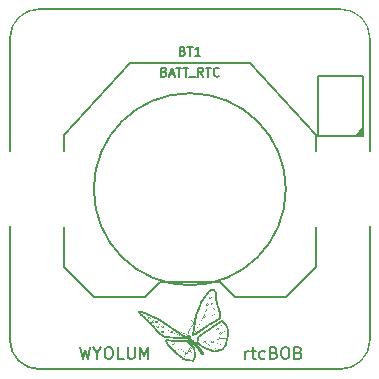
<source format=gto>
G04 (created by PCBNEW (2013-03-15 BZR 4003)-stable) date 22-Apr-13 3:44:32 PM*
%MOIN*%
G04 Gerber Fmt 3.4, Leading zero omitted, Abs format*
%FSLAX34Y34*%
G01*
G70*
G90*
G04 APERTURE LIST*
%ADD10C,0.003*%
%ADD11C,0.005*%
%ADD12C,0.006*%
%ADD13C,0.0001*%
%ADD14C,0.00590551*%
%ADD15R,0.08X0.08*%
%ADD16C,0.08*%
%ADD17C,0.195*%
%ADD18R,0.22X0.245*%
%ADD19C,0.57*%
G04 APERTURE END LIST*
G54D10*
G54D11*
X22000Y-11000D02*
G75*
G03X21000Y-10000I-1000J0D01*
G74*
G01*
X11000Y-10000D02*
G75*
G03X10000Y-11000I0J-1000D01*
G74*
G01*
X10000Y-21000D02*
G75*
G03X11000Y-22000I1000J0D01*
G74*
G01*
X21000Y-22000D02*
G75*
G03X22000Y-21000I0J1000D01*
G74*
G01*
G54D12*
X12347Y-21261D02*
X12442Y-21661D01*
X12519Y-21376D01*
X12595Y-21661D01*
X12690Y-21261D01*
X12919Y-21471D02*
X12919Y-21661D01*
X12785Y-21261D02*
X12919Y-21471D01*
X13052Y-21261D01*
X13261Y-21261D02*
X13338Y-21261D01*
X13376Y-21280D01*
X13414Y-21319D01*
X13433Y-21395D01*
X13433Y-21528D01*
X13414Y-21604D01*
X13376Y-21642D01*
X13338Y-21661D01*
X13261Y-21661D01*
X13223Y-21642D01*
X13185Y-21604D01*
X13166Y-21528D01*
X13166Y-21395D01*
X13185Y-21319D01*
X13223Y-21280D01*
X13261Y-21261D01*
X13795Y-21661D02*
X13604Y-21661D01*
X13604Y-21261D01*
X13928Y-21261D02*
X13928Y-21585D01*
X13947Y-21623D01*
X13966Y-21642D01*
X14004Y-21661D01*
X14080Y-21661D01*
X14119Y-21642D01*
X14138Y-21623D01*
X14157Y-21585D01*
X14157Y-21261D01*
X14347Y-21661D02*
X14347Y-21261D01*
X14480Y-21547D01*
X14614Y-21261D01*
X14614Y-21661D01*
G54D11*
X10000Y-21000D02*
X10000Y-11000D01*
X21000Y-22000D02*
X11000Y-22000D01*
X22000Y-11000D02*
X22000Y-21000D01*
X11000Y-10000D02*
X21000Y-10000D01*
G54D12*
X17851Y-21661D02*
X17851Y-21395D01*
X17851Y-21471D02*
X17870Y-21433D01*
X17889Y-21414D01*
X17927Y-21395D01*
X17965Y-21395D01*
X18041Y-21395D02*
X18194Y-21395D01*
X18098Y-21261D02*
X18098Y-21604D01*
X18117Y-21642D01*
X18155Y-21661D01*
X18194Y-21661D01*
X18498Y-21642D02*
X18460Y-21661D01*
X18384Y-21661D01*
X18346Y-21642D01*
X18327Y-21623D01*
X18308Y-21585D01*
X18308Y-21471D01*
X18327Y-21433D01*
X18346Y-21414D01*
X18384Y-21395D01*
X18460Y-21395D01*
X18498Y-21414D01*
X18803Y-21452D02*
X18860Y-21471D01*
X18879Y-21490D01*
X18898Y-21528D01*
X18898Y-21585D01*
X18879Y-21623D01*
X18860Y-21642D01*
X18822Y-21661D01*
X18670Y-21661D01*
X18670Y-21261D01*
X18803Y-21261D01*
X18841Y-21280D01*
X18860Y-21300D01*
X18879Y-21338D01*
X18879Y-21376D01*
X18860Y-21414D01*
X18841Y-21433D01*
X18803Y-21452D01*
X18670Y-21452D01*
X19146Y-21261D02*
X19222Y-21261D01*
X19260Y-21280D01*
X19298Y-21319D01*
X19317Y-21395D01*
X19317Y-21528D01*
X19298Y-21604D01*
X19260Y-21642D01*
X19222Y-21661D01*
X19146Y-21661D01*
X19108Y-21642D01*
X19070Y-21604D01*
X19051Y-21528D01*
X19051Y-21395D01*
X19070Y-21319D01*
X19108Y-21280D01*
X19146Y-21261D01*
X19622Y-21452D02*
X19679Y-21471D01*
X19698Y-21490D01*
X19717Y-21528D01*
X19717Y-21585D01*
X19698Y-21623D01*
X19679Y-21642D01*
X19641Y-21661D01*
X19489Y-21661D01*
X19489Y-21261D01*
X19622Y-21261D01*
X19660Y-21280D01*
X19679Y-21300D01*
X19698Y-21338D01*
X19698Y-21376D01*
X19679Y-21414D01*
X19660Y-21433D01*
X19622Y-21452D01*
X19489Y-21452D01*
G54D11*
X21525Y-14225D02*
X21775Y-13975D01*
X21725Y-14225D02*
X21775Y-14175D01*
X21775Y-14025D02*
X21575Y-14225D01*
X21625Y-14225D02*
X21775Y-14075D01*
X21775Y-14125D02*
X21675Y-14225D01*
X21775Y-14225D02*
X20275Y-14225D01*
X21775Y-12225D02*
X21775Y-14225D01*
X20275Y-12225D02*
X21775Y-12225D01*
X20275Y-14225D02*
X20275Y-12225D01*
G54D13*
G36*
X16715Y-19320D02*
X16725Y-19320D01*
X16725Y-19330D01*
X16715Y-19330D01*
X16715Y-19320D01*
X16715Y-19320D01*
G37*
G36*
X16725Y-19320D02*
X16735Y-19320D01*
X16735Y-19330D01*
X16725Y-19330D01*
X16725Y-19320D01*
X16725Y-19320D01*
G37*
G36*
X16735Y-19320D02*
X16745Y-19320D01*
X16745Y-19330D01*
X16735Y-19330D01*
X16735Y-19320D01*
X16735Y-19320D01*
G37*
G36*
X16745Y-19320D02*
X16755Y-19320D01*
X16755Y-19330D01*
X16745Y-19330D01*
X16745Y-19320D01*
X16745Y-19320D01*
G37*
G36*
X16755Y-19320D02*
X16765Y-19320D01*
X16765Y-19330D01*
X16755Y-19330D01*
X16755Y-19320D01*
X16755Y-19320D01*
G37*
G36*
X16705Y-19330D02*
X16715Y-19330D01*
X16715Y-19340D01*
X16705Y-19340D01*
X16705Y-19330D01*
X16705Y-19330D01*
G37*
G36*
X16715Y-19330D02*
X16725Y-19330D01*
X16725Y-19340D01*
X16715Y-19340D01*
X16715Y-19330D01*
X16715Y-19330D01*
G37*
G36*
X16725Y-19330D02*
X16735Y-19330D01*
X16735Y-19340D01*
X16725Y-19340D01*
X16725Y-19330D01*
X16725Y-19330D01*
G37*
G36*
X16735Y-19330D02*
X16745Y-19330D01*
X16745Y-19340D01*
X16735Y-19340D01*
X16735Y-19330D01*
X16735Y-19330D01*
G37*
G36*
X16745Y-19330D02*
X16755Y-19330D01*
X16755Y-19340D01*
X16745Y-19340D01*
X16745Y-19330D01*
X16745Y-19330D01*
G37*
G36*
X16755Y-19330D02*
X16765Y-19330D01*
X16765Y-19340D01*
X16755Y-19340D01*
X16755Y-19330D01*
X16755Y-19330D01*
G37*
G36*
X16765Y-19330D02*
X16775Y-19330D01*
X16775Y-19340D01*
X16765Y-19340D01*
X16765Y-19330D01*
X16765Y-19330D01*
G37*
G36*
X16775Y-19330D02*
X16785Y-19330D01*
X16785Y-19340D01*
X16775Y-19340D01*
X16775Y-19330D01*
X16775Y-19330D01*
G37*
G36*
X16785Y-19330D02*
X16795Y-19330D01*
X16795Y-19340D01*
X16785Y-19340D01*
X16785Y-19330D01*
X16785Y-19330D01*
G37*
G36*
X16795Y-19330D02*
X16805Y-19330D01*
X16805Y-19340D01*
X16795Y-19340D01*
X16795Y-19330D01*
X16795Y-19330D01*
G37*
G36*
X16685Y-19340D02*
X16695Y-19340D01*
X16695Y-19350D01*
X16685Y-19350D01*
X16685Y-19340D01*
X16685Y-19340D01*
G37*
G36*
X16695Y-19340D02*
X16705Y-19340D01*
X16705Y-19350D01*
X16695Y-19350D01*
X16695Y-19340D01*
X16695Y-19340D01*
G37*
G36*
X16705Y-19340D02*
X16715Y-19340D01*
X16715Y-19350D01*
X16705Y-19350D01*
X16705Y-19340D01*
X16705Y-19340D01*
G37*
G36*
X16715Y-19340D02*
X16725Y-19340D01*
X16725Y-19350D01*
X16715Y-19350D01*
X16715Y-19340D01*
X16715Y-19340D01*
G37*
G36*
X16725Y-19340D02*
X16735Y-19340D01*
X16735Y-19350D01*
X16725Y-19350D01*
X16725Y-19340D01*
X16725Y-19340D01*
G37*
G36*
X16735Y-19340D02*
X16745Y-19340D01*
X16745Y-19350D01*
X16735Y-19350D01*
X16735Y-19340D01*
X16735Y-19340D01*
G37*
G36*
X16745Y-19340D02*
X16755Y-19340D01*
X16755Y-19350D01*
X16745Y-19350D01*
X16745Y-19340D01*
X16745Y-19340D01*
G37*
G36*
X16755Y-19340D02*
X16765Y-19340D01*
X16765Y-19350D01*
X16755Y-19350D01*
X16755Y-19340D01*
X16755Y-19340D01*
G37*
G36*
X16765Y-19340D02*
X16775Y-19340D01*
X16775Y-19350D01*
X16765Y-19350D01*
X16765Y-19340D01*
X16765Y-19340D01*
G37*
G36*
X16775Y-19340D02*
X16785Y-19340D01*
X16785Y-19350D01*
X16775Y-19350D01*
X16775Y-19340D01*
X16775Y-19340D01*
G37*
G36*
X16785Y-19340D02*
X16795Y-19340D01*
X16795Y-19350D01*
X16785Y-19350D01*
X16785Y-19340D01*
X16785Y-19340D01*
G37*
G36*
X16795Y-19340D02*
X16805Y-19340D01*
X16805Y-19350D01*
X16795Y-19350D01*
X16795Y-19340D01*
X16795Y-19340D01*
G37*
G36*
X16805Y-19340D02*
X16815Y-19340D01*
X16815Y-19350D01*
X16805Y-19350D01*
X16805Y-19340D01*
X16805Y-19340D01*
G37*
G36*
X16815Y-19340D02*
X16825Y-19340D01*
X16825Y-19350D01*
X16815Y-19350D01*
X16815Y-19340D01*
X16815Y-19340D01*
G37*
G36*
X16825Y-19340D02*
X16835Y-19340D01*
X16835Y-19350D01*
X16825Y-19350D01*
X16825Y-19340D01*
X16825Y-19340D01*
G37*
G36*
X16665Y-19350D02*
X16675Y-19350D01*
X16675Y-19360D01*
X16665Y-19360D01*
X16665Y-19350D01*
X16665Y-19350D01*
G37*
G36*
X16675Y-19350D02*
X16685Y-19350D01*
X16685Y-19360D01*
X16675Y-19360D01*
X16675Y-19350D01*
X16675Y-19350D01*
G37*
G36*
X16685Y-19350D02*
X16695Y-19350D01*
X16695Y-19360D01*
X16685Y-19360D01*
X16685Y-19350D01*
X16685Y-19350D01*
G37*
G36*
X16695Y-19350D02*
X16705Y-19350D01*
X16705Y-19360D01*
X16695Y-19360D01*
X16695Y-19350D01*
X16695Y-19350D01*
G37*
G36*
X16705Y-19350D02*
X16715Y-19350D01*
X16715Y-19360D01*
X16705Y-19360D01*
X16705Y-19350D01*
X16705Y-19350D01*
G37*
G36*
X16715Y-19350D02*
X16725Y-19350D01*
X16725Y-19360D01*
X16715Y-19360D01*
X16715Y-19350D01*
X16715Y-19350D01*
G37*
G36*
X16725Y-19350D02*
X16735Y-19350D01*
X16735Y-19360D01*
X16725Y-19360D01*
X16725Y-19350D01*
X16725Y-19350D01*
G37*
G36*
X16735Y-19350D02*
X16745Y-19350D01*
X16745Y-19360D01*
X16735Y-19360D01*
X16735Y-19350D01*
X16735Y-19350D01*
G37*
G36*
X16745Y-19350D02*
X16755Y-19350D01*
X16755Y-19360D01*
X16745Y-19360D01*
X16745Y-19350D01*
X16745Y-19350D01*
G37*
G36*
X16755Y-19350D02*
X16765Y-19350D01*
X16765Y-19360D01*
X16755Y-19360D01*
X16755Y-19350D01*
X16755Y-19350D01*
G37*
G36*
X16765Y-19350D02*
X16775Y-19350D01*
X16775Y-19360D01*
X16765Y-19360D01*
X16765Y-19350D01*
X16765Y-19350D01*
G37*
G36*
X16775Y-19350D02*
X16785Y-19350D01*
X16785Y-19360D01*
X16775Y-19360D01*
X16775Y-19350D01*
X16775Y-19350D01*
G37*
G36*
X16785Y-19350D02*
X16795Y-19350D01*
X16795Y-19360D01*
X16785Y-19360D01*
X16785Y-19350D01*
X16785Y-19350D01*
G37*
G36*
X16795Y-19350D02*
X16805Y-19350D01*
X16805Y-19360D01*
X16795Y-19360D01*
X16795Y-19350D01*
X16795Y-19350D01*
G37*
G36*
X16805Y-19350D02*
X16815Y-19350D01*
X16815Y-19360D01*
X16805Y-19360D01*
X16805Y-19350D01*
X16805Y-19350D01*
G37*
G36*
X16815Y-19350D02*
X16825Y-19350D01*
X16825Y-19360D01*
X16815Y-19360D01*
X16815Y-19350D01*
X16815Y-19350D01*
G37*
G36*
X16825Y-19350D02*
X16835Y-19350D01*
X16835Y-19360D01*
X16825Y-19360D01*
X16825Y-19350D01*
X16825Y-19350D01*
G37*
G36*
X16835Y-19350D02*
X16845Y-19350D01*
X16845Y-19360D01*
X16835Y-19360D01*
X16835Y-19350D01*
X16835Y-19350D01*
G37*
G36*
X16655Y-19360D02*
X16665Y-19360D01*
X16665Y-19370D01*
X16655Y-19370D01*
X16655Y-19360D01*
X16655Y-19360D01*
G37*
G36*
X16665Y-19360D02*
X16675Y-19360D01*
X16675Y-19370D01*
X16665Y-19370D01*
X16665Y-19360D01*
X16665Y-19360D01*
G37*
G36*
X16675Y-19360D02*
X16685Y-19360D01*
X16685Y-19370D01*
X16675Y-19370D01*
X16675Y-19360D01*
X16675Y-19360D01*
G37*
G36*
X16685Y-19360D02*
X16695Y-19360D01*
X16695Y-19370D01*
X16685Y-19370D01*
X16685Y-19360D01*
X16685Y-19360D01*
G37*
G36*
X16695Y-19360D02*
X16705Y-19360D01*
X16705Y-19370D01*
X16695Y-19370D01*
X16695Y-19360D01*
X16695Y-19360D01*
G37*
G36*
X16705Y-19360D02*
X16715Y-19360D01*
X16715Y-19370D01*
X16705Y-19370D01*
X16705Y-19360D01*
X16705Y-19360D01*
G37*
G36*
X16715Y-19360D02*
X16725Y-19360D01*
X16725Y-19370D01*
X16715Y-19370D01*
X16715Y-19360D01*
X16715Y-19360D01*
G37*
G36*
X16725Y-19360D02*
X16735Y-19360D01*
X16735Y-19370D01*
X16725Y-19370D01*
X16725Y-19360D01*
X16725Y-19360D01*
G37*
G36*
X16735Y-19360D02*
X16745Y-19360D01*
X16745Y-19370D01*
X16735Y-19370D01*
X16735Y-19360D01*
X16735Y-19360D01*
G37*
G36*
X16745Y-19360D02*
X16755Y-19360D01*
X16755Y-19370D01*
X16745Y-19370D01*
X16745Y-19360D01*
X16745Y-19360D01*
G37*
G36*
X16755Y-19360D02*
X16765Y-19360D01*
X16765Y-19370D01*
X16755Y-19370D01*
X16755Y-19360D01*
X16755Y-19360D01*
G37*
G36*
X16765Y-19360D02*
X16775Y-19360D01*
X16775Y-19370D01*
X16765Y-19370D01*
X16765Y-19360D01*
X16765Y-19360D01*
G37*
G36*
X16775Y-19360D02*
X16785Y-19360D01*
X16785Y-19370D01*
X16775Y-19370D01*
X16775Y-19360D01*
X16775Y-19360D01*
G37*
G36*
X16785Y-19360D02*
X16795Y-19360D01*
X16795Y-19370D01*
X16785Y-19370D01*
X16785Y-19360D01*
X16785Y-19360D01*
G37*
G36*
X16795Y-19360D02*
X16805Y-19360D01*
X16805Y-19370D01*
X16795Y-19370D01*
X16795Y-19360D01*
X16795Y-19360D01*
G37*
G36*
X16805Y-19360D02*
X16815Y-19360D01*
X16815Y-19370D01*
X16805Y-19370D01*
X16805Y-19360D01*
X16805Y-19360D01*
G37*
G36*
X16815Y-19360D02*
X16825Y-19360D01*
X16825Y-19370D01*
X16815Y-19370D01*
X16815Y-19360D01*
X16815Y-19360D01*
G37*
G36*
X16825Y-19360D02*
X16835Y-19360D01*
X16835Y-19370D01*
X16825Y-19370D01*
X16825Y-19360D01*
X16825Y-19360D01*
G37*
G36*
X16835Y-19360D02*
X16845Y-19360D01*
X16845Y-19370D01*
X16835Y-19370D01*
X16835Y-19360D01*
X16835Y-19360D01*
G37*
G36*
X16845Y-19360D02*
X16855Y-19360D01*
X16855Y-19370D01*
X16845Y-19370D01*
X16845Y-19360D01*
X16845Y-19360D01*
G37*
G36*
X16635Y-19370D02*
X16645Y-19370D01*
X16645Y-19380D01*
X16635Y-19380D01*
X16635Y-19370D01*
X16635Y-19370D01*
G37*
G36*
X16645Y-19370D02*
X16655Y-19370D01*
X16655Y-19380D01*
X16645Y-19380D01*
X16645Y-19370D01*
X16645Y-19370D01*
G37*
G36*
X16655Y-19370D02*
X16665Y-19370D01*
X16665Y-19380D01*
X16655Y-19380D01*
X16655Y-19370D01*
X16655Y-19370D01*
G37*
G36*
X16665Y-19370D02*
X16675Y-19370D01*
X16675Y-19380D01*
X16665Y-19380D01*
X16665Y-19370D01*
X16665Y-19370D01*
G37*
G36*
X16675Y-19370D02*
X16685Y-19370D01*
X16685Y-19380D01*
X16675Y-19380D01*
X16675Y-19370D01*
X16675Y-19370D01*
G37*
G36*
X16685Y-19370D02*
X16695Y-19370D01*
X16695Y-19380D01*
X16685Y-19380D01*
X16685Y-19370D01*
X16685Y-19370D01*
G37*
G36*
X16695Y-19370D02*
X16705Y-19370D01*
X16705Y-19380D01*
X16695Y-19380D01*
X16695Y-19370D01*
X16695Y-19370D01*
G37*
G36*
X16705Y-19370D02*
X16715Y-19370D01*
X16715Y-19380D01*
X16705Y-19380D01*
X16705Y-19370D01*
X16705Y-19370D01*
G37*
G36*
X16715Y-19370D02*
X16725Y-19370D01*
X16725Y-19380D01*
X16715Y-19380D01*
X16715Y-19370D01*
X16715Y-19370D01*
G37*
G36*
X16725Y-19370D02*
X16735Y-19370D01*
X16735Y-19380D01*
X16725Y-19380D01*
X16725Y-19370D01*
X16725Y-19370D01*
G37*
G36*
X16735Y-19370D02*
X16745Y-19370D01*
X16745Y-19380D01*
X16735Y-19380D01*
X16735Y-19370D01*
X16735Y-19370D01*
G37*
G36*
X16745Y-19370D02*
X16755Y-19370D01*
X16755Y-19380D01*
X16745Y-19380D01*
X16745Y-19370D01*
X16745Y-19370D01*
G37*
G36*
X16755Y-19370D02*
X16765Y-19370D01*
X16765Y-19380D01*
X16755Y-19380D01*
X16755Y-19370D01*
X16755Y-19370D01*
G37*
G36*
X16765Y-19370D02*
X16775Y-19370D01*
X16775Y-19380D01*
X16765Y-19380D01*
X16765Y-19370D01*
X16765Y-19370D01*
G37*
G36*
X16775Y-19370D02*
X16785Y-19370D01*
X16785Y-19380D01*
X16775Y-19380D01*
X16775Y-19370D01*
X16775Y-19370D01*
G37*
G36*
X16785Y-19370D02*
X16795Y-19370D01*
X16795Y-19380D01*
X16785Y-19380D01*
X16785Y-19370D01*
X16785Y-19370D01*
G37*
G36*
X16795Y-19370D02*
X16805Y-19370D01*
X16805Y-19380D01*
X16795Y-19380D01*
X16795Y-19370D01*
X16795Y-19370D01*
G37*
G36*
X16805Y-19370D02*
X16815Y-19370D01*
X16815Y-19380D01*
X16805Y-19380D01*
X16805Y-19370D01*
X16805Y-19370D01*
G37*
G36*
X16815Y-19370D02*
X16825Y-19370D01*
X16825Y-19380D01*
X16815Y-19380D01*
X16815Y-19370D01*
X16815Y-19370D01*
G37*
G36*
X16825Y-19370D02*
X16835Y-19370D01*
X16835Y-19380D01*
X16825Y-19380D01*
X16825Y-19370D01*
X16825Y-19370D01*
G37*
G36*
X16835Y-19370D02*
X16845Y-19370D01*
X16845Y-19380D01*
X16835Y-19380D01*
X16835Y-19370D01*
X16835Y-19370D01*
G37*
G36*
X16845Y-19370D02*
X16855Y-19370D01*
X16855Y-19380D01*
X16845Y-19380D01*
X16845Y-19370D01*
X16845Y-19370D01*
G37*
G36*
X16625Y-19380D02*
X16635Y-19380D01*
X16635Y-19390D01*
X16625Y-19390D01*
X16625Y-19380D01*
X16625Y-19380D01*
G37*
G36*
X16635Y-19380D02*
X16645Y-19380D01*
X16645Y-19390D01*
X16635Y-19390D01*
X16635Y-19380D01*
X16635Y-19380D01*
G37*
G36*
X16645Y-19380D02*
X16655Y-19380D01*
X16655Y-19390D01*
X16645Y-19390D01*
X16645Y-19380D01*
X16645Y-19380D01*
G37*
G36*
X16655Y-19380D02*
X16665Y-19380D01*
X16665Y-19390D01*
X16655Y-19390D01*
X16655Y-19380D01*
X16655Y-19380D01*
G37*
G36*
X16665Y-19380D02*
X16675Y-19380D01*
X16675Y-19390D01*
X16665Y-19390D01*
X16665Y-19380D01*
X16665Y-19380D01*
G37*
G36*
X16675Y-19380D02*
X16685Y-19380D01*
X16685Y-19390D01*
X16675Y-19390D01*
X16675Y-19380D01*
X16675Y-19380D01*
G37*
G36*
X16685Y-19380D02*
X16695Y-19380D01*
X16695Y-19390D01*
X16685Y-19390D01*
X16685Y-19380D01*
X16685Y-19380D01*
G37*
G36*
X16695Y-19380D02*
X16705Y-19380D01*
X16705Y-19390D01*
X16695Y-19390D01*
X16695Y-19380D01*
X16695Y-19380D01*
G37*
G36*
X16705Y-19380D02*
X16715Y-19380D01*
X16715Y-19390D01*
X16705Y-19390D01*
X16705Y-19380D01*
X16705Y-19380D01*
G37*
G36*
X16715Y-19380D02*
X16725Y-19380D01*
X16725Y-19390D01*
X16715Y-19390D01*
X16715Y-19380D01*
X16715Y-19380D01*
G37*
G36*
X16725Y-19380D02*
X16735Y-19380D01*
X16735Y-19390D01*
X16725Y-19390D01*
X16725Y-19380D01*
X16725Y-19380D01*
G37*
G36*
X16735Y-19380D02*
X16745Y-19380D01*
X16745Y-19390D01*
X16735Y-19390D01*
X16735Y-19380D01*
X16735Y-19380D01*
G37*
G36*
X16745Y-19380D02*
X16755Y-19380D01*
X16755Y-19390D01*
X16745Y-19390D01*
X16745Y-19380D01*
X16745Y-19380D01*
G37*
G36*
X16755Y-19380D02*
X16765Y-19380D01*
X16765Y-19390D01*
X16755Y-19390D01*
X16755Y-19380D01*
X16755Y-19380D01*
G37*
G36*
X16765Y-19380D02*
X16775Y-19380D01*
X16775Y-19390D01*
X16765Y-19390D01*
X16765Y-19380D01*
X16765Y-19380D01*
G37*
G36*
X16775Y-19380D02*
X16785Y-19380D01*
X16785Y-19390D01*
X16775Y-19390D01*
X16775Y-19380D01*
X16775Y-19380D01*
G37*
G36*
X16785Y-19380D02*
X16795Y-19380D01*
X16795Y-19390D01*
X16785Y-19390D01*
X16785Y-19380D01*
X16785Y-19380D01*
G37*
G36*
X16795Y-19380D02*
X16805Y-19380D01*
X16805Y-19390D01*
X16795Y-19390D01*
X16795Y-19380D01*
X16795Y-19380D01*
G37*
G36*
X16805Y-19380D02*
X16815Y-19380D01*
X16815Y-19390D01*
X16805Y-19390D01*
X16805Y-19380D01*
X16805Y-19380D01*
G37*
G36*
X16815Y-19380D02*
X16825Y-19380D01*
X16825Y-19390D01*
X16815Y-19390D01*
X16815Y-19380D01*
X16815Y-19380D01*
G37*
G36*
X16825Y-19380D02*
X16835Y-19380D01*
X16835Y-19390D01*
X16825Y-19390D01*
X16825Y-19380D01*
X16825Y-19380D01*
G37*
G36*
X16835Y-19380D02*
X16845Y-19380D01*
X16845Y-19390D01*
X16835Y-19390D01*
X16835Y-19380D01*
X16835Y-19380D01*
G37*
G36*
X16845Y-19380D02*
X16855Y-19380D01*
X16855Y-19390D01*
X16845Y-19390D01*
X16845Y-19380D01*
X16845Y-19380D01*
G37*
G36*
X16855Y-19380D02*
X16865Y-19380D01*
X16865Y-19390D01*
X16855Y-19390D01*
X16855Y-19380D01*
X16855Y-19380D01*
G37*
G36*
X16605Y-19390D02*
X16615Y-19390D01*
X16615Y-19400D01*
X16605Y-19400D01*
X16605Y-19390D01*
X16605Y-19390D01*
G37*
G36*
X16615Y-19390D02*
X16625Y-19390D01*
X16625Y-19400D01*
X16615Y-19400D01*
X16615Y-19390D01*
X16615Y-19390D01*
G37*
G36*
X16625Y-19390D02*
X16635Y-19390D01*
X16635Y-19400D01*
X16625Y-19400D01*
X16625Y-19390D01*
X16625Y-19390D01*
G37*
G36*
X16635Y-19390D02*
X16645Y-19390D01*
X16645Y-19400D01*
X16635Y-19400D01*
X16635Y-19390D01*
X16635Y-19390D01*
G37*
G36*
X16645Y-19390D02*
X16655Y-19390D01*
X16655Y-19400D01*
X16645Y-19400D01*
X16645Y-19390D01*
X16645Y-19390D01*
G37*
G36*
X16655Y-19390D02*
X16665Y-19390D01*
X16665Y-19400D01*
X16655Y-19400D01*
X16655Y-19390D01*
X16655Y-19390D01*
G37*
G36*
X16665Y-19390D02*
X16675Y-19390D01*
X16675Y-19400D01*
X16665Y-19400D01*
X16665Y-19390D01*
X16665Y-19390D01*
G37*
G36*
X16675Y-19390D02*
X16685Y-19390D01*
X16685Y-19400D01*
X16675Y-19400D01*
X16675Y-19390D01*
X16675Y-19390D01*
G37*
G36*
X16685Y-19390D02*
X16695Y-19390D01*
X16695Y-19400D01*
X16685Y-19400D01*
X16685Y-19390D01*
X16685Y-19390D01*
G37*
G36*
X16695Y-19390D02*
X16705Y-19390D01*
X16705Y-19400D01*
X16695Y-19400D01*
X16695Y-19390D01*
X16695Y-19390D01*
G37*
G36*
X16705Y-19390D02*
X16715Y-19390D01*
X16715Y-19400D01*
X16705Y-19400D01*
X16705Y-19390D01*
X16705Y-19390D01*
G37*
G36*
X16715Y-19390D02*
X16725Y-19390D01*
X16725Y-19400D01*
X16715Y-19400D01*
X16715Y-19390D01*
X16715Y-19390D01*
G37*
G36*
X16785Y-19390D02*
X16795Y-19390D01*
X16795Y-19400D01*
X16785Y-19400D01*
X16785Y-19390D01*
X16785Y-19390D01*
G37*
G36*
X16795Y-19390D02*
X16805Y-19390D01*
X16805Y-19400D01*
X16795Y-19400D01*
X16795Y-19390D01*
X16795Y-19390D01*
G37*
G36*
X16805Y-19390D02*
X16815Y-19390D01*
X16815Y-19400D01*
X16805Y-19400D01*
X16805Y-19390D01*
X16805Y-19390D01*
G37*
G36*
X16815Y-19390D02*
X16825Y-19390D01*
X16825Y-19400D01*
X16815Y-19400D01*
X16815Y-19390D01*
X16815Y-19390D01*
G37*
G36*
X16825Y-19390D02*
X16835Y-19390D01*
X16835Y-19400D01*
X16825Y-19400D01*
X16825Y-19390D01*
X16825Y-19390D01*
G37*
G36*
X16835Y-19390D02*
X16845Y-19390D01*
X16845Y-19400D01*
X16835Y-19400D01*
X16835Y-19390D01*
X16835Y-19390D01*
G37*
G36*
X16845Y-19390D02*
X16855Y-19390D01*
X16855Y-19400D01*
X16845Y-19400D01*
X16845Y-19390D01*
X16845Y-19390D01*
G37*
G36*
X16855Y-19390D02*
X16865Y-19390D01*
X16865Y-19400D01*
X16855Y-19400D01*
X16855Y-19390D01*
X16855Y-19390D01*
G37*
G36*
X16595Y-19400D02*
X16605Y-19400D01*
X16605Y-19410D01*
X16595Y-19410D01*
X16595Y-19400D01*
X16595Y-19400D01*
G37*
G36*
X16605Y-19400D02*
X16615Y-19400D01*
X16615Y-19410D01*
X16605Y-19410D01*
X16605Y-19400D01*
X16605Y-19400D01*
G37*
G36*
X16615Y-19400D02*
X16625Y-19400D01*
X16625Y-19410D01*
X16615Y-19410D01*
X16615Y-19400D01*
X16615Y-19400D01*
G37*
G36*
X16625Y-19400D02*
X16635Y-19400D01*
X16635Y-19410D01*
X16625Y-19410D01*
X16625Y-19400D01*
X16625Y-19400D01*
G37*
G36*
X16635Y-19400D02*
X16645Y-19400D01*
X16645Y-19410D01*
X16635Y-19410D01*
X16635Y-19400D01*
X16635Y-19400D01*
G37*
G36*
X16645Y-19400D02*
X16655Y-19400D01*
X16655Y-19410D01*
X16645Y-19410D01*
X16645Y-19400D01*
X16645Y-19400D01*
G37*
G36*
X16655Y-19400D02*
X16665Y-19400D01*
X16665Y-19410D01*
X16655Y-19410D01*
X16655Y-19400D01*
X16655Y-19400D01*
G37*
G36*
X16665Y-19400D02*
X16675Y-19400D01*
X16675Y-19410D01*
X16665Y-19410D01*
X16665Y-19400D01*
X16665Y-19400D01*
G37*
G36*
X16675Y-19400D02*
X16685Y-19400D01*
X16685Y-19410D01*
X16675Y-19410D01*
X16675Y-19400D01*
X16675Y-19400D01*
G37*
G36*
X16685Y-19400D02*
X16695Y-19400D01*
X16695Y-19410D01*
X16685Y-19410D01*
X16685Y-19400D01*
X16685Y-19400D01*
G37*
G36*
X16695Y-19400D02*
X16705Y-19400D01*
X16705Y-19410D01*
X16695Y-19410D01*
X16695Y-19400D01*
X16695Y-19400D01*
G37*
G36*
X16795Y-19400D02*
X16805Y-19400D01*
X16805Y-19410D01*
X16795Y-19410D01*
X16795Y-19400D01*
X16795Y-19400D01*
G37*
G36*
X16805Y-19400D02*
X16815Y-19400D01*
X16815Y-19410D01*
X16805Y-19410D01*
X16805Y-19400D01*
X16805Y-19400D01*
G37*
G36*
X16815Y-19400D02*
X16825Y-19400D01*
X16825Y-19410D01*
X16815Y-19410D01*
X16815Y-19400D01*
X16815Y-19400D01*
G37*
G36*
X16825Y-19400D02*
X16835Y-19400D01*
X16835Y-19410D01*
X16825Y-19410D01*
X16825Y-19400D01*
X16825Y-19400D01*
G37*
G36*
X16835Y-19400D02*
X16845Y-19400D01*
X16845Y-19410D01*
X16835Y-19410D01*
X16835Y-19400D01*
X16835Y-19400D01*
G37*
G36*
X16845Y-19400D02*
X16855Y-19400D01*
X16855Y-19410D01*
X16845Y-19410D01*
X16845Y-19400D01*
X16845Y-19400D01*
G37*
G36*
X16855Y-19400D02*
X16865Y-19400D01*
X16865Y-19410D01*
X16855Y-19410D01*
X16855Y-19400D01*
X16855Y-19400D01*
G37*
G36*
X16865Y-19400D02*
X16875Y-19400D01*
X16875Y-19410D01*
X16865Y-19410D01*
X16865Y-19400D01*
X16865Y-19400D01*
G37*
G36*
X16585Y-19410D02*
X16595Y-19410D01*
X16595Y-19420D01*
X16585Y-19420D01*
X16585Y-19410D01*
X16585Y-19410D01*
G37*
G36*
X16595Y-19410D02*
X16605Y-19410D01*
X16605Y-19420D01*
X16595Y-19420D01*
X16595Y-19410D01*
X16595Y-19410D01*
G37*
G36*
X16605Y-19410D02*
X16615Y-19410D01*
X16615Y-19420D01*
X16605Y-19420D01*
X16605Y-19410D01*
X16605Y-19410D01*
G37*
G36*
X16615Y-19410D02*
X16625Y-19410D01*
X16625Y-19420D01*
X16615Y-19420D01*
X16615Y-19410D01*
X16615Y-19410D01*
G37*
G36*
X16625Y-19410D02*
X16635Y-19410D01*
X16635Y-19420D01*
X16625Y-19420D01*
X16625Y-19410D01*
X16625Y-19410D01*
G37*
G36*
X16635Y-19410D02*
X16645Y-19410D01*
X16645Y-19420D01*
X16635Y-19420D01*
X16635Y-19410D01*
X16635Y-19410D01*
G37*
G36*
X16645Y-19410D02*
X16655Y-19410D01*
X16655Y-19420D01*
X16645Y-19420D01*
X16645Y-19410D01*
X16645Y-19410D01*
G37*
G36*
X16655Y-19410D02*
X16665Y-19410D01*
X16665Y-19420D01*
X16655Y-19420D01*
X16655Y-19410D01*
X16655Y-19410D01*
G37*
G36*
X16665Y-19410D02*
X16675Y-19410D01*
X16675Y-19420D01*
X16665Y-19420D01*
X16665Y-19410D01*
X16665Y-19410D01*
G37*
G36*
X16675Y-19410D02*
X16685Y-19410D01*
X16685Y-19420D01*
X16675Y-19420D01*
X16675Y-19410D01*
X16675Y-19410D01*
G37*
G36*
X16685Y-19410D02*
X16695Y-19410D01*
X16695Y-19420D01*
X16685Y-19420D01*
X16685Y-19410D01*
X16685Y-19410D01*
G37*
G36*
X16805Y-19410D02*
X16815Y-19410D01*
X16815Y-19420D01*
X16805Y-19420D01*
X16805Y-19410D01*
X16805Y-19410D01*
G37*
G36*
X16815Y-19410D02*
X16825Y-19410D01*
X16825Y-19420D01*
X16815Y-19420D01*
X16815Y-19410D01*
X16815Y-19410D01*
G37*
G36*
X16825Y-19410D02*
X16835Y-19410D01*
X16835Y-19420D01*
X16825Y-19420D01*
X16825Y-19410D01*
X16825Y-19410D01*
G37*
G36*
X16835Y-19410D02*
X16845Y-19410D01*
X16845Y-19420D01*
X16835Y-19420D01*
X16835Y-19410D01*
X16835Y-19410D01*
G37*
G36*
X16845Y-19410D02*
X16855Y-19410D01*
X16855Y-19420D01*
X16845Y-19420D01*
X16845Y-19410D01*
X16845Y-19410D01*
G37*
G36*
X16855Y-19410D02*
X16865Y-19410D01*
X16865Y-19420D01*
X16855Y-19420D01*
X16855Y-19410D01*
X16855Y-19410D01*
G37*
G36*
X16865Y-19410D02*
X16875Y-19410D01*
X16875Y-19420D01*
X16865Y-19420D01*
X16865Y-19410D01*
X16865Y-19410D01*
G37*
G36*
X16875Y-19410D02*
X16885Y-19410D01*
X16885Y-19420D01*
X16875Y-19420D01*
X16875Y-19410D01*
X16875Y-19410D01*
G37*
G36*
X16585Y-19420D02*
X16595Y-19420D01*
X16595Y-19430D01*
X16585Y-19430D01*
X16585Y-19420D01*
X16585Y-19420D01*
G37*
G36*
X16595Y-19420D02*
X16605Y-19420D01*
X16605Y-19430D01*
X16595Y-19430D01*
X16595Y-19420D01*
X16595Y-19420D01*
G37*
G36*
X16605Y-19420D02*
X16615Y-19420D01*
X16615Y-19430D01*
X16605Y-19430D01*
X16605Y-19420D01*
X16605Y-19420D01*
G37*
G36*
X16615Y-19420D02*
X16625Y-19420D01*
X16625Y-19430D01*
X16615Y-19430D01*
X16615Y-19420D01*
X16615Y-19420D01*
G37*
G36*
X16625Y-19420D02*
X16635Y-19420D01*
X16635Y-19430D01*
X16625Y-19430D01*
X16625Y-19420D01*
X16625Y-19420D01*
G37*
G36*
X16635Y-19420D02*
X16645Y-19420D01*
X16645Y-19430D01*
X16635Y-19430D01*
X16635Y-19420D01*
X16635Y-19420D01*
G37*
G36*
X16645Y-19420D02*
X16655Y-19420D01*
X16655Y-19430D01*
X16645Y-19430D01*
X16645Y-19420D01*
X16645Y-19420D01*
G37*
G36*
X16655Y-19420D02*
X16665Y-19420D01*
X16665Y-19430D01*
X16655Y-19430D01*
X16655Y-19420D01*
X16655Y-19420D01*
G37*
G36*
X16665Y-19420D02*
X16675Y-19420D01*
X16675Y-19430D01*
X16665Y-19430D01*
X16665Y-19420D01*
X16665Y-19420D01*
G37*
G36*
X16815Y-19420D02*
X16825Y-19420D01*
X16825Y-19430D01*
X16815Y-19430D01*
X16815Y-19420D01*
X16815Y-19420D01*
G37*
G36*
X16825Y-19420D02*
X16835Y-19420D01*
X16835Y-19430D01*
X16825Y-19430D01*
X16825Y-19420D01*
X16825Y-19420D01*
G37*
G36*
X16835Y-19420D02*
X16845Y-19420D01*
X16845Y-19430D01*
X16835Y-19430D01*
X16835Y-19420D01*
X16835Y-19420D01*
G37*
G36*
X16845Y-19420D02*
X16855Y-19420D01*
X16855Y-19430D01*
X16845Y-19430D01*
X16845Y-19420D01*
X16845Y-19420D01*
G37*
G36*
X16855Y-19420D02*
X16865Y-19420D01*
X16865Y-19430D01*
X16855Y-19430D01*
X16855Y-19420D01*
X16855Y-19420D01*
G37*
G36*
X16865Y-19420D02*
X16875Y-19420D01*
X16875Y-19430D01*
X16865Y-19430D01*
X16865Y-19420D01*
X16865Y-19420D01*
G37*
G36*
X16875Y-19420D02*
X16885Y-19420D01*
X16885Y-19430D01*
X16875Y-19430D01*
X16875Y-19420D01*
X16875Y-19420D01*
G37*
G36*
X16575Y-19430D02*
X16585Y-19430D01*
X16585Y-19440D01*
X16575Y-19440D01*
X16575Y-19430D01*
X16575Y-19430D01*
G37*
G36*
X16585Y-19430D02*
X16595Y-19430D01*
X16595Y-19440D01*
X16585Y-19440D01*
X16585Y-19430D01*
X16585Y-19430D01*
G37*
G36*
X16595Y-19430D02*
X16605Y-19430D01*
X16605Y-19440D01*
X16595Y-19440D01*
X16595Y-19430D01*
X16595Y-19430D01*
G37*
G36*
X16605Y-19430D02*
X16615Y-19430D01*
X16615Y-19440D01*
X16605Y-19440D01*
X16605Y-19430D01*
X16605Y-19430D01*
G37*
G36*
X16615Y-19430D02*
X16625Y-19430D01*
X16625Y-19440D01*
X16615Y-19440D01*
X16615Y-19430D01*
X16615Y-19430D01*
G37*
G36*
X16625Y-19430D02*
X16635Y-19430D01*
X16635Y-19440D01*
X16625Y-19440D01*
X16625Y-19430D01*
X16625Y-19430D01*
G37*
G36*
X16635Y-19430D02*
X16645Y-19430D01*
X16645Y-19440D01*
X16635Y-19440D01*
X16635Y-19430D01*
X16635Y-19430D01*
G37*
G36*
X16645Y-19430D02*
X16655Y-19430D01*
X16655Y-19440D01*
X16645Y-19440D01*
X16645Y-19430D01*
X16645Y-19430D01*
G37*
G36*
X16655Y-19430D02*
X16665Y-19430D01*
X16665Y-19440D01*
X16655Y-19440D01*
X16655Y-19430D01*
X16655Y-19430D01*
G37*
G36*
X16825Y-19430D02*
X16835Y-19430D01*
X16835Y-19440D01*
X16825Y-19440D01*
X16825Y-19430D01*
X16825Y-19430D01*
G37*
G36*
X16835Y-19430D02*
X16845Y-19430D01*
X16845Y-19440D01*
X16835Y-19440D01*
X16835Y-19430D01*
X16835Y-19430D01*
G37*
G36*
X16845Y-19430D02*
X16855Y-19430D01*
X16855Y-19440D01*
X16845Y-19440D01*
X16845Y-19430D01*
X16845Y-19430D01*
G37*
G36*
X16855Y-19430D02*
X16865Y-19430D01*
X16865Y-19440D01*
X16855Y-19440D01*
X16855Y-19430D01*
X16855Y-19430D01*
G37*
G36*
X16865Y-19430D02*
X16875Y-19430D01*
X16875Y-19440D01*
X16865Y-19440D01*
X16865Y-19430D01*
X16865Y-19430D01*
G37*
G36*
X16875Y-19430D02*
X16885Y-19430D01*
X16885Y-19440D01*
X16875Y-19440D01*
X16875Y-19430D01*
X16875Y-19430D01*
G37*
G36*
X16885Y-19430D02*
X16895Y-19430D01*
X16895Y-19440D01*
X16885Y-19440D01*
X16885Y-19430D01*
X16885Y-19430D01*
G37*
G36*
X16565Y-19440D02*
X16575Y-19440D01*
X16575Y-19450D01*
X16565Y-19450D01*
X16565Y-19440D01*
X16565Y-19440D01*
G37*
G36*
X16575Y-19440D02*
X16585Y-19440D01*
X16585Y-19450D01*
X16575Y-19450D01*
X16575Y-19440D01*
X16575Y-19440D01*
G37*
G36*
X16585Y-19440D02*
X16595Y-19440D01*
X16595Y-19450D01*
X16585Y-19450D01*
X16585Y-19440D01*
X16585Y-19440D01*
G37*
G36*
X16595Y-19440D02*
X16605Y-19440D01*
X16605Y-19450D01*
X16595Y-19450D01*
X16595Y-19440D01*
X16595Y-19440D01*
G37*
G36*
X16605Y-19440D02*
X16615Y-19440D01*
X16615Y-19450D01*
X16605Y-19450D01*
X16605Y-19440D01*
X16605Y-19440D01*
G37*
G36*
X16615Y-19440D02*
X16625Y-19440D01*
X16625Y-19450D01*
X16615Y-19450D01*
X16615Y-19440D01*
X16615Y-19440D01*
G37*
G36*
X16625Y-19440D02*
X16635Y-19440D01*
X16635Y-19450D01*
X16625Y-19450D01*
X16625Y-19440D01*
X16625Y-19440D01*
G37*
G36*
X16635Y-19440D02*
X16645Y-19440D01*
X16645Y-19450D01*
X16635Y-19450D01*
X16635Y-19440D01*
X16635Y-19440D01*
G37*
G36*
X16645Y-19440D02*
X16655Y-19440D01*
X16655Y-19450D01*
X16645Y-19450D01*
X16645Y-19440D01*
X16645Y-19440D01*
G37*
G36*
X16825Y-19440D02*
X16835Y-19440D01*
X16835Y-19450D01*
X16825Y-19450D01*
X16825Y-19440D01*
X16825Y-19440D01*
G37*
G36*
X16835Y-19440D02*
X16845Y-19440D01*
X16845Y-19450D01*
X16835Y-19450D01*
X16835Y-19440D01*
X16835Y-19440D01*
G37*
G36*
X16845Y-19440D02*
X16855Y-19440D01*
X16855Y-19450D01*
X16845Y-19450D01*
X16845Y-19440D01*
X16845Y-19440D01*
G37*
G36*
X16855Y-19440D02*
X16865Y-19440D01*
X16865Y-19450D01*
X16855Y-19450D01*
X16855Y-19440D01*
X16855Y-19440D01*
G37*
G36*
X16865Y-19440D02*
X16875Y-19440D01*
X16875Y-19450D01*
X16865Y-19450D01*
X16865Y-19440D01*
X16865Y-19440D01*
G37*
G36*
X16875Y-19440D02*
X16885Y-19440D01*
X16885Y-19450D01*
X16875Y-19450D01*
X16875Y-19440D01*
X16875Y-19440D01*
G37*
G36*
X16885Y-19440D02*
X16895Y-19440D01*
X16895Y-19450D01*
X16885Y-19450D01*
X16885Y-19440D01*
X16885Y-19440D01*
G37*
G36*
X16565Y-19450D02*
X16575Y-19450D01*
X16575Y-19460D01*
X16565Y-19460D01*
X16565Y-19450D01*
X16565Y-19450D01*
G37*
G36*
X16575Y-19450D02*
X16585Y-19450D01*
X16585Y-19460D01*
X16575Y-19460D01*
X16575Y-19450D01*
X16575Y-19450D01*
G37*
G36*
X16585Y-19450D02*
X16595Y-19450D01*
X16595Y-19460D01*
X16585Y-19460D01*
X16585Y-19450D01*
X16585Y-19450D01*
G37*
G36*
X16595Y-19450D02*
X16605Y-19450D01*
X16605Y-19460D01*
X16595Y-19460D01*
X16595Y-19450D01*
X16595Y-19450D01*
G37*
G36*
X16605Y-19450D02*
X16615Y-19450D01*
X16615Y-19460D01*
X16605Y-19460D01*
X16605Y-19450D01*
X16605Y-19450D01*
G37*
G36*
X16615Y-19450D02*
X16625Y-19450D01*
X16625Y-19460D01*
X16615Y-19460D01*
X16615Y-19450D01*
X16615Y-19450D01*
G37*
G36*
X16625Y-19450D02*
X16635Y-19450D01*
X16635Y-19460D01*
X16625Y-19460D01*
X16625Y-19450D01*
X16625Y-19450D01*
G37*
G36*
X16635Y-19450D02*
X16645Y-19450D01*
X16645Y-19460D01*
X16635Y-19460D01*
X16635Y-19450D01*
X16635Y-19450D01*
G37*
G36*
X16835Y-19450D02*
X16845Y-19450D01*
X16845Y-19460D01*
X16835Y-19460D01*
X16835Y-19450D01*
X16835Y-19450D01*
G37*
G36*
X16845Y-19450D02*
X16855Y-19450D01*
X16855Y-19460D01*
X16845Y-19460D01*
X16845Y-19450D01*
X16845Y-19450D01*
G37*
G36*
X16855Y-19450D02*
X16865Y-19450D01*
X16865Y-19460D01*
X16855Y-19460D01*
X16855Y-19450D01*
X16855Y-19450D01*
G37*
G36*
X16865Y-19450D02*
X16875Y-19450D01*
X16875Y-19460D01*
X16865Y-19460D01*
X16865Y-19450D01*
X16865Y-19450D01*
G37*
G36*
X16875Y-19450D02*
X16885Y-19450D01*
X16885Y-19460D01*
X16875Y-19460D01*
X16875Y-19450D01*
X16875Y-19450D01*
G37*
G36*
X16885Y-19450D02*
X16895Y-19450D01*
X16895Y-19460D01*
X16885Y-19460D01*
X16885Y-19450D01*
X16885Y-19450D01*
G37*
G36*
X16895Y-19450D02*
X16905Y-19450D01*
X16905Y-19460D01*
X16895Y-19460D01*
X16895Y-19450D01*
X16895Y-19450D01*
G37*
G36*
X16555Y-19460D02*
X16565Y-19460D01*
X16565Y-19470D01*
X16555Y-19470D01*
X16555Y-19460D01*
X16555Y-19460D01*
G37*
G36*
X16565Y-19460D02*
X16575Y-19460D01*
X16575Y-19470D01*
X16565Y-19470D01*
X16565Y-19460D01*
X16565Y-19460D01*
G37*
G36*
X16575Y-19460D02*
X16585Y-19460D01*
X16585Y-19470D01*
X16575Y-19470D01*
X16575Y-19460D01*
X16575Y-19460D01*
G37*
G36*
X16585Y-19460D02*
X16595Y-19460D01*
X16595Y-19470D01*
X16585Y-19470D01*
X16585Y-19460D01*
X16585Y-19460D01*
G37*
G36*
X16595Y-19460D02*
X16605Y-19460D01*
X16605Y-19470D01*
X16595Y-19470D01*
X16595Y-19460D01*
X16595Y-19460D01*
G37*
G36*
X16605Y-19460D02*
X16615Y-19460D01*
X16615Y-19470D01*
X16605Y-19470D01*
X16605Y-19460D01*
X16605Y-19460D01*
G37*
G36*
X16615Y-19460D02*
X16625Y-19460D01*
X16625Y-19470D01*
X16615Y-19470D01*
X16615Y-19460D01*
X16615Y-19460D01*
G37*
G36*
X16625Y-19460D02*
X16635Y-19460D01*
X16635Y-19470D01*
X16625Y-19470D01*
X16625Y-19460D01*
X16625Y-19460D01*
G37*
G36*
X16835Y-19460D02*
X16845Y-19460D01*
X16845Y-19470D01*
X16835Y-19470D01*
X16835Y-19460D01*
X16835Y-19460D01*
G37*
G36*
X16845Y-19460D02*
X16855Y-19460D01*
X16855Y-19470D01*
X16845Y-19470D01*
X16845Y-19460D01*
X16845Y-19460D01*
G37*
G36*
X16855Y-19460D02*
X16865Y-19460D01*
X16865Y-19470D01*
X16855Y-19470D01*
X16855Y-19460D01*
X16855Y-19460D01*
G37*
G36*
X16865Y-19460D02*
X16875Y-19460D01*
X16875Y-19470D01*
X16865Y-19470D01*
X16865Y-19460D01*
X16865Y-19460D01*
G37*
G36*
X16875Y-19460D02*
X16885Y-19460D01*
X16885Y-19470D01*
X16875Y-19470D01*
X16875Y-19460D01*
X16875Y-19460D01*
G37*
G36*
X16885Y-19460D02*
X16895Y-19460D01*
X16895Y-19470D01*
X16885Y-19470D01*
X16885Y-19460D01*
X16885Y-19460D01*
G37*
G36*
X16895Y-19460D02*
X16905Y-19460D01*
X16905Y-19470D01*
X16895Y-19470D01*
X16895Y-19460D01*
X16895Y-19460D01*
G37*
G36*
X16545Y-19470D02*
X16555Y-19470D01*
X16555Y-19480D01*
X16545Y-19480D01*
X16545Y-19470D01*
X16545Y-19470D01*
G37*
G36*
X16555Y-19470D02*
X16565Y-19470D01*
X16565Y-19480D01*
X16555Y-19480D01*
X16555Y-19470D01*
X16555Y-19470D01*
G37*
G36*
X16565Y-19470D02*
X16575Y-19470D01*
X16575Y-19480D01*
X16565Y-19480D01*
X16565Y-19470D01*
X16565Y-19470D01*
G37*
G36*
X16575Y-19470D02*
X16585Y-19470D01*
X16585Y-19480D01*
X16575Y-19480D01*
X16575Y-19470D01*
X16575Y-19470D01*
G37*
G36*
X16585Y-19470D02*
X16595Y-19470D01*
X16595Y-19480D01*
X16585Y-19480D01*
X16585Y-19470D01*
X16585Y-19470D01*
G37*
G36*
X16595Y-19470D02*
X16605Y-19470D01*
X16605Y-19480D01*
X16595Y-19480D01*
X16595Y-19470D01*
X16595Y-19470D01*
G37*
G36*
X16605Y-19470D02*
X16615Y-19470D01*
X16615Y-19480D01*
X16605Y-19480D01*
X16605Y-19470D01*
X16605Y-19470D01*
G37*
G36*
X16615Y-19470D02*
X16625Y-19470D01*
X16625Y-19480D01*
X16615Y-19480D01*
X16615Y-19470D01*
X16615Y-19470D01*
G37*
G36*
X16835Y-19470D02*
X16845Y-19470D01*
X16845Y-19480D01*
X16835Y-19480D01*
X16835Y-19470D01*
X16835Y-19470D01*
G37*
G36*
X16845Y-19470D02*
X16855Y-19470D01*
X16855Y-19480D01*
X16845Y-19480D01*
X16845Y-19470D01*
X16845Y-19470D01*
G37*
G36*
X16855Y-19470D02*
X16865Y-19470D01*
X16865Y-19480D01*
X16855Y-19480D01*
X16855Y-19470D01*
X16855Y-19470D01*
G37*
G36*
X16865Y-19470D02*
X16875Y-19470D01*
X16875Y-19480D01*
X16865Y-19480D01*
X16865Y-19470D01*
X16865Y-19470D01*
G37*
G36*
X16875Y-19470D02*
X16885Y-19470D01*
X16885Y-19480D01*
X16875Y-19480D01*
X16875Y-19470D01*
X16875Y-19470D01*
G37*
G36*
X16885Y-19470D02*
X16895Y-19470D01*
X16895Y-19480D01*
X16885Y-19480D01*
X16885Y-19470D01*
X16885Y-19470D01*
G37*
G36*
X16895Y-19470D02*
X16905Y-19470D01*
X16905Y-19480D01*
X16895Y-19480D01*
X16895Y-19470D01*
X16895Y-19470D01*
G37*
G36*
X16535Y-19480D02*
X16545Y-19480D01*
X16545Y-19490D01*
X16535Y-19490D01*
X16535Y-19480D01*
X16535Y-19480D01*
G37*
G36*
X16545Y-19480D02*
X16555Y-19480D01*
X16555Y-19490D01*
X16545Y-19490D01*
X16545Y-19480D01*
X16545Y-19480D01*
G37*
G36*
X16555Y-19480D02*
X16565Y-19480D01*
X16565Y-19490D01*
X16555Y-19490D01*
X16555Y-19480D01*
X16555Y-19480D01*
G37*
G36*
X16565Y-19480D02*
X16575Y-19480D01*
X16575Y-19490D01*
X16565Y-19490D01*
X16565Y-19480D01*
X16565Y-19480D01*
G37*
G36*
X16575Y-19480D02*
X16585Y-19480D01*
X16585Y-19490D01*
X16575Y-19490D01*
X16575Y-19480D01*
X16575Y-19480D01*
G37*
G36*
X16585Y-19480D02*
X16595Y-19480D01*
X16595Y-19490D01*
X16585Y-19490D01*
X16585Y-19480D01*
X16585Y-19480D01*
G37*
G36*
X16595Y-19480D02*
X16605Y-19480D01*
X16605Y-19490D01*
X16595Y-19490D01*
X16595Y-19480D01*
X16595Y-19480D01*
G37*
G36*
X16605Y-19480D02*
X16615Y-19480D01*
X16615Y-19490D01*
X16605Y-19490D01*
X16605Y-19480D01*
X16605Y-19480D01*
G37*
G36*
X16835Y-19480D02*
X16845Y-19480D01*
X16845Y-19490D01*
X16835Y-19490D01*
X16835Y-19480D01*
X16835Y-19480D01*
G37*
G36*
X16845Y-19480D02*
X16855Y-19480D01*
X16855Y-19490D01*
X16845Y-19490D01*
X16845Y-19480D01*
X16845Y-19480D01*
G37*
G36*
X16855Y-19480D02*
X16865Y-19480D01*
X16865Y-19490D01*
X16855Y-19490D01*
X16855Y-19480D01*
X16855Y-19480D01*
G37*
G36*
X16865Y-19480D02*
X16875Y-19480D01*
X16875Y-19490D01*
X16865Y-19490D01*
X16865Y-19480D01*
X16865Y-19480D01*
G37*
G36*
X16875Y-19480D02*
X16885Y-19480D01*
X16885Y-19490D01*
X16875Y-19490D01*
X16875Y-19480D01*
X16875Y-19480D01*
G37*
G36*
X16885Y-19480D02*
X16895Y-19480D01*
X16895Y-19490D01*
X16885Y-19490D01*
X16885Y-19480D01*
X16885Y-19480D01*
G37*
G36*
X16895Y-19480D02*
X16905Y-19480D01*
X16905Y-19490D01*
X16895Y-19490D01*
X16895Y-19480D01*
X16895Y-19480D01*
G37*
G36*
X16535Y-19490D02*
X16545Y-19490D01*
X16545Y-19500D01*
X16535Y-19500D01*
X16535Y-19490D01*
X16535Y-19490D01*
G37*
G36*
X16545Y-19490D02*
X16555Y-19490D01*
X16555Y-19500D01*
X16545Y-19500D01*
X16545Y-19490D01*
X16545Y-19490D01*
G37*
G36*
X16555Y-19490D02*
X16565Y-19490D01*
X16565Y-19500D01*
X16555Y-19500D01*
X16555Y-19490D01*
X16555Y-19490D01*
G37*
G36*
X16565Y-19490D02*
X16575Y-19490D01*
X16575Y-19500D01*
X16565Y-19500D01*
X16565Y-19490D01*
X16565Y-19490D01*
G37*
G36*
X16575Y-19490D02*
X16585Y-19490D01*
X16585Y-19500D01*
X16575Y-19500D01*
X16575Y-19490D01*
X16575Y-19490D01*
G37*
G36*
X16585Y-19490D02*
X16595Y-19490D01*
X16595Y-19500D01*
X16585Y-19500D01*
X16585Y-19490D01*
X16585Y-19490D01*
G37*
G36*
X16595Y-19490D02*
X16605Y-19490D01*
X16605Y-19500D01*
X16595Y-19500D01*
X16595Y-19490D01*
X16595Y-19490D01*
G37*
G36*
X16605Y-19490D02*
X16615Y-19490D01*
X16615Y-19500D01*
X16605Y-19500D01*
X16605Y-19490D01*
X16605Y-19490D01*
G37*
G36*
X16835Y-19490D02*
X16845Y-19490D01*
X16845Y-19500D01*
X16835Y-19500D01*
X16835Y-19490D01*
X16835Y-19490D01*
G37*
G36*
X16845Y-19490D02*
X16855Y-19490D01*
X16855Y-19500D01*
X16845Y-19500D01*
X16845Y-19490D01*
X16845Y-19490D01*
G37*
G36*
X16855Y-19490D02*
X16865Y-19490D01*
X16865Y-19500D01*
X16855Y-19500D01*
X16855Y-19490D01*
X16855Y-19490D01*
G37*
G36*
X16865Y-19490D02*
X16875Y-19490D01*
X16875Y-19500D01*
X16865Y-19500D01*
X16865Y-19490D01*
X16865Y-19490D01*
G37*
G36*
X16875Y-19490D02*
X16885Y-19490D01*
X16885Y-19500D01*
X16875Y-19500D01*
X16875Y-19490D01*
X16875Y-19490D01*
G37*
G36*
X16885Y-19490D02*
X16895Y-19490D01*
X16895Y-19500D01*
X16885Y-19500D01*
X16885Y-19490D01*
X16885Y-19490D01*
G37*
G36*
X16895Y-19490D02*
X16905Y-19490D01*
X16905Y-19500D01*
X16895Y-19500D01*
X16895Y-19490D01*
X16895Y-19490D01*
G37*
G36*
X16525Y-19500D02*
X16535Y-19500D01*
X16535Y-19510D01*
X16525Y-19510D01*
X16525Y-19500D01*
X16525Y-19500D01*
G37*
G36*
X16535Y-19500D02*
X16545Y-19500D01*
X16545Y-19510D01*
X16535Y-19510D01*
X16535Y-19500D01*
X16535Y-19500D01*
G37*
G36*
X16545Y-19500D02*
X16555Y-19500D01*
X16555Y-19510D01*
X16545Y-19510D01*
X16545Y-19500D01*
X16545Y-19500D01*
G37*
G36*
X16555Y-19500D02*
X16565Y-19500D01*
X16565Y-19510D01*
X16555Y-19510D01*
X16555Y-19500D01*
X16555Y-19500D01*
G37*
G36*
X16565Y-19500D02*
X16575Y-19500D01*
X16575Y-19510D01*
X16565Y-19510D01*
X16565Y-19500D01*
X16565Y-19500D01*
G37*
G36*
X16575Y-19500D02*
X16585Y-19500D01*
X16585Y-19510D01*
X16575Y-19510D01*
X16575Y-19500D01*
X16575Y-19500D01*
G37*
G36*
X16585Y-19500D02*
X16595Y-19500D01*
X16595Y-19510D01*
X16585Y-19510D01*
X16585Y-19500D01*
X16585Y-19500D01*
G37*
G36*
X16595Y-19500D02*
X16605Y-19500D01*
X16605Y-19510D01*
X16595Y-19510D01*
X16595Y-19500D01*
X16595Y-19500D01*
G37*
G36*
X16845Y-19500D02*
X16855Y-19500D01*
X16855Y-19510D01*
X16845Y-19510D01*
X16845Y-19500D01*
X16845Y-19500D01*
G37*
G36*
X16855Y-19500D02*
X16865Y-19500D01*
X16865Y-19510D01*
X16855Y-19510D01*
X16855Y-19500D01*
X16855Y-19500D01*
G37*
G36*
X16865Y-19500D02*
X16875Y-19500D01*
X16875Y-19510D01*
X16865Y-19510D01*
X16865Y-19500D01*
X16865Y-19500D01*
G37*
G36*
X16875Y-19500D02*
X16885Y-19500D01*
X16885Y-19510D01*
X16875Y-19510D01*
X16875Y-19500D01*
X16875Y-19500D01*
G37*
G36*
X16885Y-19500D02*
X16895Y-19500D01*
X16895Y-19510D01*
X16885Y-19510D01*
X16885Y-19500D01*
X16885Y-19500D01*
G37*
G36*
X16895Y-19500D02*
X16905Y-19500D01*
X16905Y-19510D01*
X16895Y-19510D01*
X16895Y-19500D01*
X16895Y-19500D01*
G37*
G36*
X16515Y-19510D02*
X16525Y-19510D01*
X16525Y-19520D01*
X16515Y-19520D01*
X16515Y-19510D01*
X16515Y-19510D01*
G37*
G36*
X16525Y-19510D02*
X16535Y-19510D01*
X16535Y-19520D01*
X16525Y-19520D01*
X16525Y-19510D01*
X16525Y-19510D01*
G37*
G36*
X16535Y-19510D02*
X16545Y-19510D01*
X16545Y-19520D01*
X16535Y-19520D01*
X16535Y-19510D01*
X16535Y-19510D01*
G37*
G36*
X16545Y-19510D02*
X16555Y-19510D01*
X16555Y-19520D01*
X16545Y-19520D01*
X16545Y-19510D01*
X16545Y-19510D01*
G37*
G36*
X16555Y-19510D02*
X16565Y-19510D01*
X16565Y-19520D01*
X16555Y-19520D01*
X16555Y-19510D01*
X16555Y-19510D01*
G37*
G36*
X16565Y-19510D02*
X16575Y-19510D01*
X16575Y-19520D01*
X16565Y-19520D01*
X16565Y-19510D01*
X16565Y-19510D01*
G37*
G36*
X16575Y-19510D02*
X16585Y-19510D01*
X16585Y-19520D01*
X16575Y-19520D01*
X16575Y-19510D01*
X16575Y-19510D01*
G37*
G36*
X16585Y-19510D02*
X16595Y-19510D01*
X16595Y-19520D01*
X16585Y-19520D01*
X16585Y-19510D01*
X16585Y-19510D01*
G37*
G36*
X16845Y-19510D02*
X16855Y-19510D01*
X16855Y-19520D01*
X16845Y-19520D01*
X16845Y-19510D01*
X16845Y-19510D01*
G37*
G36*
X16855Y-19510D02*
X16865Y-19510D01*
X16865Y-19520D01*
X16855Y-19520D01*
X16855Y-19510D01*
X16855Y-19510D01*
G37*
G36*
X16865Y-19510D02*
X16875Y-19510D01*
X16875Y-19520D01*
X16865Y-19520D01*
X16865Y-19510D01*
X16865Y-19510D01*
G37*
G36*
X16875Y-19510D02*
X16885Y-19510D01*
X16885Y-19520D01*
X16875Y-19520D01*
X16875Y-19510D01*
X16875Y-19510D01*
G37*
G36*
X16885Y-19510D02*
X16895Y-19510D01*
X16895Y-19520D01*
X16885Y-19520D01*
X16885Y-19510D01*
X16885Y-19510D01*
G37*
G36*
X16895Y-19510D02*
X16905Y-19510D01*
X16905Y-19520D01*
X16895Y-19520D01*
X16895Y-19510D01*
X16895Y-19510D01*
G37*
G36*
X16515Y-19520D02*
X16525Y-19520D01*
X16525Y-19530D01*
X16515Y-19530D01*
X16515Y-19520D01*
X16515Y-19520D01*
G37*
G36*
X16525Y-19520D02*
X16535Y-19520D01*
X16535Y-19530D01*
X16525Y-19530D01*
X16525Y-19520D01*
X16525Y-19520D01*
G37*
G36*
X16535Y-19520D02*
X16545Y-19520D01*
X16545Y-19530D01*
X16535Y-19530D01*
X16535Y-19520D01*
X16535Y-19520D01*
G37*
G36*
X16545Y-19520D02*
X16555Y-19520D01*
X16555Y-19530D01*
X16545Y-19530D01*
X16545Y-19520D01*
X16545Y-19520D01*
G37*
G36*
X16555Y-19520D02*
X16565Y-19520D01*
X16565Y-19530D01*
X16555Y-19530D01*
X16555Y-19520D01*
X16555Y-19520D01*
G37*
G36*
X16565Y-19520D02*
X16575Y-19520D01*
X16575Y-19530D01*
X16565Y-19530D01*
X16565Y-19520D01*
X16565Y-19520D01*
G37*
G36*
X16575Y-19520D02*
X16585Y-19520D01*
X16585Y-19530D01*
X16575Y-19530D01*
X16575Y-19520D01*
X16575Y-19520D01*
G37*
G36*
X16585Y-19520D02*
X16595Y-19520D01*
X16595Y-19530D01*
X16585Y-19530D01*
X16585Y-19520D01*
X16585Y-19520D01*
G37*
G36*
X16845Y-19520D02*
X16855Y-19520D01*
X16855Y-19530D01*
X16845Y-19530D01*
X16845Y-19520D01*
X16845Y-19520D01*
G37*
G36*
X16855Y-19520D02*
X16865Y-19520D01*
X16865Y-19530D01*
X16855Y-19530D01*
X16855Y-19520D01*
X16855Y-19520D01*
G37*
G36*
X16865Y-19520D02*
X16875Y-19520D01*
X16875Y-19530D01*
X16865Y-19530D01*
X16865Y-19520D01*
X16865Y-19520D01*
G37*
G36*
X16875Y-19520D02*
X16885Y-19520D01*
X16885Y-19530D01*
X16875Y-19530D01*
X16875Y-19520D01*
X16875Y-19520D01*
G37*
G36*
X16885Y-19520D02*
X16895Y-19520D01*
X16895Y-19530D01*
X16885Y-19530D01*
X16885Y-19520D01*
X16885Y-19520D01*
G37*
G36*
X16895Y-19520D02*
X16905Y-19520D01*
X16905Y-19530D01*
X16895Y-19530D01*
X16895Y-19520D01*
X16895Y-19520D01*
G37*
G36*
X16505Y-19530D02*
X16515Y-19530D01*
X16515Y-19540D01*
X16505Y-19540D01*
X16505Y-19530D01*
X16505Y-19530D01*
G37*
G36*
X16515Y-19530D02*
X16525Y-19530D01*
X16525Y-19540D01*
X16515Y-19540D01*
X16515Y-19530D01*
X16515Y-19530D01*
G37*
G36*
X16525Y-19530D02*
X16535Y-19530D01*
X16535Y-19540D01*
X16525Y-19540D01*
X16525Y-19530D01*
X16525Y-19530D01*
G37*
G36*
X16535Y-19530D02*
X16545Y-19530D01*
X16545Y-19540D01*
X16535Y-19540D01*
X16535Y-19530D01*
X16535Y-19530D01*
G37*
G36*
X16545Y-19530D02*
X16555Y-19530D01*
X16555Y-19540D01*
X16545Y-19540D01*
X16545Y-19530D01*
X16545Y-19530D01*
G37*
G36*
X16555Y-19530D02*
X16565Y-19530D01*
X16565Y-19540D01*
X16555Y-19540D01*
X16555Y-19530D01*
X16555Y-19530D01*
G37*
G36*
X16565Y-19530D02*
X16575Y-19530D01*
X16575Y-19540D01*
X16565Y-19540D01*
X16565Y-19530D01*
X16565Y-19530D01*
G37*
G36*
X16575Y-19530D02*
X16585Y-19530D01*
X16585Y-19540D01*
X16575Y-19540D01*
X16575Y-19530D01*
X16575Y-19530D01*
G37*
G36*
X16845Y-19530D02*
X16855Y-19530D01*
X16855Y-19540D01*
X16845Y-19540D01*
X16845Y-19530D01*
X16845Y-19530D01*
G37*
G36*
X16855Y-19530D02*
X16865Y-19530D01*
X16865Y-19540D01*
X16855Y-19540D01*
X16855Y-19530D01*
X16855Y-19530D01*
G37*
G36*
X16865Y-19530D02*
X16875Y-19530D01*
X16875Y-19540D01*
X16865Y-19540D01*
X16865Y-19530D01*
X16865Y-19530D01*
G37*
G36*
X16875Y-19530D02*
X16885Y-19530D01*
X16885Y-19540D01*
X16875Y-19540D01*
X16875Y-19530D01*
X16875Y-19530D01*
G37*
G36*
X16885Y-19530D02*
X16895Y-19530D01*
X16895Y-19540D01*
X16885Y-19540D01*
X16885Y-19530D01*
X16885Y-19530D01*
G37*
G36*
X16895Y-19530D02*
X16905Y-19530D01*
X16905Y-19540D01*
X16895Y-19540D01*
X16895Y-19530D01*
X16895Y-19530D01*
G37*
G36*
X16495Y-19540D02*
X16505Y-19540D01*
X16505Y-19550D01*
X16495Y-19550D01*
X16495Y-19540D01*
X16495Y-19540D01*
G37*
G36*
X16505Y-19540D02*
X16515Y-19540D01*
X16515Y-19550D01*
X16505Y-19550D01*
X16505Y-19540D01*
X16505Y-19540D01*
G37*
G36*
X16515Y-19540D02*
X16525Y-19540D01*
X16525Y-19550D01*
X16515Y-19550D01*
X16515Y-19540D01*
X16515Y-19540D01*
G37*
G36*
X16525Y-19540D02*
X16535Y-19540D01*
X16535Y-19550D01*
X16525Y-19550D01*
X16525Y-19540D01*
X16525Y-19540D01*
G37*
G36*
X16535Y-19540D02*
X16545Y-19540D01*
X16545Y-19550D01*
X16535Y-19550D01*
X16535Y-19540D01*
X16535Y-19540D01*
G37*
G36*
X16545Y-19540D02*
X16555Y-19540D01*
X16555Y-19550D01*
X16545Y-19550D01*
X16545Y-19540D01*
X16545Y-19540D01*
G37*
G36*
X16555Y-19540D02*
X16565Y-19540D01*
X16565Y-19550D01*
X16555Y-19550D01*
X16555Y-19540D01*
X16555Y-19540D01*
G37*
G36*
X16565Y-19540D02*
X16575Y-19540D01*
X16575Y-19550D01*
X16565Y-19550D01*
X16565Y-19540D01*
X16565Y-19540D01*
G37*
G36*
X16845Y-19540D02*
X16855Y-19540D01*
X16855Y-19550D01*
X16845Y-19550D01*
X16845Y-19540D01*
X16845Y-19540D01*
G37*
G36*
X16855Y-19540D02*
X16865Y-19540D01*
X16865Y-19550D01*
X16855Y-19550D01*
X16855Y-19540D01*
X16855Y-19540D01*
G37*
G36*
X16865Y-19540D02*
X16875Y-19540D01*
X16875Y-19550D01*
X16865Y-19550D01*
X16865Y-19540D01*
X16865Y-19540D01*
G37*
G36*
X16875Y-19540D02*
X16885Y-19540D01*
X16885Y-19550D01*
X16875Y-19550D01*
X16875Y-19540D01*
X16875Y-19540D01*
G37*
G36*
X16885Y-19540D02*
X16895Y-19540D01*
X16895Y-19550D01*
X16885Y-19550D01*
X16885Y-19540D01*
X16885Y-19540D01*
G37*
G36*
X16895Y-19540D02*
X16905Y-19540D01*
X16905Y-19550D01*
X16895Y-19550D01*
X16895Y-19540D01*
X16895Y-19540D01*
G37*
G36*
X16495Y-19550D02*
X16505Y-19550D01*
X16505Y-19560D01*
X16495Y-19560D01*
X16495Y-19550D01*
X16495Y-19550D01*
G37*
G36*
X16505Y-19550D02*
X16515Y-19550D01*
X16515Y-19560D01*
X16505Y-19560D01*
X16505Y-19550D01*
X16505Y-19550D01*
G37*
G36*
X16515Y-19550D02*
X16525Y-19550D01*
X16525Y-19560D01*
X16515Y-19560D01*
X16515Y-19550D01*
X16515Y-19550D01*
G37*
G36*
X16525Y-19550D02*
X16535Y-19550D01*
X16535Y-19560D01*
X16525Y-19560D01*
X16525Y-19550D01*
X16525Y-19550D01*
G37*
G36*
X16535Y-19550D02*
X16545Y-19550D01*
X16545Y-19560D01*
X16535Y-19560D01*
X16535Y-19550D01*
X16535Y-19550D01*
G37*
G36*
X16545Y-19550D02*
X16555Y-19550D01*
X16555Y-19560D01*
X16545Y-19560D01*
X16545Y-19550D01*
X16545Y-19550D01*
G37*
G36*
X16555Y-19550D02*
X16565Y-19550D01*
X16565Y-19560D01*
X16555Y-19560D01*
X16555Y-19550D01*
X16555Y-19550D01*
G37*
G36*
X16845Y-19550D02*
X16855Y-19550D01*
X16855Y-19560D01*
X16845Y-19560D01*
X16845Y-19550D01*
X16845Y-19550D01*
G37*
G36*
X16855Y-19550D02*
X16865Y-19550D01*
X16865Y-19560D01*
X16855Y-19560D01*
X16855Y-19550D01*
X16855Y-19550D01*
G37*
G36*
X16865Y-19550D02*
X16875Y-19550D01*
X16875Y-19560D01*
X16865Y-19560D01*
X16865Y-19550D01*
X16865Y-19550D01*
G37*
G36*
X16875Y-19550D02*
X16885Y-19550D01*
X16885Y-19560D01*
X16875Y-19560D01*
X16875Y-19550D01*
X16875Y-19550D01*
G37*
G36*
X16885Y-19550D02*
X16895Y-19550D01*
X16895Y-19560D01*
X16885Y-19560D01*
X16885Y-19550D01*
X16885Y-19550D01*
G37*
G36*
X16895Y-19550D02*
X16905Y-19550D01*
X16905Y-19560D01*
X16895Y-19560D01*
X16895Y-19550D01*
X16895Y-19550D01*
G37*
G36*
X16485Y-19560D02*
X16495Y-19560D01*
X16495Y-19570D01*
X16485Y-19570D01*
X16485Y-19560D01*
X16485Y-19560D01*
G37*
G36*
X16495Y-19560D02*
X16505Y-19560D01*
X16505Y-19570D01*
X16495Y-19570D01*
X16495Y-19560D01*
X16495Y-19560D01*
G37*
G36*
X16505Y-19560D02*
X16515Y-19560D01*
X16515Y-19570D01*
X16505Y-19570D01*
X16505Y-19560D01*
X16505Y-19560D01*
G37*
G36*
X16515Y-19560D02*
X16525Y-19560D01*
X16525Y-19570D01*
X16515Y-19570D01*
X16515Y-19560D01*
X16515Y-19560D01*
G37*
G36*
X16525Y-19560D02*
X16535Y-19560D01*
X16535Y-19570D01*
X16525Y-19570D01*
X16525Y-19560D01*
X16525Y-19560D01*
G37*
G36*
X16535Y-19560D02*
X16545Y-19560D01*
X16545Y-19570D01*
X16535Y-19570D01*
X16535Y-19560D01*
X16535Y-19560D01*
G37*
G36*
X16545Y-19560D02*
X16555Y-19560D01*
X16555Y-19570D01*
X16545Y-19570D01*
X16545Y-19560D01*
X16545Y-19560D01*
G37*
G36*
X16555Y-19560D02*
X16565Y-19560D01*
X16565Y-19570D01*
X16555Y-19570D01*
X16555Y-19560D01*
X16555Y-19560D01*
G37*
G36*
X16845Y-19560D02*
X16855Y-19560D01*
X16855Y-19570D01*
X16845Y-19570D01*
X16845Y-19560D01*
X16845Y-19560D01*
G37*
G36*
X16855Y-19560D02*
X16865Y-19560D01*
X16865Y-19570D01*
X16855Y-19570D01*
X16855Y-19560D01*
X16855Y-19560D01*
G37*
G36*
X16865Y-19560D02*
X16875Y-19560D01*
X16875Y-19570D01*
X16865Y-19570D01*
X16865Y-19560D01*
X16865Y-19560D01*
G37*
G36*
X16875Y-19560D02*
X16885Y-19560D01*
X16885Y-19570D01*
X16875Y-19570D01*
X16875Y-19560D01*
X16875Y-19560D01*
G37*
G36*
X16885Y-19560D02*
X16895Y-19560D01*
X16895Y-19570D01*
X16885Y-19570D01*
X16885Y-19560D01*
X16885Y-19560D01*
G37*
G36*
X16895Y-19560D02*
X16905Y-19560D01*
X16905Y-19570D01*
X16895Y-19570D01*
X16895Y-19560D01*
X16895Y-19560D01*
G37*
G36*
X16475Y-19570D02*
X16485Y-19570D01*
X16485Y-19580D01*
X16475Y-19580D01*
X16475Y-19570D01*
X16475Y-19570D01*
G37*
G36*
X16485Y-19570D02*
X16495Y-19570D01*
X16495Y-19580D01*
X16485Y-19580D01*
X16485Y-19570D01*
X16485Y-19570D01*
G37*
G36*
X16495Y-19570D02*
X16505Y-19570D01*
X16505Y-19580D01*
X16495Y-19580D01*
X16495Y-19570D01*
X16495Y-19570D01*
G37*
G36*
X16505Y-19570D02*
X16515Y-19570D01*
X16515Y-19580D01*
X16505Y-19580D01*
X16505Y-19570D01*
X16505Y-19570D01*
G37*
G36*
X16515Y-19570D02*
X16525Y-19570D01*
X16525Y-19580D01*
X16515Y-19580D01*
X16515Y-19570D01*
X16515Y-19570D01*
G37*
G36*
X16525Y-19570D02*
X16535Y-19570D01*
X16535Y-19580D01*
X16525Y-19580D01*
X16525Y-19570D01*
X16525Y-19570D01*
G37*
G36*
X16535Y-19570D02*
X16545Y-19570D01*
X16545Y-19580D01*
X16535Y-19580D01*
X16535Y-19570D01*
X16535Y-19570D01*
G37*
G36*
X16545Y-19570D02*
X16555Y-19570D01*
X16555Y-19580D01*
X16545Y-19580D01*
X16545Y-19570D01*
X16545Y-19570D01*
G37*
G36*
X16845Y-19570D02*
X16855Y-19570D01*
X16855Y-19580D01*
X16845Y-19580D01*
X16845Y-19570D01*
X16845Y-19570D01*
G37*
G36*
X16855Y-19570D02*
X16865Y-19570D01*
X16865Y-19580D01*
X16855Y-19580D01*
X16855Y-19570D01*
X16855Y-19570D01*
G37*
G36*
X16865Y-19570D02*
X16875Y-19570D01*
X16875Y-19580D01*
X16865Y-19580D01*
X16865Y-19570D01*
X16865Y-19570D01*
G37*
G36*
X16875Y-19570D02*
X16885Y-19570D01*
X16885Y-19580D01*
X16875Y-19580D01*
X16875Y-19570D01*
X16875Y-19570D01*
G37*
G36*
X16885Y-19570D02*
X16895Y-19570D01*
X16895Y-19580D01*
X16885Y-19580D01*
X16885Y-19570D01*
X16885Y-19570D01*
G37*
G36*
X16895Y-19570D02*
X16905Y-19570D01*
X16905Y-19580D01*
X16895Y-19580D01*
X16895Y-19570D01*
X16895Y-19570D01*
G37*
G36*
X16465Y-19580D02*
X16475Y-19580D01*
X16475Y-19590D01*
X16465Y-19590D01*
X16465Y-19580D01*
X16465Y-19580D01*
G37*
G36*
X16475Y-19580D02*
X16485Y-19580D01*
X16485Y-19590D01*
X16475Y-19590D01*
X16475Y-19580D01*
X16475Y-19580D01*
G37*
G36*
X16485Y-19580D02*
X16495Y-19580D01*
X16495Y-19590D01*
X16485Y-19590D01*
X16485Y-19580D01*
X16485Y-19580D01*
G37*
G36*
X16495Y-19580D02*
X16505Y-19580D01*
X16505Y-19590D01*
X16495Y-19590D01*
X16495Y-19580D01*
X16495Y-19580D01*
G37*
G36*
X16505Y-19580D02*
X16515Y-19580D01*
X16515Y-19590D01*
X16505Y-19590D01*
X16505Y-19580D01*
X16505Y-19580D01*
G37*
G36*
X16515Y-19580D02*
X16525Y-19580D01*
X16525Y-19590D01*
X16515Y-19590D01*
X16515Y-19580D01*
X16515Y-19580D01*
G37*
G36*
X16525Y-19580D02*
X16535Y-19580D01*
X16535Y-19590D01*
X16525Y-19590D01*
X16525Y-19580D01*
X16525Y-19580D01*
G37*
G36*
X16535Y-19580D02*
X16545Y-19580D01*
X16545Y-19590D01*
X16535Y-19590D01*
X16535Y-19580D01*
X16535Y-19580D01*
G37*
G36*
X16695Y-19580D02*
X16705Y-19580D01*
X16705Y-19590D01*
X16695Y-19590D01*
X16695Y-19580D01*
X16695Y-19580D01*
G37*
G36*
X16705Y-19580D02*
X16715Y-19580D01*
X16715Y-19590D01*
X16705Y-19590D01*
X16705Y-19580D01*
X16705Y-19580D01*
G37*
G36*
X16715Y-19580D02*
X16725Y-19580D01*
X16725Y-19590D01*
X16715Y-19590D01*
X16715Y-19580D01*
X16715Y-19580D01*
G37*
G36*
X16725Y-19580D02*
X16735Y-19580D01*
X16735Y-19590D01*
X16725Y-19590D01*
X16725Y-19580D01*
X16725Y-19580D01*
G37*
G36*
X16845Y-19580D02*
X16855Y-19580D01*
X16855Y-19590D01*
X16845Y-19590D01*
X16845Y-19580D01*
X16845Y-19580D01*
G37*
G36*
X16855Y-19580D02*
X16865Y-19580D01*
X16865Y-19590D01*
X16855Y-19590D01*
X16855Y-19580D01*
X16855Y-19580D01*
G37*
G36*
X16865Y-19580D02*
X16875Y-19580D01*
X16875Y-19590D01*
X16865Y-19590D01*
X16865Y-19580D01*
X16865Y-19580D01*
G37*
G36*
X16875Y-19580D02*
X16885Y-19580D01*
X16885Y-19590D01*
X16875Y-19590D01*
X16875Y-19580D01*
X16875Y-19580D01*
G37*
G36*
X16885Y-19580D02*
X16895Y-19580D01*
X16895Y-19590D01*
X16885Y-19590D01*
X16885Y-19580D01*
X16885Y-19580D01*
G37*
G36*
X16895Y-19580D02*
X16905Y-19580D01*
X16905Y-19590D01*
X16895Y-19590D01*
X16895Y-19580D01*
X16895Y-19580D01*
G37*
G36*
X16465Y-19590D02*
X16475Y-19590D01*
X16475Y-19600D01*
X16465Y-19600D01*
X16465Y-19590D01*
X16465Y-19590D01*
G37*
G36*
X16475Y-19590D02*
X16485Y-19590D01*
X16485Y-19600D01*
X16475Y-19600D01*
X16475Y-19590D01*
X16475Y-19590D01*
G37*
G36*
X16485Y-19590D02*
X16495Y-19590D01*
X16495Y-19600D01*
X16485Y-19600D01*
X16485Y-19590D01*
X16485Y-19590D01*
G37*
G36*
X16495Y-19590D02*
X16505Y-19590D01*
X16505Y-19600D01*
X16495Y-19600D01*
X16495Y-19590D01*
X16495Y-19590D01*
G37*
G36*
X16505Y-19590D02*
X16515Y-19590D01*
X16515Y-19600D01*
X16505Y-19600D01*
X16505Y-19590D01*
X16505Y-19590D01*
G37*
G36*
X16515Y-19590D02*
X16525Y-19590D01*
X16525Y-19600D01*
X16515Y-19600D01*
X16515Y-19590D01*
X16515Y-19590D01*
G37*
G36*
X16525Y-19590D02*
X16535Y-19590D01*
X16535Y-19600D01*
X16525Y-19600D01*
X16525Y-19590D01*
X16525Y-19590D01*
G37*
G36*
X16665Y-19590D02*
X16675Y-19590D01*
X16675Y-19600D01*
X16665Y-19600D01*
X16665Y-19590D01*
X16665Y-19590D01*
G37*
G36*
X16675Y-19590D02*
X16685Y-19590D01*
X16685Y-19600D01*
X16675Y-19600D01*
X16675Y-19590D01*
X16675Y-19590D01*
G37*
G36*
X16685Y-19590D02*
X16695Y-19590D01*
X16695Y-19600D01*
X16685Y-19600D01*
X16685Y-19590D01*
X16685Y-19590D01*
G37*
G36*
X16695Y-19590D02*
X16705Y-19590D01*
X16705Y-19600D01*
X16695Y-19600D01*
X16695Y-19590D01*
X16695Y-19590D01*
G37*
G36*
X16705Y-19590D02*
X16715Y-19590D01*
X16715Y-19600D01*
X16705Y-19600D01*
X16705Y-19590D01*
X16705Y-19590D01*
G37*
G36*
X16715Y-19590D02*
X16725Y-19590D01*
X16725Y-19600D01*
X16715Y-19600D01*
X16715Y-19590D01*
X16715Y-19590D01*
G37*
G36*
X16725Y-19590D02*
X16735Y-19590D01*
X16735Y-19600D01*
X16725Y-19600D01*
X16725Y-19590D01*
X16725Y-19590D01*
G37*
G36*
X16735Y-19590D02*
X16745Y-19590D01*
X16745Y-19600D01*
X16735Y-19600D01*
X16735Y-19590D01*
X16735Y-19590D01*
G37*
G36*
X16845Y-19590D02*
X16855Y-19590D01*
X16855Y-19600D01*
X16845Y-19600D01*
X16845Y-19590D01*
X16845Y-19590D01*
G37*
G36*
X16855Y-19590D02*
X16865Y-19590D01*
X16865Y-19600D01*
X16855Y-19600D01*
X16855Y-19590D01*
X16855Y-19590D01*
G37*
G36*
X16865Y-19590D02*
X16875Y-19590D01*
X16875Y-19600D01*
X16865Y-19600D01*
X16865Y-19590D01*
X16865Y-19590D01*
G37*
G36*
X16875Y-19590D02*
X16885Y-19590D01*
X16885Y-19600D01*
X16875Y-19600D01*
X16875Y-19590D01*
X16875Y-19590D01*
G37*
G36*
X16885Y-19590D02*
X16895Y-19590D01*
X16895Y-19600D01*
X16885Y-19600D01*
X16885Y-19590D01*
X16885Y-19590D01*
G37*
G36*
X16895Y-19590D02*
X16905Y-19590D01*
X16905Y-19600D01*
X16895Y-19600D01*
X16895Y-19590D01*
X16895Y-19590D01*
G37*
G36*
X16455Y-19600D02*
X16465Y-19600D01*
X16465Y-19610D01*
X16455Y-19610D01*
X16455Y-19600D01*
X16455Y-19600D01*
G37*
G36*
X16465Y-19600D02*
X16475Y-19600D01*
X16475Y-19610D01*
X16465Y-19610D01*
X16465Y-19600D01*
X16465Y-19600D01*
G37*
G36*
X16475Y-19600D02*
X16485Y-19600D01*
X16485Y-19610D01*
X16475Y-19610D01*
X16475Y-19600D01*
X16475Y-19600D01*
G37*
G36*
X16485Y-19600D02*
X16495Y-19600D01*
X16495Y-19610D01*
X16485Y-19610D01*
X16485Y-19600D01*
X16485Y-19600D01*
G37*
G36*
X16495Y-19600D02*
X16505Y-19600D01*
X16505Y-19610D01*
X16495Y-19610D01*
X16495Y-19600D01*
X16495Y-19600D01*
G37*
G36*
X16505Y-19600D02*
X16515Y-19600D01*
X16515Y-19610D01*
X16505Y-19610D01*
X16505Y-19600D01*
X16505Y-19600D01*
G37*
G36*
X16515Y-19600D02*
X16525Y-19600D01*
X16525Y-19610D01*
X16515Y-19610D01*
X16515Y-19600D01*
X16515Y-19600D01*
G37*
G36*
X16525Y-19600D02*
X16535Y-19600D01*
X16535Y-19610D01*
X16525Y-19610D01*
X16525Y-19600D01*
X16525Y-19600D01*
G37*
G36*
X16655Y-19600D02*
X16665Y-19600D01*
X16665Y-19610D01*
X16655Y-19610D01*
X16655Y-19600D01*
X16655Y-19600D01*
G37*
G36*
X16665Y-19600D02*
X16675Y-19600D01*
X16675Y-19610D01*
X16665Y-19610D01*
X16665Y-19600D01*
X16665Y-19600D01*
G37*
G36*
X16675Y-19600D02*
X16685Y-19600D01*
X16685Y-19610D01*
X16675Y-19610D01*
X16675Y-19600D01*
X16675Y-19600D01*
G37*
G36*
X16715Y-19600D02*
X16725Y-19600D01*
X16725Y-19610D01*
X16715Y-19610D01*
X16715Y-19600D01*
X16715Y-19600D01*
G37*
G36*
X16725Y-19600D02*
X16735Y-19600D01*
X16735Y-19610D01*
X16725Y-19610D01*
X16725Y-19600D01*
X16725Y-19600D01*
G37*
G36*
X16735Y-19600D02*
X16745Y-19600D01*
X16745Y-19610D01*
X16735Y-19610D01*
X16735Y-19600D01*
X16735Y-19600D01*
G37*
G36*
X16845Y-19600D02*
X16855Y-19600D01*
X16855Y-19610D01*
X16845Y-19610D01*
X16845Y-19600D01*
X16845Y-19600D01*
G37*
G36*
X16855Y-19600D02*
X16865Y-19600D01*
X16865Y-19610D01*
X16855Y-19610D01*
X16855Y-19600D01*
X16855Y-19600D01*
G37*
G36*
X16865Y-19600D02*
X16875Y-19600D01*
X16875Y-19610D01*
X16865Y-19610D01*
X16865Y-19600D01*
X16865Y-19600D01*
G37*
G36*
X16875Y-19600D02*
X16885Y-19600D01*
X16885Y-19610D01*
X16875Y-19610D01*
X16875Y-19600D01*
X16875Y-19600D01*
G37*
G36*
X16885Y-19600D02*
X16895Y-19600D01*
X16895Y-19610D01*
X16885Y-19610D01*
X16885Y-19600D01*
X16885Y-19600D01*
G37*
G36*
X16895Y-19600D02*
X16905Y-19600D01*
X16905Y-19610D01*
X16895Y-19610D01*
X16895Y-19600D01*
X16895Y-19600D01*
G37*
G36*
X16445Y-19610D02*
X16455Y-19610D01*
X16455Y-19620D01*
X16445Y-19620D01*
X16445Y-19610D01*
X16445Y-19610D01*
G37*
G36*
X16455Y-19610D02*
X16465Y-19610D01*
X16465Y-19620D01*
X16455Y-19620D01*
X16455Y-19610D01*
X16455Y-19610D01*
G37*
G36*
X16465Y-19610D02*
X16475Y-19610D01*
X16475Y-19620D01*
X16465Y-19620D01*
X16465Y-19610D01*
X16465Y-19610D01*
G37*
G36*
X16475Y-19610D02*
X16485Y-19610D01*
X16485Y-19620D01*
X16475Y-19620D01*
X16475Y-19610D01*
X16475Y-19610D01*
G37*
G36*
X16485Y-19610D02*
X16495Y-19610D01*
X16495Y-19620D01*
X16485Y-19620D01*
X16485Y-19610D01*
X16485Y-19610D01*
G37*
G36*
X16495Y-19610D02*
X16505Y-19610D01*
X16505Y-19620D01*
X16495Y-19620D01*
X16495Y-19610D01*
X16495Y-19610D01*
G37*
G36*
X16505Y-19610D02*
X16515Y-19610D01*
X16515Y-19620D01*
X16505Y-19620D01*
X16505Y-19610D01*
X16505Y-19610D01*
G37*
G36*
X16515Y-19610D02*
X16525Y-19610D01*
X16525Y-19620D01*
X16515Y-19620D01*
X16515Y-19610D01*
X16515Y-19610D01*
G37*
G36*
X16645Y-19610D02*
X16655Y-19610D01*
X16655Y-19620D01*
X16645Y-19620D01*
X16645Y-19610D01*
X16645Y-19610D01*
G37*
G36*
X16655Y-19610D02*
X16665Y-19610D01*
X16665Y-19620D01*
X16655Y-19620D01*
X16655Y-19610D01*
X16655Y-19610D01*
G37*
G36*
X16665Y-19610D02*
X16675Y-19610D01*
X16675Y-19620D01*
X16665Y-19620D01*
X16665Y-19610D01*
X16665Y-19610D01*
G37*
G36*
X16715Y-19610D02*
X16725Y-19610D01*
X16725Y-19620D01*
X16715Y-19620D01*
X16715Y-19610D01*
X16715Y-19610D01*
G37*
G36*
X16725Y-19610D02*
X16735Y-19610D01*
X16735Y-19620D01*
X16725Y-19620D01*
X16725Y-19610D01*
X16725Y-19610D01*
G37*
G36*
X16735Y-19610D02*
X16745Y-19610D01*
X16745Y-19620D01*
X16735Y-19620D01*
X16735Y-19610D01*
X16735Y-19610D01*
G37*
G36*
X16845Y-19610D02*
X16855Y-19610D01*
X16855Y-19620D01*
X16845Y-19620D01*
X16845Y-19610D01*
X16845Y-19610D01*
G37*
G36*
X16855Y-19610D02*
X16865Y-19610D01*
X16865Y-19620D01*
X16855Y-19620D01*
X16855Y-19610D01*
X16855Y-19610D01*
G37*
G36*
X16865Y-19610D02*
X16875Y-19610D01*
X16875Y-19620D01*
X16865Y-19620D01*
X16865Y-19610D01*
X16865Y-19610D01*
G37*
G36*
X16875Y-19610D02*
X16885Y-19610D01*
X16885Y-19620D01*
X16875Y-19620D01*
X16875Y-19610D01*
X16875Y-19610D01*
G37*
G36*
X16885Y-19610D02*
X16895Y-19610D01*
X16895Y-19620D01*
X16885Y-19620D01*
X16885Y-19610D01*
X16885Y-19610D01*
G37*
G36*
X16895Y-19610D02*
X16905Y-19610D01*
X16905Y-19620D01*
X16895Y-19620D01*
X16895Y-19610D01*
X16895Y-19610D01*
G37*
G36*
X16445Y-19620D02*
X16455Y-19620D01*
X16455Y-19630D01*
X16445Y-19630D01*
X16445Y-19620D01*
X16445Y-19620D01*
G37*
G36*
X16455Y-19620D02*
X16465Y-19620D01*
X16465Y-19630D01*
X16455Y-19630D01*
X16455Y-19620D01*
X16455Y-19620D01*
G37*
G36*
X16465Y-19620D02*
X16475Y-19620D01*
X16475Y-19630D01*
X16465Y-19630D01*
X16465Y-19620D01*
X16465Y-19620D01*
G37*
G36*
X16475Y-19620D02*
X16485Y-19620D01*
X16485Y-19630D01*
X16475Y-19630D01*
X16475Y-19620D01*
X16475Y-19620D01*
G37*
G36*
X16485Y-19620D02*
X16495Y-19620D01*
X16495Y-19630D01*
X16485Y-19630D01*
X16485Y-19620D01*
X16485Y-19620D01*
G37*
G36*
X16495Y-19620D02*
X16505Y-19620D01*
X16505Y-19630D01*
X16495Y-19630D01*
X16495Y-19620D01*
X16495Y-19620D01*
G37*
G36*
X16505Y-19620D02*
X16515Y-19620D01*
X16515Y-19630D01*
X16505Y-19630D01*
X16505Y-19620D01*
X16505Y-19620D01*
G37*
G36*
X16645Y-19620D02*
X16655Y-19620D01*
X16655Y-19630D01*
X16645Y-19630D01*
X16645Y-19620D01*
X16645Y-19620D01*
G37*
G36*
X16655Y-19620D02*
X16665Y-19620D01*
X16665Y-19630D01*
X16655Y-19630D01*
X16655Y-19620D01*
X16655Y-19620D01*
G37*
G36*
X16665Y-19620D02*
X16675Y-19620D01*
X16675Y-19630D01*
X16665Y-19630D01*
X16665Y-19620D01*
X16665Y-19620D01*
G37*
G36*
X16705Y-19620D02*
X16715Y-19620D01*
X16715Y-19630D01*
X16705Y-19630D01*
X16705Y-19620D01*
X16705Y-19620D01*
G37*
G36*
X16715Y-19620D02*
X16725Y-19620D01*
X16725Y-19630D01*
X16715Y-19630D01*
X16715Y-19620D01*
X16715Y-19620D01*
G37*
G36*
X16725Y-19620D02*
X16735Y-19620D01*
X16735Y-19630D01*
X16725Y-19630D01*
X16725Y-19620D01*
X16725Y-19620D01*
G37*
G36*
X16845Y-19620D02*
X16855Y-19620D01*
X16855Y-19630D01*
X16845Y-19630D01*
X16845Y-19620D01*
X16845Y-19620D01*
G37*
G36*
X16855Y-19620D02*
X16865Y-19620D01*
X16865Y-19630D01*
X16855Y-19630D01*
X16855Y-19620D01*
X16855Y-19620D01*
G37*
G36*
X16865Y-19620D02*
X16875Y-19620D01*
X16875Y-19630D01*
X16865Y-19630D01*
X16865Y-19620D01*
X16865Y-19620D01*
G37*
G36*
X16875Y-19620D02*
X16885Y-19620D01*
X16885Y-19630D01*
X16875Y-19630D01*
X16875Y-19620D01*
X16875Y-19620D01*
G37*
G36*
X16885Y-19620D02*
X16895Y-19620D01*
X16895Y-19630D01*
X16885Y-19630D01*
X16885Y-19620D01*
X16885Y-19620D01*
G37*
G36*
X16895Y-19620D02*
X16905Y-19620D01*
X16905Y-19630D01*
X16895Y-19630D01*
X16895Y-19620D01*
X16895Y-19620D01*
G37*
G36*
X16435Y-19630D02*
X16445Y-19630D01*
X16445Y-19640D01*
X16435Y-19640D01*
X16435Y-19630D01*
X16435Y-19630D01*
G37*
G36*
X16445Y-19630D02*
X16455Y-19630D01*
X16455Y-19640D01*
X16445Y-19640D01*
X16445Y-19630D01*
X16445Y-19630D01*
G37*
G36*
X16455Y-19630D02*
X16465Y-19630D01*
X16465Y-19640D01*
X16455Y-19640D01*
X16455Y-19630D01*
X16455Y-19630D01*
G37*
G36*
X16465Y-19630D02*
X16475Y-19630D01*
X16475Y-19640D01*
X16465Y-19640D01*
X16465Y-19630D01*
X16465Y-19630D01*
G37*
G36*
X16475Y-19630D02*
X16485Y-19630D01*
X16485Y-19640D01*
X16475Y-19640D01*
X16475Y-19630D01*
X16475Y-19630D01*
G37*
G36*
X16485Y-19630D02*
X16495Y-19630D01*
X16495Y-19640D01*
X16485Y-19640D01*
X16485Y-19630D01*
X16485Y-19630D01*
G37*
G36*
X16495Y-19630D02*
X16505Y-19630D01*
X16505Y-19640D01*
X16495Y-19640D01*
X16495Y-19630D01*
X16495Y-19630D01*
G37*
G36*
X16505Y-19630D02*
X16515Y-19630D01*
X16515Y-19640D01*
X16505Y-19640D01*
X16505Y-19630D01*
X16505Y-19630D01*
G37*
G36*
X16635Y-19630D02*
X16645Y-19630D01*
X16645Y-19640D01*
X16635Y-19640D01*
X16635Y-19630D01*
X16635Y-19630D01*
G37*
G36*
X16645Y-19630D02*
X16655Y-19630D01*
X16655Y-19640D01*
X16645Y-19640D01*
X16645Y-19630D01*
X16645Y-19630D01*
G37*
G36*
X16655Y-19630D02*
X16665Y-19630D01*
X16665Y-19640D01*
X16655Y-19640D01*
X16655Y-19630D01*
X16655Y-19630D01*
G37*
G36*
X16665Y-19630D02*
X16675Y-19630D01*
X16675Y-19640D01*
X16665Y-19640D01*
X16665Y-19630D01*
X16665Y-19630D01*
G37*
G36*
X16675Y-19630D02*
X16685Y-19630D01*
X16685Y-19640D01*
X16675Y-19640D01*
X16675Y-19630D01*
X16675Y-19630D01*
G37*
G36*
X16685Y-19630D02*
X16695Y-19630D01*
X16695Y-19640D01*
X16685Y-19640D01*
X16685Y-19630D01*
X16685Y-19630D01*
G37*
G36*
X16695Y-19630D02*
X16705Y-19630D01*
X16705Y-19640D01*
X16695Y-19640D01*
X16695Y-19630D01*
X16695Y-19630D01*
G37*
G36*
X16705Y-19630D02*
X16715Y-19630D01*
X16715Y-19640D01*
X16705Y-19640D01*
X16705Y-19630D01*
X16705Y-19630D01*
G37*
G36*
X16715Y-19630D02*
X16725Y-19630D01*
X16725Y-19640D01*
X16715Y-19640D01*
X16715Y-19630D01*
X16715Y-19630D01*
G37*
G36*
X16845Y-19630D02*
X16855Y-19630D01*
X16855Y-19640D01*
X16845Y-19640D01*
X16845Y-19630D01*
X16845Y-19630D01*
G37*
G36*
X16855Y-19630D02*
X16865Y-19630D01*
X16865Y-19640D01*
X16855Y-19640D01*
X16855Y-19630D01*
X16855Y-19630D01*
G37*
G36*
X16865Y-19630D02*
X16875Y-19630D01*
X16875Y-19640D01*
X16865Y-19640D01*
X16865Y-19630D01*
X16865Y-19630D01*
G37*
G36*
X16875Y-19630D02*
X16885Y-19630D01*
X16885Y-19640D01*
X16875Y-19640D01*
X16875Y-19630D01*
X16875Y-19630D01*
G37*
G36*
X16885Y-19630D02*
X16895Y-19630D01*
X16895Y-19640D01*
X16885Y-19640D01*
X16885Y-19630D01*
X16885Y-19630D01*
G37*
G36*
X16895Y-19630D02*
X16905Y-19630D01*
X16905Y-19640D01*
X16895Y-19640D01*
X16895Y-19630D01*
X16895Y-19630D01*
G37*
G36*
X16905Y-19630D02*
X16915Y-19630D01*
X16915Y-19640D01*
X16905Y-19640D01*
X16905Y-19630D01*
X16905Y-19630D01*
G37*
G36*
X16425Y-19640D02*
X16435Y-19640D01*
X16435Y-19650D01*
X16425Y-19650D01*
X16425Y-19640D01*
X16425Y-19640D01*
G37*
G36*
X16435Y-19640D02*
X16445Y-19640D01*
X16445Y-19650D01*
X16435Y-19650D01*
X16435Y-19640D01*
X16435Y-19640D01*
G37*
G36*
X16445Y-19640D02*
X16455Y-19640D01*
X16455Y-19650D01*
X16445Y-19650D01*
X16445Y-19640D01*
X16445Y-19640D01*
G37*
G36*
X16455Y-19640D02*
X16465Y-19640D01*
X16465Y-19650D01*
X16455Y-19650D01*
X16455Y-19640D01*
X16455Y-19640D01*
G37*
G36*
X16465Y-19640D02*
X16475Y-19640D01*
X16475Y-19650D01*
X16465Y-19650D01*
X16465Y-19640D01*
X16465Y-19640D01*
G37*
G36*
X16475Y-19640D02*
X16485Y-19640D01*
X16485Y-19650D01*
X16475Y-19650D01*
X16475Y-19640D01*
X16475Y-19640D01*
G37*
G36*
X16485Y-19640D02*
X16495Y-19640D01*
X16495Y-19650D01*
X16485Y-19650D01*
X16485Y-19640D01*
X16485Y-19640D01*
G37*
G36*
X16495Y-19640D02*
X16505Y-19640D01*
X16505Y-19650D01*
X16495Y-19650D01*
X16495Y-19640D01*
X16495Y-19640D01*
G37*
G36*
X16645Y-19640D02*
X16655Y-19640D01*
X16655Y-19650D01*
X16645Y-19650D01*
X16645Y-19640D01*
X16645Y-19640D01*
G37*
G36*
X16655Y-19640D02*
X16665Y-19640D01*
X16665Y-19650D01*
X16655Y-19650D01*
X16655Y-19640D01*
X16655Y-19640D01*
G37*
G36*
X16665Y-19640D02*
X16675Y-19640D01*
X16675Y-19650D01*
X16665Y-19650D01*
X16665Y-19640D01*
X16665Y-19640D01*
G37*
G36*
X16675Y-19640D02*
X16685Y-19640D01*
X16685Y-19650D01*
X16675Y-19650D01*
X16675Y-19640D01*
X16675Y-19640D01*
G37*
G36*
X16685Y-19640D02*
X16695Y-19640D01*
X16695Y-19650D01*
X16685Y-19650D01*
X16685Y-19640D01*
X16685Y-19640D01*
G37*
G36*
X16695Y-19640D02*
X16705Y-19640D01*
X16705Y-19650D01*
X16695Y-19650D01*
X16695Y-19640D01*
X16695Y-19640D01*
G37*
G36*
X16845Y-19640D02*
X16855Y-19640D01*
X16855Y-19650D01*
X16845Y-19650D01*
X16845Y-19640D01*
X16845Y-19640D01*
G37*
G36*
X16855Y-19640D02*
X16865Y-19640D01*
X16865Y-19650D01*
X16855Y-19650D01*
X16855Y-19640D01*
X16855Y-19640D01*
G37*
G36*
X16865Y-19640D02*
X16875Y-19640D01*
X16875Y-19650D01*
X16865Y-19650D01*
X16865Y-19640D01*
X16865Y-19640D01*
G37*
G36*
X16875Y-19640D02*
X16885Y-19640D01*
X16885Y-19650D01*
X16875Y-19650D01*
X16875Y-19640D01*
X16875Y-19640D01*
G37*
G36*
X16885Y-19640D02*
X16895Y-19640D01*
X16895Y-19650D01*
X16885Y-19650D01*
X16885Y-19640D01*
X16885Y-19640D01*
G37*
G36*
X16895Y-19640D02*
X16905Y-19640D01*
X16905Y-19650D01*
X16895Y-19650D01*
X16895Y-19640D01*
X16895Y-19640D01*
G37*
G36*
X16905Y-19640D02*
X16915Y-19640D01*
X16915Y-19650D01*
X16905Y-19650D01*
X16905Y-19640D01*
X16905Y-19640D01*
G37*
G36*
X16415Y-19650D02*
X16425Y-19650D01*
X16425Y-19660D01*
X16415Y-19660D01*
X16415Y-19650D01*
X16415Y-19650D01*
G37*
G36*
X16425Y-19650D02*
X16435Y-19650D01*
X16435Y-19660D01*
X16425Y-19660D01*
X16425Y-19650D01*
X16425Y-19650D01*
G37*
G36*
X16435Y-19650D02*
X16445Y-19650D01*
X16445Y-19660D01*
X16435Y-19660D01*
X16435Y-19650D01*
X16435Y-19650D01*
G37*
G36*
X16445Y-19650D02*
X16455Y-19650D01*
X16455Y-19660D01*
X16445Y-19660D01*
X16445Y-19650D01*
X16445Y-19650D01*
G37*
G36*
X16455Y-19650D02*
X16465Y-19650D01*
X16465Y-19660D01*
X16455Y-19660D01*
X16455Y-19650D01*
X16455Y-19650D01*
G37*
G36*
X16465Y-19650D02*
X16475Y-19650D01*
X16475Y-19660D01*
X16465Y-19660D01*
X16465Y-19650D01*
X16465Y-19650D01*
G37*
G36*
X16475Y-19650D02*
X16485Y-19650D01*
X16485Y-19660D01*
X16475Y-19660D01*
X16475Y-19650D01*
X16475Y-19650D01*
G37*
G36*
X16485Y-19650D02*
X16495Y-19650D01*
X16495Y-19660D01*
X16485Y-19660D01*
X16485Y-19650D01*
X16485Y-19650D01*
G37*
G36*
X16645Y-19650D02*
X16655Y-19650D01*
X16655Y-19660D01*
X16645Y-19660D01*
X16645Y-19650D01*
X16645Y-19650D01*
G37*
G36*
X16665Y-19650D02*
X16675Y-19650D01*
X16675Y-19660D01*
X16665Y-19660D01*
X16665Y-19650D01*
X16665Y-19650D01*
G37*
G36*
X16855Y-19650D02*
X16865Y-19650D01*
X16865Y-19660D01*
X16855Y-19660D01*
X16855Y-19650D01*
X16855Y-19650D01*
G37*
G36*
X16865Y-19650D02*
X16875Y-19650D01*
X16875Y-19660D01*
X16865Y-19660D01*
X16865Y-19650D01*
X16865Y-19650D01*
G37*
G36*
X16875Y-19650D02*
X16885Y-19650D01*
X16885Y-19660D01*
X16875Y-19660D01*
X16875Y-19650D01*
X16875Y-19650D01*
G37*
G36*
X16885Y-19650D02*
X16895Y-19650D01*
X16895Y-19660D01*
X16885Y-19660D01*
X16885Y-19650D01*
X16885Y-19650D01*
G37*
G36*
X16895Y-19650D02*
X16905Y-19650D01*
X16905Y-19660D01*
X16895Y-19660D01*
X16895Y-19650D01*
X16895Y-19650D01*
G37*
G36*
X16905Y-19650D02*
X16915Y-19650D01*
X16915Y-19660D01*
X16905Y-19660D01*
X16905Y-19650D01*
X16905Y-19650D01*
G37*
G36*
X16415Y-19660D02*
X16425Y-19660D01*
X16425Y-19670D01*
X16415Y-19670D01*
X16415Y-19660D01*
X16415Y-19660D01*
G37*
G36*
X16425Y-19660D02*
X16435Y-19660D01*
X16435Y-19670D01*
X16425Y-19670D01*
X16425Y-19660D01*
X16425Y-19660D01*
G37*
G36*
X16435Y-19660D02*
X16445Y-19660D01*
X16445Y-19670D01*
X16435Y-19670D01*
X16435Y-19660D01*
X16435Y-19660D01*
G37*
G36*
X16445Y-19660D02*
X16455Y-19660D01*
X16455Y-19670D01*
X16445Y-19670D01*
X16445Y-19660D01*
X16445Y-19660D01*
G37*
G36*
X16455Y-19660D02*
X16465Y-19660D01*
X16465Y-19670D01*
X16455Y-19670D01*
X16455Y-19660D01*
X16455Y-19660D01*
G37*
G36*
X16465Y-19660D02*
X16475Y-19660D01*
X16475Y-19670D01*
X16465Y-19670D01*
X16465Y-19660D01*
X16465Y-19660D01*
G37*
G36*
X16475Y-19660D02*
X16485Y-19660D01*
X16485Y-19670D01*
X16475Y-19670D01*
X16475Y-19660D01*
X16475Y-19660D01*
G37*
G36*
X16485Y-19660D02*
X16495Y-19660D01*
X16495Y-19670D01*
X16485Y-19670D01*
X16485Y-19660D01*
X16485Y-19660D01*
G37*
G36*
X16635Y-19660D02*
X16645Y-19660D01*
X16645Y-19670D01*
X16635Y-19670D01*
X16635Y-19660D01*
X16635Y-19660D01*
G37*
G36*
X16855Y-19660D02*
X16865Y-19660D01*
X16865Y-19670D01*
X16855Y-19670D01*
X16855Y-19660D01*
X16855Y-19660D01*
G37*
G36*
X16865Y-19660D02*
X16875Y-19660D01*
X16875Y-19670D01*
X16865Y-19670D01*
X16865Y-19660D01*
X16865Y-19660D01*
G37*
G36*
X16875Y-19660D02*
X16885Y-19660D01*
X16885Y-19670D01*
X16875Y-19670D01*
X16875Y-19660D01*
X16875Y-19660D01*
G37*
G36*
X16885Y-19660D02*
X16895Y-19660D01*
X16895Y-19670D01*
X16885Y-19670D01*
X16885Y-19660D01*
X16885Y-19660D01*
G37*
G36*
X16895Y-19660D02*
X16905Y-19660D01*
X16905Y-19670D01*
X16895Y-19670D01*
X16895Y-19660D01*
X16895Y-19660D01*
G37*
G36*
X16905Y-19660D02*
X16915Y-19660D01*
X16915Y-19670D01*
X16905Y-19670D01*
X16905Y-19660D01*
X16905Y-19660D01*
G37*
G36*
X16405Y-19670D02*
X16415Y-19670D01*
X16415Y-19680D01*
X16405Y-19680D01*
X16405Y-19670D01*
X16405Y-19670D01*
G37*
G36*
X16415Y-19670D02*
X16425Y-19670D01*
X16425Y-19680D01*
X16415Y-19680D01*
X16415Y-19670D01*
X16415Y-19670D01*
G37*
G36*
X16425Y-19670D02*
X16435Y-19670D01*
X16435Y-19680D01*
X16425Y-19680D01*
X16425Y-19670D01*
X16425Y-19670D01*
G37*
G36*
X16435Y-19670D02*
X16445Y-19670D01*
X16445Y-19680D01*
X16435Y-19680D01*
X16435Y-19670D01*
X16435Y-19670D01*
G37*
G36*
X16445Y-19670D02*
X16455Y-19670D01*
X16455Y-19680D01*
X16445Y-19680D01*
X16445Y-19670D01*
X16445Y-19670D01*
G37*
G36*
X16455Y-19670D02*
X16465Y-19670D01*
X16465Y-19680D01*
X16455Y-19680D01*
X16455Y-19670D01*
X16455Y-19670D01*
G37*
G36*
X16465Y-19670D02*
X16475Y-19670D01*
X16475Y-19680D01*
X16465Y-19680D01*
X16465Y-19670D01*
X16465Y-19670D01*
G37*
G36*
X16475Y-19670D02*
X16485Y-19670D01*
X16485Y-19680D01*
X16475Y-19680D01*
X16475Y-19670D01*
X16475Y-19670D01*
G37*
G36*
X16635Y-19670D02*
X16645Y-19670D01*
X16645Y-19680D01*
X16635Y-19680D01*
X16635Y-19670D01*
X16635Y-19670D01*
G37*
G36*
X16855Y-19670D02*
X16865Y-19670D01*
X16865Y-19680D01*
X16855Y-19680D01*
X16855Y-19670D01*
X16855Y-19670D01*
G37*
G36*
X16865Y-19670D02*
X16875Y-19670D01*
X16875Y-19680D01*
X16865Y-19680D01*
X16865Y-19670D01*
X16865Y-19670D01*
G37*
G36*
X16875Y-19670D02*
X16885Y-19670D01*
X16885Y-19680D01*
X16875Y-19680D01*
X16875Y-19670D01*
X16875Y-19670D01*
G37*
G36*
X16885Y-19670D02*
X16895Y-19670D01*
X16895Y-19680D01*
X16885Y-19680D01*
X16885Y-19670D01*
X16885Y-19670D01*
G37*
G36*
X16895Y-19670D02*
X16905Y-19670D01*
X16905Y-19680D01*
X16895Y-19680D01*
X16895Y-19670D01*
X16895Y-19670D01*
G37*
G36*
X16905Y-19670D02*
X16915Y-19670D01*
X16915Y-19680D01*
X16905Y-19680D01*
X16905Y-19670D01*
X16905Y-19670D01*
G37*
G36*
X16395Y-19680D02*
X16405Y-19680D01*
X16405Y-19690D01*
X16395Y-19690D01*
X16395Y-19680D01*
X16395Y-19680D01*
G37*
G36*
X16405Y-19680D02*
X16415Y-19680D01*
X16415Y-19690D01*
X16405Y-19690D01*
X16405Y-19680D01*
X16405Y-19680D01*
G37*
G36*
X16415Y-19680D02*
X16425Y-19680D01*
X16425Y-19690D01*
X16415Y-19690D01*
X16415Y-19680D01*
X16415Y-19680D01*
G37*
G36*
X16425Y-19680D02*
X16435Y-19680D01*
X16435Y-19690D01*
X16425Y-19690D01*
X16425Y-19680D01*
X16425Y-19680D01*
G37*
G36*
X16435Y-19680D02*
X16445Y-19680D01*
X16445Y-19690D01*
X16435Y-19690D01*
X16435Y-19680D01*
X16435Y-19680D01*
G37*
G36*
X16445Y-19680D02*
X16455Y-19680D01*
X16455Y-19690D01*
X16445Y-19690D01*
X16445Y-19680D01*
X16445Y-19680D01*
G37*
G36*
X16455Y-19680D02*
X16465Y-19680D01*
X16465Y-19690D01*
X16455Y-19690D01*
X16455Y-19680D01*
X16455Y-19680D01*
G37*
G36*
X16465Y-19680D02*
X16475Y-19680D01*
X16475Y-19690D01*
X16465Y-19690D01*
X16465Y-19680D01*
X16465Y-19680D01*
G37*
G36*
X16625Y-19680D02*
X16635Y-19680D01*
X16635Y-19690D01*
X16625Y-19690D01*
X16625Y-19680D01*
X16625Y-19680D01*
G37*
G36*
X16855Y-19680D02*
X16865Y-19680D01*
X16865Y-19690D01*
X16855Y-19690D01*
X16855Y-19680D01*
X16855Y-19680D01*
G37*
G36*
X16865Y-19680D02*
X16875Y-19680D01*
X16875Y-19690D01*
X16865Y-19690D01*
X16865Y-19680D01*
X16865Y-19680D01*
G37*
G36*
X16875Y-19680D02*
X16885Y-19680D01*
X16885Y-19690D01*
X16875Y-19690D01*
X16875Y-19680D01*
X16875Y-19680D01*
G37*
G36*
X16885Y-19680D02*
X16895Y-19680D01*
X16895Y-19690D01*
X16885Y-19690D01*
X16885Y-19680D01*
X16885Y-19680D01*
G37*
G36*
X16895Y-19680D02*
X16905Y-19680D01*
X16905Y-19690D01*
X16895Y-19690D01*
X16895Y-19680D01*
X16895Y-19680D01*
G37*
G36*
X16905Y-19680D02*
X16915Y-19680D01*
X16915Y-19690D01*
X16905Y-19690D01*
X16905Y-19680D01*
X16905Y-19680D01*
G37*
G36*
X16395Y-19690D02*
X16405Y-19690D01*
X16405Y-19700D01*
X16395Y-19700D01*
X16395Y-19690D01*
X16395Y-19690D01*
G37*
G36*
X16405Y-19690D02*
X16415Y-19690D01*
X16415Y-19700D01*
X16405Y-19700D01*
X16405Y-19690D01*
X16405Y-19690D01*
G37*
G36*
X16415Y-19690D02*
X16425Y-19690D01*
X16425Y-19700D01*
X16415Y-19700D01*
X16415Y-19690D01*
X16415Y-19690D01*
G37*
G36*
X16425Y-19690D02*
X16435Y-19690D01*
X16435Y-19700D01*
X16425Y-19700D01*
X16425Y-19690D01*
X16425Y-19690D01*
G37*
G36*
X16435Y-19690D02*
X16445Y-19690D01*
X16445Y-19700D01*
X16435Y-19700D01*
X16435Y-19690D01*
X16435Y-19690D01*
G37*
G36*
X16445Y-19690D02*
X16455Y-19690D01*
X16455Y-19700D01*
X16445Y-19700D01*
X16445Y-19690D01*
X16445Y-19690D01*
G37*
G36*
X16455Y-19690D02*
X16465Y-19690D01*
X16465Y-19700D01*
X16455Y-19700D01*
X16455Y-19690D01*
X16455Y-19690D01*
G37*
G36*
X16465Y-19690D02*
X16475Y-19690D01*
X16475Y-19700D01*
X16465Y-19700D01*
X16465Y-19690D01*
X16465Y-19690D01*
G37*
G36*
X16625Y-19690D02*
X16635Y-19690D01*
X16635Y-19700D01*
X16625Y-19700D01*
X16625Y-19690D01*
X16625Y-19690D01*
G37*
G36*
X16855Y-19690D02*
X16865Y-19690D01*
X16865Y-19700D01*
X16855Y-19700D01*
X16855Y-19690D01*
X16855Y-19690D01*
G37*
G36*
X16865Y-19690D02*
X16875Y-19690D01*
X16875Y-19700D01*
X16865Y-19700D01*
X16865Y-19690D01*
X16865Y-19690D01*
G37*
G36*
X16875Y-19690D02*
X16885Y-19690D01*
X16885Y-19700D01*
X16875Y-19700D01*
X16875Y-19690D01*
X16875Y-19690D01*
G37*
G36*
X16885Y-19690D02*
X16895Y-19690D01*
X16895Y-19700D01*
X16885Y-19700D01*
X16885Y-19690D01*
X16885Y-19690D01*
G37*
G36*
X16895Y-19690D02*
X16905Y-19690D01*
X16905Y-19700D01*
X16895Y-19700D01*
X16895Y-19690D01*
X16895Y-19690D01*
G37*
G36*
X16905Y-19690D02*
X16915Y-19690D01*
X16915Y-19700D01*
X16905Y-19700D01*
X16905Y-19690D01*
X16905Y-19690D01*
G37*
G36*
X16385Y-19700D02*
X16395Y-19700D01*
X16395Y-19710D01*
X16385Y-19710D01*
X16385Y-19700D01*
X16385Y-19700D01*
G37*
G36*
X16395Y-19700D02*
X16405Y-19700D01*
X16405Y-19710D01*
X16395Y-19710D01*
X16395Y-19700D01*
X16395Y-19700D01*
G37*
G36*
X16405Y-19700D02*
X16415Y-19700D01*
X16415Y-19710D01*
X16405Y-19710D01*
X16405Y-19700D01*
X16405Y-19700D01*
G37*
G36*
X16415Y-19700D02*
X16425Y-19700D01*
X16425Y-19710D01*
X16415Y-19710D01*
X16415Y-19700D01*
X16415Y-19700D01*
G37*
G36*
X16425Y-19700D02*
X16435Y-19700D01*
X16435Y-19710D01*
X16425Y-19710D01*
X16425Y-19700D01*
X16425Y-19700D01*
G37*
G36*
X16435Y-19700D02*
X16445Y-19700D01*
X16445Y-19710D01*
X16435Y-19710D01*
X16435Y-19700D01*
X16435Y-19700D01*
G37*
G36*
X16445Y-19700D02*
X16455Y-19700D01*
X16455Y-19710D01*
X16445Y-19710D01*
X16445Y-19700D01*
X16445Y-19700D01*
G37*
G36*
X16455Y-19700D02*
X16465Y-19700D01*
X16465Y-19710D01*
X16455Y-19710D01*
X16455Y-19700D01*
X16455Y-19700D01*
G37*
G36*
X16625Y-19700D02*
X16635Y-19700D01*
X16635Y-19710D01*
X16625Y-19710D01*
X16625Y-19700D01*
X16625Y-19700D01*
G37*
G36*
X16855Y-19700D02*
X16865Y-19700D01*
X16865Y-19710D01*
X16855Y-19710D01*
X16855Y-19700D01*
X16855Y-19700D01*
G37*
G36*
X16865Y-19700D02*
X16875Y-19700D01*
X16875Y-19710D01*
X16865Y-19710D01*
X16865Y-19700D01*
X16865Y-19700D01*
G37*
G36*
X16875Y-19700D02*
X16885Y-19700D01*
X16885Y-19710D01*
X16875Y-19710D01*
X16875Y-19700D01*
X16875Y-19700D01*
G37*
G36*
X16885Y-19700D02*
X16895Y-19700D01*
X16895Y-19710D01*
X16885Y-19710D01*
X16885Y-19700D01*
X16885Y-19700D01*
G37*
G36*
X16895Y-19700D02*
X16905Y-19700D01*
X16905Y-19710D01*
X16895Y-19710D01*
X16895Y-19700D01*
X16895Y-19700D01*
G37*
G36*
X16905Y-19700D02*
X16915Y-19700D01*
X16915Y-19710D01*
X16905Y-19710D01*
X16905Y-19700D01*
X16905Y-19700D01*
G37*
G36*
X16375Y-19710D02*
X16385Y-19710D01*
X16385Y-19720D01*
X16375Y-19720D01*
X16375Y-19710D01*
X16375Y-19710D01*
G37*
G36*
X16385Y-19710D02*
X16395Y-19710D01*
X16395Y-19720D01*
X16385Y-19720D01*
X16385Y-19710D01*
X16385Y-19710D01*
G37*
G36*
X16395Y-19710D02*
X16405Y-19710D01*
X16405Y-19720D01*
X16395Y-19720D01*
X16395Y-19710D01*
X16395Y-19710D01*
G37*
G36*
X16405Y-19710D02*
X16415Y-19710D01*
X16415Y-19720D01*
X16405Y-19720D01*
X16405Y-19710D01*
X16405Y-19710D01*
G37*
G36*
X16415Y-19710D02*
X16425Y-19710D01*
X16425Y-19720D01*
X16415Y-19720D01*
X16415Y-19710D01*
X16415Y-19710D01*
G37*
G36*
X16425Y-19710D02*
X16435Y-19710D01*
X16435Y-19720D01*
X16425Y-19720D01*
X16425Y-19710D01*
X16425Y-19710D01*
G37*
G36*
X16435Y-19710D02*
X16445Y-19710D01*
X16445Y-19720D01*
X16435Y-19720D01*
X16435Y-19710D01*
X16435Y-19710D01*
G37*
G36*
X16445Y-19710D02*
X16455Y-19710D01*
X16455Y-19720D01*
X16445Y-19720D01*
X16445Y-19710D01*
X16445Y-19710D01*
G37*
G36*
X16615Y-19710D02*
X16625Y-19710D01*
X16625Y-19720D01*
X16615Y-19720D01*
X16615Y-19710D01*
X16615Y-19710D01*
G37*
G36*
X16855Y-19710D02*
X16865Y-19710D01*
X16865Y-19720D01*
X16855Y-19720D01*
X16855Y-19710D01*
X16855Y-19710D01*
G37*
G36*
X16865Y-19710D02*
X16875Y-19710D01*
X16875Y-19720D01*
X16865Y-19720D01*
X16865Y-19710D01*
X16865Y-19710D01*
G37*
G36*
X16875Y-19710D02*
X16885Y-19710D01*
X16885Y-19720D01*
X16875Y-19720D01*
X16875Y-19710D01*
X16875Y-19710D01*
G37*
G36*
X16885Y-19710D02*
X16895Y-19710D01*
X16895Y-19720D01*
X16885Y-19720D01*
X16885Y-19710D01*
X16885Y-19710D01*
G37*
G36*
X16895Y-19710D02*
X16905Y-19710D01*
X16905Y-19720D01*
X16895Y-19720D01*
X16895Y-19710D01*
X16895Y-19710D01*
G37*
G36*
X16905Y-19710D02*
X16915Y-19710D01*
X16915Y-19720D01*
X16905Y-19720D01*
X16905Y-19710D01*
X16905Y-19710D01*
G37*
G36*
X16365Y-19720D02*
X16375Y-19720D01*
X16375Y-19730D01*
X16365Y-19730D01*
X16365Y-19720D01*
X16365Y-19720D01*
G37*
G36*
X16375Y-19720D02*
X16385Y-19720D01*
X16385Y-19730D01*
X16375Y-19730D01*
X16375Y-19720D01*
X16375Y-19720D01*
G37*
G36*
X16385Y-19720D02*
X16395Y-19720D01*
X16395Y-19730D01*
X16385Y-19730D01*
X16385Y-19720D01*
X16385Y-19720D01*
G37*
G36*
X16395Y-19720D02*
X16405Y-19720D01*
X16405Y-19730D01*
X16395Y-19730D01*
X16395Y-19720D01*
X16395Y-19720D01*
G37*
G36*
X16405Y-19720D02*
X16415Y-19720D01*
X16415Y-19730D01*
X16405Y-19730D01*
X16405Y-19720D01*
X16405Y-19720D01*
G37*
G36*
X16415Y-19720D02*
X16425Y-19720D01*
X16425Y-19730D01*
X16415Y-19730D01*
X16415Y-19720D01*
X16415Y-19720D01*
G37*
G36*
X16425Y-19720D02*
X16435Y-19720D01*
X16435Y-19730D01*
X16425Y-19730D01*
X16425Y-19720D01*
X16425Y-19720D01*
G37*
G36*
X16435Y-19720D02*
X16445Y-19720D01*
X16445Y-19730D01*
X16435Y-19730D01*
X16435Y-19720D01*
X16435Y-19720D01*
G37*
G36*
X16445Y-19720D02*
X16455Y-19720D01*
X16455Y-19730D01*
X16445Y-19730D01*
X16445Y-19720D01*
X16445Y-19720D01*
G37*
G36*
X16615Y-19720D02*
X16625Y-19720D01*
X16625Y-19730D01*
X16615Y-19730D01*
X16615Y-19720D01*
X16615Y-19720D01*
G37*
G36*
X16855Y-19720D02*
X16865Y-19720D01*
X16865Y-19730D01*
X16855Y-19730D01*
X16855Y-19720D01*
X16855Y-19720D01*
G37*
G36*
X16865Y-19720D02*
X16875Y-19720D01*
X16875Y-19730D01*
X16865Y-19730D01*
X16865Y-19720D01*
X16865Y-19720D01*
G37*
G36*
X16875Y-19720D02*
X16885Y-19720D01*
X16885Y-19730D01*
X16875Y-19730D01*
X16875Y-19720D01*
X16875Y-19720D01*
G37*
G36*
X16885Y-19720D02*
X16895Y-19720D01*
X16895Y-19730D01*
X16885Y-19730D01*
X16885Y-19720D01*
X16885Y-19720D01*
G37*
G36*
X16895Y-19720D02*
X16905Y-19720D01*
X16905Y-19730D01*
X16895Y-19730D01*
X16895Y-19720D01*
X16895Y-19720D01*
G37*
G36*
X16905Y-19720D02*
X16915Y-19720D01*
X16915Y-19730D01*
X16905Y-19730D01*
X16905Y-19720D01*
X16905Y-19720D01*
G37*
G36*
X16915Y-19720D02*
X16925Y-19720D01*
X16925Y-19730D01*
X16915Y-19730D01*
X16915Y-19720D01*
X16915Y-19720D01*
G37*
G36*
X16365Y-19730D02*
X16375Y-19730D01*
X16375Y-19740D01*
X16365Y-19740D01*
X16365Y-19730D01*
X16365Y-19730D01*
G37*
G36*
X16375Y-19730D02*
X16385Y-19730D01*
X16385Y-19740D01*
X16375Y-19740D01*
X16375Y-19730D01*
X16375Y-19730D01*
G37*
G36*
X16385Y-19730D02*
X16395Y-19730D01*
X16395Y-19740D01*
X16385Y-19740D01*
X16385Y-19730D01*
X16385Y-19730D01*
G37*
G36*
X16395Y-19730D02*
X16405Y-19730D01*
X16405Y-19740D01*
X16395Y-19740D01*
X16395Y-19730D01*
X16395Y-19730D01*
G37*
G36*
X16405Y-19730D02*
X16415Y-19730D01*
X16415Y-19740D01*
X16405Y-19740D01*
X16405Y-19730D01*
X16405Y-19730D01*
G37*
G36*
X16415Y-19730D02*
X16425Y-19730D01*
X16425Y-19740D01*
X16415Y-19740D01*
X16415Y-19730D01*
X16415Y-19730D01*
G37*
G36*
X16425Y-19730D02*
X16435Y-19730D01*
X16435Y-19740D01*
X16425Y-19740D01*
X16425Y-19730D01*
X16425Y-19730D01*
G37*
G36*
X16435Y-19730D02*
X16445Y-19730D01*
X16445Y-19740D01*
X16435Y-19740D01*
X16435Y-19730D01*
X16435Y-19730D01*
G37*
G36*
X16605Y-19730D02*
X16615Y-19730D01*
X16615Y-19740D01*
X16605Y-19740D01*
X16605Y-19730D01*
X16605Y-19730D01*
G37*
G36*
X16855Y-19730D02*
X16865Y-19730D01*
X16865Y-19740D01*
X16855Y-19740D01*
X16855Y-19730D01*
X16855Y-19730D01*
G37*
G36*
X16865Y-19730D02*
X16875Y-19730D01*
X16875Y-19740D01*
X16865Y-19740D01*
X16865Y-19730D01*
X16865Y-19730D01*
G37*
G36*
X16875Y-19730D02*
X16885Y-19730D01*
X16885Y-19740D01*
X16875Y-19740D01*
X16875Y-19730D01*
X16875Y-19730D01*
G37*
G36*
X16885Y-19730D02*
X16895Y-19730D01*
X16895Y-19740D01*
X16885Y-19740D01*
X16885Y-19730D01*
X16885Y-19730D01*
G37*
G36*
X16895Y-19730D02*
X16905Y-19730D01*
X16905Y-19740D01*
X16895Y-19740D01*
X16895Y-19730D01*
X16895Y-19730D01*
G37*
G36*
X16905Y-19730D02*
X16915Y-19730D01*
X16915Y-19740D01*
X16905Y-19740D01*
X16905Y-19730D01*
X16905Y-19730D01*
G37*
G36*
X16915Y-19730D02*
X16925Y-19730D01*
X16925Y-19740D01*
X16915Y-19740D01*
X16915Y-19730D01*
X16915Y-19730D01*
G37*
G36*
X16355Y-19740D02*
X16365Y-19740D01*
X16365Y-19750D01*
X16355Y-19750D01*
X16355Y-19740D01*
X16355Y-19740D01*
G37*
G36*
X16365Y-19740D02*
X16375Y-19740D01*
X16375Y-19750D01*
X16365Y-19750D01*
X16365Y-19740D01*
X16365Y-19740D01*
G37*
G36*
X16375Y-19740D02*
X16385Y-19740D01*
X16385Y-19750D01*
X16375Y-19750D01*
X16375Y-19740D01*
X16375Y-19740D01*
G37*
G36*
X16385Y-19740D02*
X16395Y-19740D01*
X16395Y-19750D01*
X16385Y-19750D01*
X16385Y-19740D01*
X16385Y-19740D01*
G37*
G36*
X16395Y-19740D02*
X16405Y-19740D01*
X16405Y-19750D01*
X16395Y-19750D01*
X16395Y-19740D01*
X16395Y-19740D01*
G37*
G36*
X16405Y-19740D02*
X16415Y-19740D01*
X16415Y-19750D01*
X16405Y-19750D01*
X16405Y-19740D01*
X16405Y-19740D01*
G37*
G36*
X16415Y-19740D02*
X16425Y-19740D01*
X16425Y-19750D01*
X16415Y-19750D01*
X16415Y-19740D01*
X16415Y-19740D01*
G37*
G36*
X16425Y-19740D02*
X16435Y-19740D01*
X16435Y-19750D01*
X16425Y-19750D01*
X16425Y-19740D01*
X16425Y-19740D01*
G37*
G36*
X16605Y-19740D02*
X16615Y-19740D01*
X16615Y-19750D01*
X16605Y-19750D01*
X16605Y-19740D01*
X16605Y-19740D01*
G37*
G36*
X16865Y-19740D02*
X16875Y-19740D01*
X16875Y-19750D01*
X16865Y-19750D01*
X16865Y-19740D01*
X16865Y-19740D01*
G37*
G36*
X16875Y-19740D02*
X16885Y-19740D01*
X16885Y-19750D01*
X16875Y-19750D01*
X16875Y-19740D01*
X16875Y-19740D01*
G37*
G36*
X16885Y-19740D02*
X16895Y-19740D01*
X16895Y-19750D01*
X16885Y-19750D01*
X16885Y-19740D01*
X16885Y-19740D01*
G37*
G36*
X16895Y-19740D02*
X16905Y-19740D01*
X16905Y-19750D01*
X16895Y-19750D01*
X16895Y-19740D01*
X16895Y-19740D01*
G37*
G36*
X16905Y-19740D02*
X16915Y-19740D01*
X16915Y-19750D01*
X16905Y-19750D01*
X16905Y-19740D01*
X16905Y-19740D01*
G37*
G36*
X16915Y-19740D02*
X16925Y-19740D01*
X16925Y-19750D01*
X16915Y-19750D01*
X16915Y-19740D01*
X16915Y-19740D01*
G37*
G36*
X16355Y-19750D02*
X16365Y-19750D01*
X16365Y-19760D01*
X16355Y-19760D01*
X16355Y-19750D01*
X16355Y-19750D01*
G37*
G36*
X16365Y-19750D02*
X16375Y-19750D01*
X16375Y-19760D01*
X16365Y-19760D01*
X16365Y-19750D01*
X16365Y-19750D01*
G37*
G36*
X16375Y-19750D02*
X16385Y-19750D01*
X16385Y-19760D01*
X16375Y-19760D01*
X16375Y-19750D01*
X16375Y-19750D01*
G37*
G36*
X16385Y-19750D02*
X16395Y-19750D01*
X16395Y-19760D01*
X16385Y-19760D01*
X16385Y-19750D01*
X16385Y-19750D01*
G37*
G36*
X16395Y-19750D02*
X16405Y-19750D01*
X16405Y-19760D01*
X16395Y-19760D01*
X16395Y-19750D01*
X16395Y-19750D01*
G37*
G36*
X16405Y-19750D02*
X16415Y-19750D01*
X16415Y-19760D01*
X16405Y-19760D01*
X16405Y-19750D01*
X16405Y-19750D01*
G37*
G36*
X16415Y-19750D02*
X16425Y-19750D01*
X16425Y-19760D01*
X16415Y-19760D01*
X16415Y-19750D01*
X16415Y-19750D01*
G37*
G36*
X16425Y-19750D02*
X16435Y-19750D01*
X16435Y-19760D01*
X16425Y-19760D01*
X16425Y-19750D01*
X16425Y-19750D01*
G37*
G36*
X16605Y-19750D02*
X16615Y-19750D01*
X16615Y-19760D01*
X16605Y-19760D01*
X16605Y-19750D01*
X16605Y-19750D01*
G37*
G36*
X16865Y-19750D02*
X16875Y-19750D01*
X16875Y-19760D01*
X16865Y-19760D01*
X16865Y-19750D01*
X16865Y-19750D01*
G37*
G36*
X16875Y-19750D02*
X16885Y-19750D01*
X16885Y-19760D01*
X16875Y-19760D01*
X16875Y-19750D01*
X16875Y-19750D01*
G37*
G36*
X16885Y-19750D02*
X16895Y-19750D01*
X16895Y-19760D01*
X16885Y-19760D01*
X16885Y-19750D01*
X16885Y-19750D01*
G37*
G36*
X16895Y-19750D02*
X16905Y-19750D01*
X16905Y-19760D01*
X16895Y-19760D01*
X16895Y-19750D01*
X16895Y-19750D01*
G37*
G36*
X16905Y-19750D02*
X16915Y-19750D01*
X16915Y-19760D01*
X16905Y-19760D01*
X16905Y-19750D01*
X16905Y-19750D01*
G37*
G36*
X16915Y-19750D02*
X16925Y-19750D01*
X16925Y-19760D01*
X16915Y-19760D01*
X16915Y-19750D01*
X16915Y-19750D01*
G37*
G36*
X16355Y-19760D02*
X16365Y-19760D01*
X16365Y-19770D01*
X16355Y-19770D01*
X16355Y-19760D01*
X16355Y-19760D01*
G37*
G36*
X16365Y-19760D02*
X16375Y-19760D01*
X16375Y-19770D01*
X16365Y-19770D01*
X16365Y-19760D01*
X16365Y-19760D01*
G37*
G36*
X16375Y-19760D02*
X16385Y-19760D01*
X16385Y-19770D01*
X16375Y-19770D01*
X16375Y-19760D01*
X16375Y-19760D01*
G37*
G36*
X16385Y-19760D02*
X16395Y-19760D01*
X16395Y-19770D01*
X16385Y-19770D01*
X16385Y-19760D01*
X16385Y-19760D01*
G37*
G36*
X16395Y-19760D02*
X16405Y-19760D01*
X16405Y-19770D01*
X16395Y-19770D01*
X16395Y-19760D01*
X16395Y-19760D01*
G37*
G36*
X16405Y-19760D02*
X16415Y-19760D01*
X16415Y-19770D01*
X16405Y-19770D01*
X16405Y-19760D01*
X16405Y-19760D01*
G37*
G36*
X16415Y-19760D02*
X16425Y-19760D01*
X16425Y-19770D01*
X16415Y-19770D01*
X16415Y-19760D01*
X16415Y-19760D01*
G37*
G36*
X16595Y-19760D02*
X16605Y-19760D01*
X16605Y-19770D01*
X16595Y-19770D01*
X16595Y-19760D01*
X16595Y-19760D01*
G37*
G36*
X16865Y-19760D02*
X16875Y-19760D01*
X16875Y-19770D01*
X16865Y-19770D01*
X16865Y-19760D01*
X16865Y-19760D01*
G37*
G36*
X16875Y-19760D02*
X16885Y-19760D01*
X16885Y-19770D01*
X16875Y-19770D01*
X16875Y-19760D01*
X16875Y-19760D01*
G37*
G36*
X16885Y-19760D02*
X16895Y-19760D01*
X16895Y-19770D01*
X16885Y-19770D01*
X16885Y-19760D01*
X16885Y-19760D01*
G37*
G36*
X16895Y-19760D02*
X16905Y-19760D01*
X16905Y-19770D01*
X16895Y-19770D01*
X16895Y-19760D01*
X16895Y-19760D01*
G37*
G36*
X16905Y-19760D02*
X16915Y-19760D01*
X16915Y-19770D01*
X16905Y-19770D01*
X16905Y-19760D01*
X16905Y-19760D01*
G37*
G36*
X16915Y-19760D02*
X16925Y-19760D01*
X16925Y-19770D01*
X16915Y-19770D01*
X16915Y-19760D01*
X16915Y-19760D01*
G37*
G36*
X16345Y-19770D02*
X16355Y-19770D01*
X16355Y-19780D01*
X16345Y-19780D01*
X16345Y-19770D01*
X16345Y-19770D01*
G37*
G36*
X16355Y-19770D02*
X16365Y-19770D01*
X16365Y-19780D01*
X16355Y-19780D01*
X16355Y-19770D01*
X16355Y-19770D01*
G37*
G36*
X16365Y-19770D02*
X16375Y-19770D01*
X16375Y-19780D01*
X16365Y-19780D01*
X16365Y-19770D01*
X16365Y-19770D01*
G37*
G36*
X16375Y-19770D02*
X16385Y-19770D01*
X16385Y-19780D01*
X16375Y-19780D01*
X16375Y-19770D01*
X16375Y-19770D01*
G37*
G36*
X16385Y-19770D02*
X16395Y-19770D01*
X16395Y-19780D01*
X16385Y-19780D01*
X16385Y-19770D01*
X16385Y-19770D01*
G37*
G36*
X16395Y-19770D02*
X16405Y-19770D01*
X16405Y-19780D01*
X16395Y-19780D01*
X16395Y-19770D01*
X16395Y-19770D01*
G37*
G36*
X16405Y-19770D02*
X16415Y-19770D01*
X16415Y-19780D01*
X16405Y-19780D01*
X16405Y-19770D01*
X16405Y-19770D01*
G37*
G36*
X16595Y-19770D02*
X16605Y-19770D01*
X16605Y-19780D01*
X16595Y-19780D01*
X16595Y-19770D01*
X16595Y-19770D01*
G37*
G36*
X16865Y-19770D02*
X16875Y-19770D01*
X16875Y-19780D01*
X16865Y-19780D01*
X16865Y-19770D01*
X16865Y-19770D01*
G37*
G36*
X16875Y-19770D02*
X16885Y-19770D01*
X16885Y-19780D01*
X16875Y-19780D01*
X16875Y-19770D01*
X16875Y-19770D01*
G37*
G36*
X16885Y-19770D02*
X16895Y-19770D01*
X16895Y-19780D01*
X16885Y-19780D01*
X16885Y-19770D01*
X16885Y-19770D01*
G37*
G36*
X16895Y-19770D02*
X16905Y-19770D01*
X16905Y-19780D01*
X16895Y-19780D01*
X16895Y-19770D01*
X16895Y-19770D01*
G37*
G36*
X16905Y-19770D02*
X16915Y-19770D01*
X16915Y-19780D01*
X16905Y-19780D01*
X16905Y-19770D01*
X16905Y-19770D01*
G37*
G36*
X16915Y-19770D02*
X16925Y-19770D01*
X16925Y-19780D01*
X16915Y-19780D01*
X16915Y-19770D01*
X16915Y-19770D01*
G37*
G36*
X16925Y-19770D02*
X16935Y-19770D01*
X16935Y-19780D01*
X16925Y-19780D01*
X16925Y-19770D01*
X16925Y-19770D01*
G37*
G36*
X16345Y-19780D02*
X16355Y-19780D01*
X16355Y-19790D01*
X16345Y-19790D01*
X16345Y-19780D01*
X16345Y-19780D01*
G37*
G36*
X16355Y-19780D02*
X16365Y-19780D01*
X16365Y-19790D01*
X16355Y-19790D01*
X16355Y-19780D01*
X16355Y-19780D01*
G37*
G36*
X16365Y-19780D02*
X16375Y-19780D01*
X16375Y-19790D01*
X16365Y-19790D01*
X16365Y-19780D01*
X16365Y-19780D01*
G37*
G36*
X16375Y-19780D02*
X16385Y-19780D01*
X16385Y-19790D01*
X16375Y-19790D01*
X16375Y-19780D01*
X16375Y-19780D01*
G37*
G36*
X16385Y-19780D02*
X16395Y-19780D01*
X16395Y-19790D01*
X16385Y-19790D01*
X16385Y-19780D01*
X16385Y-19780D01*
G37*
G36*
X16395Y-19780D02*
X16405Y-19780D01*
X16405Y-19790D01*
X16395Y-19790D01*
X16395Y-19780D01*
X16395Y-19780D01*
G37*
G36*
X16405Y-19780D02*
X16415Y-19780D01*
X16415Y-19790D01*
X16405Y-19790D01*
X16405Y-19780D01*
X16405Y-19780D01*
G37*
G36*
X16585Y-19780D02*
X16595Y-19780D01*
X16595Y-19790D01*
X16585Y-19790D01*
X16585Y-19780D01*
X16585Y-19780D01*
G37*
G36*
X16595Y-19780D02*
X16605Y-19780D01*
X16605Y-19790D01*
X16595Y-19790D01*
X16595Y-19780D01*
X16595Y-19780D01*
G37*
G36*
X16755Y-19780D02*
X16765Y-19780D01*
X16765Y-19790D01*
X16755Y-19790D01*
X16755Y-19780D01*
X16755Y-19780D01*
G37*
G36*
X16865Y-19780D02*
X16875Y-19780D01*
X16875Y-19790D01*
X16865Y-19790D01*
X16865Y-19780D01*
X16865Y-19780D01*
G37*
G36*
X16875Y-19780D02*
X16885Y-19780D01*
X16885Y-19790D01*
X16875Y-19790D01*
X16875Y-19780D01*
X16875Y-19780D01*
G37*
G36*
X16885Y-19780D02*
X16895Y-19780D01*
X16895Y-19790D01*
X16885Y-19790D01*
X16885Y-19780D01*
X16885Y-19780D01*
G37*
G36*
X16895Y-19780D02*
X16905Y-19780D01*
X16905Y-19790D01*
X16895Y-19790D01*
X16895Y-19780D01*
X16895Y-19780D01*
G37*
G36*
X16905Y-19780D02*
X16915Y-19780D01*
X16915Y-19790D01*
X16905Y-19790D01*
X16905Y-19780D01*
X16905Y-19780D01*
G37*
G36*
X16915Y-19780D02*
X16925Y-19780D01*
X16925Y-19790D01*
X16915Y-19790D01*
X16915Y-19780D01*
X16915Y-19780D01*
G37*
G36*
X16925Y-19780D02*
X16935Y-19780D01*
X16935Y-19790D01*
X16925Y-19790D01*
X16925Y-19780D01*
X16925Y-19780D01*
G37*
G36*
X16335Y-19790D02*
X16345Y-19790D01*
X16345Y-19800D01*
X16335Y-19800D01*
X16335Y-19790D01*
X16335Y-19790D01*
G37*
G36*
X16345Y-19790D02*
X16355Y-19790D01*
X16355Y-19800D01*
X16345Y-19800D01*
X16345Y-19790D01*
X16345Y-19790D01*
G37*
G36*
X16355Y-19790D02*
X16365Y-19790D01*
X16365Y-19800D01*
X16355Y-19800D01*
X16355Y-19790D01*
X16355Y-19790D01*
G37*
G36*
X16365Y-19790D02*
X16375Y-19790D01*
X16375Y-19800D01*
X16365Y-19800D01*
X16365Y-19790D01*
X16365Y-19790D01*
G37*
G36*
X16375Y-19790D02*
X16385Y-19790D01*
X16385Y-19800D01*
X16375Y-19800D01*
X16375Y-19790D01*
X16375Y-19790D01*
G37*
G36*
X16385Y-19790D02*
X16395Y-19790D01*
X16395Y-19800D01*
X16385Y-19800D01*
X16385Y-19790D01*
X16385Y-19790D01*
G37*
G36*
X16395Y-19790D02*
X16405Y-19790D01*
X16405Y-19800D01*
X16395Y-19800D01*
X16395Y-19790D01*
X16395Y-19790D01*
G37*
G36*
X16585Y-19790D02*
X16595Y-19790D01*
X16595Y-19800D01*
X16585Y-19800D01*
X16585Y-19790D01*
X16585Y-19790D01*
G37*
G36*
X16725Y-19790D02*
X16735Y-19790D01*
X16735Y-19800D01*
X16725Y-19800D01*
X16725Y-19790D01*
X16725Y-19790D01*
G37*
G36*
X16735Y-19790D02*
X16745Y-19790D01*
X16745Y-19800D01*
X16735Y-19800D01*
X16735Y-19790D01*
X16735Y-19790D01*
G37*
G36*
X16745Y-19790D02*
X16755Y-19790D01*
X16755Y-19800D01*
X16745Y-19800D01*
X16745Y-19790D01*
X16745Y-19790D01*
G37*
G36*
X16755Y-19790D02*
X16765Y-19790D01*
X16765Y-19800D01*
X16755Y-19800D01*
X16755Y-19790D01*
X16755Y-19790D01*
G37*
G36*
X16765Y-19790D02*
X16775Y-19790D01*
X16775Y-19800D01*
X16765Y-19800D01*
X16765Y-19790D01*
X16765Y-19790D01*
G37*
G36*
X16775Y-19790D02*
X16785Y-19790D01*
X16785Y-19800D01*
X16775Y-19800D01*
X16775Y-19790D01*
X16775Y-19790D01*
G37*
G36*
X16875Y-19790D02*
X16885Y-19790D01*
X16885Y-19800D01*
X16875Y-19800D01*
X16875Y-19790D01*
X16875Y-19790D01*
G37*
G36*
X16885Y-19790D02*
X16895Y-19790D01*
X16895Y-19800D01*
X16885Y-19800D01*
X16885Y-19790D01*
X16885Y-19790D01*
G37*
G36*
X16895Y-19790D02*
X16905Y-19790D01*
X16905Y-19800D01*
X16895Y-19800D01*
X16895Y-19790D01*
X16895Y-19790D01*
G37*
G36*
X16905Y-19790D02*
X16915Y-19790D01*
X16915Y-19800D01*
X16905Y-19800D01*
X16905Y-19790D01*
X16905Y-19790D01*
G37*
G36*
X16915Y-19790D02*
X16925Y-19790D01*
X16925Y-19800D01*
X16915Y-19800D01*
X16915Y-19790D01*
X16915Y-19790D01*
G37*
G36*
X16925Y-19790D02*
X16935Y-19790D01*
X16935Y-19800D01*
X16925Y-19800D01*
X16925Y-19790D01*
X16925Y-19790D01*
G37*
G36*
X16335Y-19800D02*
X16345Y-19800D01*
X16345Y-19810D01*
X16335Y-19810D01*
X16335Y-19800D01*
X16335Y-19800D01*
G37*
G36*
X16345Y-19800D02*
X16355Y-19800D01*
X16355Y-19810D01*
X16345Y-19810D01*
X16345Y-19800D01*
X16345Y-19800D01*
G37*
G36*
X16355Y-19800D02*
X16365Y-19800D01*
X16365Y-19810D01*
X16355Y-19810D01*
X16355Y-19800D01*
X16355Y-19800D01*
G37*
G36*
X16365Y-19800D02*
X16375Y-19800D01*
X16375Y-19810D01*
X16365Y-19810D01*
X16365Y-19800D01*
X16365Y-19800D01*
G37*
G36*
X16375Y-19800D02*
X16385Y-19800D01*
X16385Y-19810D01*
X16375Y-19810D01*
X16375Y-19800D01*
X16375Y-19800D01*
G37*
G36*
X16385Y-19800D02*
X16395Y-19800D01*
X16395Y-19810D01*
X16385Y-19810D01*
X16385Y-19800D01*
X16385Y-19800D01*
G37*
G36*
X16395Y-19800D02*
X16405Y-19800D01*
X16405Y-19810D01*
X16395Y-19810D01*
X16395Y-19800D01*
X16395Y-19800D01*
G37*
G36*
X16585Y-19800D02*
X16595Y-19800D01*
X16595Y-19810D01*
X16585Y-19810D01*
X16585Y-19800D01*
X16585Y-19800D01*
G37*
G36*
X16705Y-19800D02*
X16715Y-19800D01*
X16715Y-19810D01*
X16705Y-19810D01*
X16705Y-19800D01*
X16705Y-19800D01*
G37*
G36*
X16715Y-19800D02*
X16725Y-19800D01*
X16725Y-19810D01*
X16715Y-19810D01*
X16715Y-19800D01*
X16715Y-19800D01*
G37*
G36*
X16725Y-19800D02*
X16735Y-19800D01*
X16735Y-19810D01*
X16725Y-19810D01*
X16725Y-19800D01*
X16725Y-19800D01*
G37*
G36*
X16755Y-19800D02*
X16765Y-19800D01*
X16765Y-19810D01*
X16755Y-19810D01*
X16755Y-19800D01*
X16755Y-19800D01*
G37*
G36*
X16765Y-19800D02*
X16775Y-19800D01*
X16775Y-19810D01*
X16765Y-19810D01*
X16765Y-19800D01*
X16765Y-19800D01*
G37*
G36*
X16775Y-19800D02*
X16785Y-19800D01*
X16785Y-19810D01*
X16775Y-19810D01*
X16775Y-19800D01*
X16775Y-19800D01*
G37*
G36*
X16875Y-19800D02*
X16885Y-19800D01*
X16885Y-19810D01*
X16875Y-19810D01*
X16875Y-19800D01*
X16875Y-19800D01*
G37*
G36*
X16885Y-19800D02*
X16895Y-19800D01*
X16895Y-19810D01*
X16885Y-19810D01*
X16885Y-19800D01*
X16885Y-19800D01*
G37*
G36*
X16895Y-19800D02*
X16905Y-19800D01*
X16905Y-19810D01*
X16895Y-19810D01*
X16895Y-19800D01*
X16895Y-19800D01*
G37*
G36*
X16905Y-19800D02*
X16915Y-19800D01*
X16915Y-19810D01*
X16905Y-19810D01*
X16905Y-19800D01*
X16905Y-19800D01*
G37*
G36*
X16915Y-19800D02*
X16925Y-19800D01*
X16925Y-19810D01*
X16915Y-19810D01*
X16915Y-19800D01*
X16915Y-19800D01*
G37*
G36*
X16925Y-19800D02*
X16935Y-19800D01*
X16935Y-19810D01*
X16925Y-19810D01*
X16925Y-19800D01*
X16925Y-19800D01*
G37*
G36*
X16335Y-19810D02*
X16345Y-19810D01*
X16345Y-19820D01*
X16335Y-19820D01*
X16335Y-19810D01*
X16335Y-19810D01*
G37*
G36*
X16345Y-19810D02*
X16355Y-19810D01*
X16355Y-19820D01*
X16345Y-19820D01*
X16345Y-19810D01*
X16345Y-19810D01*
G37*
G36*
X16355Y-19810D02*
X16365Y-19810D01*
X16365Y-19820D01*
X16355Y-19820D01*
X16355Y-19810D01*
X16355Y-19810D01*
G37*
G36*
X16365Y-19810D02*
X16375Y-19810D01*
X16375Y-19820D01*
X16365Y-19820D01*
X16365Y-19810D01*
X16365Y-19810D01*
G37*
G36*
X16375Y-19810D02*
X16385Y-19810D01*
X16385Y-19820D01*
X16375Y-19820D01*
X16375Y-19810D01*
X16375Y-19810D01*
G37*
G36*
X16385Y-19810D02*
X16395Y-19810D01*
X16395Y-19820D01*
X16385Y-19820D01*
X16385Y-19810D01*
X16385Y-19810D01*
G37*
G36*
X16395Y-19810D02*
X16405Y-19810D01*
X16405Y-19820D01*
X16395Y-19820D01*
X16395Y-19810D01*
X16395Y-19810D01*
G37*
G36*
X16575Y-19810D02*
X16585Y-19810D01*
X16585Y-19820D01*
X16575Y-19820D01*
X16575Y-19810D01*
X16575Y-19810D01*
G37*
G36*
X16695Y-19810D02*
X16705Y-19810D01*
X16705Y-19820D01*
X16695Y-19820D01*
X16695Y-19810D01*
X16695Y-19810D01*
G37*
G36*
X16705Y-19810D02*
X16715Y-19810D01*
X16715Y-19820D01*
X16705Y-19820D01*
X16705Y-19810D01*
X16705Y-19810D01*
G37*
G36*
X16715Y-19810D02*
X16725Y-19810D01*
X16725Y-19820D01*
X16715Y-19820D01*
X16715Y-19810D01*
X16715Y-19810D01*
G37*
G36*
X16765Y-19810D02*
X16775Y-19810D01*
X16775Y-19820D01*
X16765Y-19820D01*
X16765Y-19810D01*
X16765Y-19810D01*
G37*
G36*
X16775Y-19810D02*
X16785Y-19810D01*
X16785Y-19820D01*
X16775Y-19820D01*
X16775Y-19810D01*
X16775Y-19810D01*
G37*
G36*
X16875Y-19810D02*
X16885Y-19810D01*
X16885Y-19820D01*
X16875Y-19820D01*
X16875Y-19810D01*
X16875Y-19810D01*
G37*
G36*
X16885Y-19810D02*
X16895Y-19810D01*
X16895Y-19820D01*
X16885Y-19820D01*
X16885Y-19810D01*
X16885Y-19810D01*
G37*
G36*
X16895Y-19810D02*
X16905Y-19810D01*
X16905Y-19820D01*
X16895Y-19820D01*
X16895Y-19810D01*
X16895Y-19810D01*
G37*
G36*
X16905Y-19810D02*
X16915Y-19810D01*
X16915Y-19820D01*
X16905Y-19820D01*
X16905Y-19810D01*
X16905Y-19810D01*
G37*
G36*
X16915Y-19810D02*
X16925Y-19810D01*
X16925Y-19820D01*
X16915Y-19820D01*
X16915Y-19810D01*
X16915Y-19810D01*
G37*
G36*
X16925Y-19810D02*
X16935Y-19810D01*
X16935Y-19820D01*
X16925Y-19820D01*
X16925Y-19810D01*
X16925Y-19810D01*
G37*
G36*
X16325Y-19820D02*
X16335Y-19820D01*
X16335Y-19830D01*
X16325Y-19830D01*
X16325Y-19820D01*
X16325Y-19820D01*
G37*
G36*
X16335Y-19820D02*
X16345Y-19820D01*
X16345Y-19830D01*
X16335Y-19830D01*
X16335Y-19820D01*
X16335Y-19820D01*
G37*
G36*
X16345Y-19820D02*
X16355Y-19820D01*
X16355Y-19830D01*
X16345Y-19830D01*
X16345Y-19820D01*
X16345Y-19820D01*
G37*
G36*
X16355Y-19820D02*
X16365Y-19820D01*
X16365Y-19830D01*
X16355Y-19830D01*
X16355Y-19820D01*
X16355Y-19820D01*
G37*
G36*
X16365Y-19820D02*
X16375Y-19820D01*
X16375Y-19830D01*
X16365Y-19830D01*
X16365Y-19820D01*
X16365Y-19820D01*
G37*
G36*
X16375Y-19820D02*
X16385Y-19820D01*
X16385Y-19830D01*
X16375Y-19830D01*
X16375Y-19820D01*
X16375Y-19820D01*
G37*
G36*
X16385Y-19820D02*
X16395Y-19820D01*
X16395Y-19830D01*
X16385Y-19830D01*
X16385Y-19820D01*
X16385Y-19820D01*
G37*
G36*
X16575Y-19820D02*
X16585Y-19820D01*
X16585Y-19830D01*
X16575Y-19830D01*
X16575Y-19820D01*
X16575Y-19820D01*
G37*
G36*
X16585Y-19820D02*
X16595Y-19820D01*
X16595Y-19830D01*
X16585Y-19830D01*
X16585Y-19820D01*
X16585Y-19820D01*
G37*
G36*
X16595Y-19820D02*
X16605Y-19820D01*
X16605Y-19830D01*
X16595Y-19830D01*
X16595Y-19820D01*
X16595Y-19820D01*
G37*
G36*
X16605Y-19820D02*
X16615Y-19820D01*
X16615Y-19830D01*
X16605Y-19830D01*
X16605Y-19820D01*
X16605Y-19820D01*
G37*
G36*
X16665Y-19820D02*
X16675Y-19820D01*
X16675Y-19830D01*
X16665Y-19830D01*
X16665Y-19820D01*
X16665Y-19820D01*
G37*
G36*
X16675Y-19820D02*
X16685Y-19820D01*
X16685Y-19830D01*
X16675Y-19830D01*
X16675Y-19820D01*
X16675Y-19820D01*
G37*
G36*
X16685Y-19820D02*
X16695Y-19820D01*
X16695Y-19830D01*
X16685Y-19830D01*
X16685Y-19820D01*
X16685Y-19820D01*
G37*
G36*
X16695Y-19820D02*
X16705Y-19820D01*
X16705Y-19830D01*
X16695Y-19830D01*
X16695Y-19820D01*
X16695Y-19820D01*
G37*
G36*
X16705Y-19820D02*
X16715Y-19820D01*
X16715Y-19830D01*
X16705Y-19830D01*
X16705Y-19820D01*
X16705Y-19820D01*
G37*
G36*
X16755Y-19820D02*
X16765Y-19820D01*
X16765Y-19830D01*
X16755Y-19830D01*
X16755Y-19820D01*
X16755Y-19820D01*
G37*
G36*
X16765Y-19820D02*
X16775Y-19820D01*
X16775Y-19830D01*
X16765Y-19830D01*
X16765Y-19820D01*
X16765Y-19820D01*
G37*
G36*
X16875Y-19820D02*
X16885Y-19820D01*
X16885Y-19830D01*
X16875Y-19830D01*
X16875Y-19820D01*
X16875Y-19820D01*
G37*
G36*
X16885Y-19820D02*
X16895Y-19820D01*
X16895Y-19830D01*
X16885Y-19830D01*
X16885Y-19820D01*
X16885Y-19820D01*
G37*
G36*
X16895Y-19820D02*
X16905Y-19820D01*
X16905Y-19830D01*
X16895Y-19830D01*
X16895Y-19820D01*
X16895Y-19820D01*
G37*
G36*
X16905Y-19820D02*
X16915Y-19820D01*
X16915Y-19830D01*
X16905Y-19830D01*
X16905Y-19820D01*
X16905Y-19820D01*
G37*
G36*
X16915Y-19820D02*
X16925Y-19820D01*
X16925Y-19830D01*
X16915Y-19830D01*
X16915Y-19820D01*
X16915Y-19820D01*
G37*
G36*
X16925Y-19820D02*
X16935Y-19820D01*
X16935Y-19830D01*
X16925Y-19830D01*
X16925Y-19820D01*
X16925Y-19820D01*
G37*
G36*
X16935Y-19820D02*
X16945Y-19820D01*
X16945Y-19830D01*
X16935Y-19830D01*
X16935Y-19820D01*
X16935Y-19820D01*
G37*
G36*
X16325Y-19830D02*
X16335Y-19830D01*
X16335Y-19840D01*
X16325Y-19840D01*
X16325Y-19830D01*
X16325Y-19830D01*
G37*
G36*
X16335Y-19830D02*
X16345Y-19830D01*
X16345Y-19840D01*
X16335Y-19840D01*
X16335Y-19830D01*
X16335Y-19830D01*
G37*
G36*
X16345Y-19830D02*
X16355Y-19830D01*
X16355Y-19840D01*
X16345Y-19840D01*
X16345Y-19830D01*
X16345Y-19830D01*
G37*
G36*
X16355Y-19830D02*
X16365Y-19830D01*
X16365Y-19840D01*
X16355Y-19840D01*
X16355Y-19830D01*
X16355Y-19830D01*
G37*
G36*
X16365Y-19830D02*
X16375Y-19830D01*
X16375Y-19840D01*
X16365Y-19840D01*
X16365Y-19830D01*
X16365Y-19830D01*
G37*
G36*
X16375Y-19830D02*
X16385Y-19830D01*
X16385Y-19840D01*
X16375Y-19840D01*
X16375Y-19830D01*
X16375Y-19830D01*
G37*
G36*
X16385Y-19830D02*
X16395Y-19830D01*
X16395Y-19840D01*
X16385Y-19840D01*
X16385Y-19830D01*
X16385Y-19830D01*
G37*
G36*
X16555Y-19830D02*
X16565Y-19830D01*
X16565Y-19840D01*
X16555Y-19840D01*
X16555Y-19830D01*
X16555Y-19830D01*
G37*
G36*
X16565Y-19830D02*
X16575Y-19830D01*
X16575Y-19840D01*
X16565Y-19840D01*
X16565Y-19830D01*
X16565Y-19830D01*
G37*
G36*
X16575Y-19830D02*
X16585Y-19830D01*
X16585Y-19840D01*
X16575Y-19840D01*
X16575Y-19830D01*
X16575Y-19830D01*
G37*
G36*
X16585Y-19830D02*
X16595Y-19830D01*
X16595Y-19840D01*
X16585Y-19840D01*
X16585Y-19830D01*
X16585Y-19830D01*
G37*
G36*
X16595Y-19830D02*
X16605Y-19830D01*
X16605Y-19840D01*
X16595Y-19840D01*
X16595Y-19830D01*
X16595Y-19830D01*
G37*
G36*
X16605Y-19830D02*
X16615Y-19830D01*
X16615Y-19840D01*
X16605Y-19840D01*
X16605Y-19830D01*
X16605Y-19830D01*
G37*
G36*
X16615Y-19830D02*
X16625Y-19830D01*
X16625Y-19840D01*
X16615Y-19840D01*
X16615Y-19830D01*
X16615Y-19830D01*
G37*
G36*
X16625Y-19830D02*
X16635Y-19830D01*
X16635Y-19840D01*
X16625Y-19840D01*
X16625Y-19830D01*
X16625Y-19830D01*
G37*
G36*
X16635Y-19830D02*
X16645Y-19830D01*
X16645Y-19840D01*
X16635Y-19840D01*
X16635Y-19830D01*
X16635Y-19830D01*
G37*
G36*
X16645Y-19830D02*
X16655Y-19830D01*
X16655Y-19840D01*
X16645Y-19840D01*
X16645Y-19830D01*
X16645Y-19830D01*
G37*
G36*
X16655Y-19830D02*
X16665Y-19830D01*
X16665Y-19840D01*
X16655Y-19840D01*
X16655Y-19830D01*
X16655Y-19830D01*
G37*
G36*
X16685Y-19830D02*
X16695Y-19830D01*
X16695Y-19840D01*
X16685Y-19840D01*
X16685Y-19830D01*
X16685Y-19830D01*
G37*
G36*
X16695Y-19830D02*
X16705Y-19830D01*
X16705Y-19840D01*
X16695Y-19840D01*
X16695Y-19830D01*
X16695Y-19830D01*
G37*
G36*
X16705Y-19830D02*
X16715Y-19830D01*
X16715Y-19840D01*
X16705Y-19840D01*
X16705Y-19830D01*
X16705Y-19830D01*
G37*
G36*
X16715Y-19830D02*
X16725Y-19830D01*
X16725Y-19840D01*
X16715Y-19840D01*
X16715Y-19830D01*
X16715Y-19830D01*
G37*
G36*
X16725Y-19830D02*
X16735Y-19830D01*
X16735Y-19840D01*
X16725Y-19840D01*
X16725Y-19830D01*
X16725Y-19830D01*
G37*
G36*
X16735Y-19830D02*
X16745Y-19830D01*
X16745Y-19840D01*
X16735Y-19840D01*
X16735Y-19830D01*
X16735Y-19830D01*
G37*
G36*
X16745Y-19830D02*
X16755Y-19830D01*
X16755Y-19840D01*
X16745Y-19840D01*
X16745Y-19830D01*
X16745Y-19830D01*
G37*
G36*
X16755Y-19830D02*
X16765Y-19830D01*
X16765Y-19840D01*
X16755Y-19840D01*
X16755Y-19830D01*
X16755Y-19830D01*
G37*
G36*
X16885Y-19830D02*
X16895Y-19830D01*
X16895Y-19840D01*
X16885Y-19840D01*
X16885Y-19830D01*
X16885Y-19830D01*
G37*
G36*
X16895Y-19830D02*
X16905Y-19830D01*
X16905Y-19840D01*
X16895Y-19840D01*
X16895Y-19830D01*
X16895Y-19830D01*
G37*
G36*
X16905Y-19830D02*
X16915Y-19830D01*
X16915Y-19840D01*
X16905Y-19840D01*
X16905Y-19830D01*
X16905Y-19830D01*
G37*
G36*
X16915Y-19830D02*
X16925Y-19830D01*
X16925Y-19840D01*
X16915Y-19840D01*
X16915Y-19830D01*
X16915Y-19830D01*
G37*
G36*
X16925Y-19830D02*
X16935Y-19830D01*
X16935Y-19840D01*
X16925Y-19840D01*
X16925Y-19830D01*
X16925Y-19830D01*
G37*
G36*
X16935Y-19830D02*
X16945Y-19830D01*
X16945Y-19840D01*
X16935Y-19840D01*
X16935Y-19830D01*
X16935Y-19830D01*
G37*
G36*
X16325Y-19840D02*
X16335Y-19840D01*
X16335Y-19850D01*
X16325Y-19850D01*
X16325Y-19840D01*
X16325Y-19840D01*
G37*
G36*
X16335Y-19840D02*
X16345Y-19840D01*
X16345Y-19850D01*
X16335Y-19850D01*
X16335Y-19840D01*
X16335Y-19840D01*
G37*
G36*
X16345Y-19840D02*
X16355Y-19840D01*
X16355Y-19850D01*
X16345Y-19850D01*
X16345Y-19840D01*
X16345Y-19840D01*
G37*
G36*
X16355Y-19840D02*
X16365Y-19840D01*
X16365Y-19850D01*
X16355Y-19850D01*
X16355Y-19840D01*
X16355Y-19840D01*
G37*
G36*
X16365Y-19840D02*
X16375Y-19840D01*
X16375Y-19850D01*
X16365Y-19850D01*
X16365Y-19840D01*
X16365Y-19840D01*
G37*
G36*
X16375Y-19840D02*
X16385Y-19840D01*
X16385Y-19850D01*
X16375Y-19850D01*
X16375Y-19840D01*
X16375Y-19840D01*
G37*
G36*
X16545Y-19840D02*
X16555Y-19840D01*
X16555Y-19850D01*
X16545Y-19850D01*
X16545Y-19840D01*
X16545Y-19840D01*
G37*
G36*
X16555Y-19840D02*
X16565Y-19840D01*
X16565Y-19850D01*
X16555Y-19850D01*
X16555Y-19840D01*
X16555Y-19840D01*
G37*
G36*
X16595Y-19840D02*
X16605Y-19840D01*
X16605Y-19850D01*
X16595Y-19850D01*
X16595Y-19840D01*
X16595Y-19840D01*
G37*
G36*
X16605Y-19840D02*
X16615Y-19840D01*
X16615Y-19850D01*
X16605Y-19850D01*
X16605Y-19840D01*
X16605Y-19840D01*
G37*
G36*
X16615Y-19840D02*
X16625Y-19840D01*
X16625Y-19850D01*
X16615Y-19850D01*
X16615Y-19840D01*
X16615Y-19840D01*
G37*
G36*
X16695Y-19840D02*
X16705Y-19840D01*
X16705Y-19850D01*
X16695Y-19850D01*
X16695Y-19840D01*
X16695Y-19840D01*
G37*
G36*
X16705Y-19840D02*
X16715Y-19840D01*
X16715Y-19850D01*
X16705Y-19850D01*
X16705Y-19840D01*
X16705Y-19840D01*
G37*
G36*
X16715Y-19840D02*
X16725Y-19840D01*
X16725Y-19850D01*
X16715Y-19850D01*
X16715Y-19840D01*
X16715Y-19840D01*
G37*
G36*
X16725Y-19840D02*
X16735Y-19840D01*
X16735Y-19850D01*
X16725Y-19850D01*
X16725Y-19840D01*
X16725Y-19840D01*
G37*
G36*
X16735Y-19840D02*
X16745Y-19840D01*
X16745Y-19850D01*
X16735Y-19850D01*
X16735Y-19840D01*
X16735Y-19840D01*
G37*
G36*
X16885Y-19840D02*
X16895Y-19840D01*
X16895Y-19850D01*
X16885Y-19850D01*
X16885Y-19840D01*
X16885Y-19840D01*
G37*
G36*
X16895Y-19840D02*
X16905Y-19840D01*
X16905Y-19850D01*
X16895Y-19850D01*
X16895Y-19840D01*
X16895Y-19840D01*
G37*
G36*
X16905Y-19840D02*
X16915Y-19840D01*
X16915Y-19850D01*
X16905Y-19850D01*
X16905Y-19840D01*
X16905Y-19840D01*
G37*
G36*
X16915Y-19840D02*
X16925Y-19840D01*
X16925Y-19850D01*
X16915Y-19850D01*
X16915Y-19840D01*
X16915Y-19840D01*
G37*
G36*
X16925Y-19840D02*
X16935Y-19840D01*
X16935Y-19850D01*
X16925Y-19850D01*
X16925Y-19840D01*
X16925Y-19840D01*
G37*
G36*
X16935Y-19840D02*
X16945Y-19840D01*
X16945Y-19850D01*
X16935Y-19850D01*
X16935Y-19840D01*
X16935Y-19840D01*
G37*
G36*
X16315Y-19850D02*
X16325Y-19850D01*
X16325Y-19860D01*
X16315Y-19860D01*
X16315Y-19850D01*
X16315Y-19850D01*
G37*
G36*
X16325Y-19850D02*
X16335Y-19850D01*
X16335Y-19860D01*
X16325Y-19860D01*
X16325Y-19850D01*
X16325Y-19850D01*
G37*
G36*
X16335Y-19850D02*
X16345Y-19850D01*
X16345Y-19860D01*
X16335Y-19860D01*
X16335Y-19850D01*
X16335Y-19850D01*
G37*
G36*
X16345Y-19850D02*
X16355Y-19850D01*
X16355Y-19860D01*
X16345Y-19860D01*
X16345Y-19850D01*
X16345Y-19850D01*
G37*
G36*
X16355Y-19850D02*
X16365Y-19850D01*
X16365Y-19860D01*
X16355Y-19860D01*
X16355Y-19850D01*
X16355Y-19850D01*
G37*
G36*
X16365Y-19850D02*
X16375Y-19850D01*
X16375Y-19860D01*
X16365Y-19860D01*
X16365Y-19850D01*
X16365Y-19850D01*
G37*
G36*
X16375Y-19850D02*
X16385Y-19850D01*
X16385Y-19860D01*
X16375Y-19860D01*
X16375Y-19850D01*
X16375Y-19850D01*
G37*
G36*
X16535Y-19850D02*
X16545Y-19850D01*
X16545Y-19860D01*
X16535Y-19860D01*
X16535Y-19850D01*
X16535Y-19850D01*
G37*
G36*
X16545Y-19850D02*
X16555Y-19850D01*
X16555Y-19860D01*
X16545Y-19860D01*
X16545Y-19850D01*
X16545Y-19850D01*
G37*
G36*
X16555Y-19850D02*
X16565Y-19850D01*
X16565Y-19860D01*
X16555Y-19860D01*
X16555Y-19850D01*
X16555Y-19850D01*
G37*
G36*
X16595Y-19850D02*
X16605Y-19850D01*
X16605Y-19860D01*
X16595Y-19860D01*
X16595Y-19850D01*
X16595Y-19850D01*
G37*
G36*
X16605Y-19850D02*
X16615Y-19850D01*
X16615Y-19860D01*
X16605Y-19860D01*
X16605Y-19850D01*
X16605Y-19850D01*
G37*
G36*
X16615Y-19850D02*
X16625Y-19850D01*
X16625Y-19860D01*
X16615Y-19860D01*
X16615Y-19850D01*
X16615Y-19850D01*
G37*
G36*
X16885Y-19850D02*
X16895Y-19850D01*
X16895Y-19860D01*
X16885Y-19860D01*
X16885Y-19850D01*
X16885Y-19850D01*
G37*
G36*
X16895Y-19850D02*
X16905Y-19850D01*
X16905Y-19860D01*
X16895Y-19860D01*
X16895Y-19850D01*
X16895Y-19850D01*
G37*
G36*
X16905Y-19850D02*
X16915Y-19850D01*
X16915Y-19860D01*
X16905Y-19860D01*
X16905Y-19850D01*
X16905Y-19850D01*
G37*
G36*
X16915Y-19850D02*
X16925Y-19850D01*
X16925Y-19860D01*
X16915Y-19860D01*
X16915Y-19850D01*
X16915Y-19850D01*
G37*
G36*
X16925Y-19850D02*
X16935Y-19850D01*
X16935Y-19860D01*
X16925Y-19860D01*
X16925Y-19850D01*
X16925Y-19850D01*
G37*
G36*
X16935Y-19850D02*
X16945Y-19850D01*
X16945Y-19860D01*
X16935Y-19860D01*
X16935Y-19850D01*
X16935Y-19850D01*
G37*
G36*
X16945Y-19850D02*
X16955Y-19850D01*
X16955Y-19860D01*
X16945Y-19860D01*
X16945Y-19850D01*
X16945Y-19850D01*
G37*
G36*
X16315Y-19860D02*
X16325Y-19860D01*
X16325Y-19870D01*
X16315Y-19870D01*
X16315Y-19860D01*
X16315Y-19860D01*
G37*
G36*
X16325Y-19860D02*
X16335Y-19860D01*
X16335Y-19870D01*
X16325Y-19870D01*
X16325Y-19860D01*
X16325Y-19860D01*
G37*
G36*
X16335Y-19860D02*
X16345Y-19860D01*
X16345Y-19870D01*
X16335Y-19870D01*
X16335Y-19860D01*
X16335Y-19860D01*
G37*
G36*
X16345Y-19860D02*
X16355Y-19860D01*
X16355Y-19870D01*
X16345Y-19870D01*
X16345Y-19860D01*
X16345Y-19860D01*
G37*
G36*
X16355Y-19860D02*
X16365Y-19860D01*
X16365Y-19870D01*
X16355Y-19870D01*
X16355Y-19860D01*
X16355Y-19860D01*
G37*
G36*
X16365Y-19860D02*
X16375Y-19860D01*
X16375Y-19870D01*
X16365Y-19870D01*
X16365Y-19860D01*
X16365Y-19860D01*
G37*
G36*
X16375Y-19860D02*
X16385Y-19860D01*
X16385Y-19870D01*
X16375Y-19870D01*
X16375Y-19860D01*
X16375Y-19860D01*
G37*
G36*
X16535Y-19860D02*
X16545Y-19860D01*
X16545Y-19870D01*
X16535Y-19870D01*
X16535Y-19860D01*
X16535Y-19860D01*
G37*
G36*
X16545Y-19860D02*
X16555Y-19860D01*
X16555Y-19870D01*
X16545Y-19870D01*
X16545Y-19860D01*
X16545Y-19860D01*
G37*
G36*
X16595Y-19860D02*
X16605Y-19860D01*
X16605Y-19870D01*
X16595Y-19870D01*
X16595Y-19860D01*
X16595Y-19860D01*
G37*
G36*
X16605Y-19860D02*
X16615Y-19860D01*
X16615Y-19870D01*
X16605Y-19870D01*
X16605Y-19860D01*
X16605Y-19860D01*
G37*
G36*
X16885Y-19860D02*
X16895Y-19860D01*
X16895Y-19870D01*
X16885Y-19870D01*
X16885Y-19860D01*
X16885Y-19860D01*
G37*
G36*
X16895Y-19860D02*
X16905Y-19860D01*
X16905Y-19870D01*
X16895Y-19870D01*
X16895Y-19860D01*
X16895Y-19860D01*
G37*
G36*
X16905Y-19860D02*
X16915Y-19860D01*
X16915Y-19870D01*
X16905Y-19870D01*
X16905Y-19860D01*
X16905Y-19860D01*
G37*
G36*
X16915Y-19860D02*
X16925Y-19860D01*
X16925Y-19870D01*
X16915Y-19870D01*
X16915Y-19860D01*
X16915Y-19860D01*
G37*
G36*
X16925Y-19860D02*
X16935Y-19860D01*
X16935Y-19870D01*
X16925Y-19870D01*
X16925Y-19860D01*
X16925Y-19860D01*
G37*
G36*
X16935Y-19860D02*
X16945Y-19860D01*
X16945Y-19870D01*
X16935Y-19870D01*
X16935Y-19860D01*
X16935Y-19860D01*
G37*
G36*
X16945Y-19860D02*
X16955Y-19860D01*
X16955Y-19870D01*
X16945Y-19870D01*
X16945Y-19860D01*
X16945Y-19860D01*
G37*
G36*
X16305Y-19870D02*
X16315Y-19870D01*
X16315Y-19880D01*
X16305Y-19880D01*
X16305Y-19870D01*
X16305Y-19870D01*
G37*
G36*
X16315Y-19870D02*
X16325Y-19870D01*
X16325Y-19880D01*
X16315Y-19880D01*
X16315Y-19870D01*
X16315Y-19870D01*
G37*
G36*
X16325Y-19870D02*
X16335Y-19870D01*
X16335Y-19880D01*
X16325Y-19880D01*
X16325Y-19870D01*
X16325Y-19870D01*
G37*
G36*
X16335Y-19870D02*
X16345Y-19870D01*
X16345Y-19880D01*
X16335Y-19880D01*
X16335Y-19870D01*
X16335Y-19870D01*
G37*
G36*
X16345Y-19870D02*
X16355Y-19870D01*
X16355Y-19880D01*
X16345Y-19880D01*
X16345Y-19870D01*
X16345Y-19870D01*
G37*
G36*
X16355Y-19870D02*
X16365Y-19870D01*
X16365Y-19880D01*
X16355Y-19880D01*
X16355Y-19870D01*
X16355Y-19870D01*
G37*
G36*
X16365Y-19870D02*
X16375Y-19870D01*
X16375Y-19880D01*
X16365Y-19880D01*
X16365Y-19870D01*
X16365Y-19870D01*
G37*
G36*
X16525Y-19870D02*
X16535Y-19870D01*
X16535Y-19880D01*
X16525Y-19880D01*
X16525Y-19870D01*
X16525Y-19870D01*
G37*
G36*
X16535Y-19870D02*
X16545Y-19870D01*
X16545Y-19880D01*
X16535Y-19880D01*
X16535Y-19870D01*
X16535Y-19870D01*
G37*
G36*
X16545Y-19870D02*
X16555Y-19870D01*
X16555Y-19880D01*
X16545Y-19880D01*
X16545Y-19870D01*
X16545Y-19870D01*
G37*
G36*
X16555Y-19870D02*
X16565Y-19870D01*
X16565Y-19880D01*
X16555Y-19880D01*
X16555Y-19870D01*
X16555Y-19870D01*
G37*
G36*
X16565Y-19870D02*
X16575Y-19870D01*
X16575Y-19880D01*
X16565Y-19880D01*
X16565Y-19870D01*
X16565Y-19870D01*
G37*
G36*
X16575Y-19870D02*
X16585Y-19870D01*
X16585Y-19880D01*
X16575Y-19880D01*
X16575Y-19870D01*
X16575Y-19870D01*
G37*
G36*
X16585Y-19870D02*
X16595Y-19870D01*
X16595Y-19880D01*
X16585Y-19880D01*
X16585Y-19870D01*
X16585Y-19870D01*
G37*
G36*
X16595Y-19870D02*
X16605Y-19870D01*
X16605Y-19880D01*
X16595Y-19880D01*
X16595Y-19870D01*
X16595Y-19870D01*
G37*
G36*
X16895Y-19870D02*
X16905Y-19870D01*
X16905Y-19880D01*
X16895Y-19880D01*
X16895Y-19870D01*
X16895Y-19870D01*
G37*
G36*
X16905Y-19870D02*
X16915Y-19870D01*
X16915Y-19880D01*
X16905Y-19880D01*
X16905Y-19870D01*
X16905Y-19870D01*
G37*
G36*
X16915Y-19870D02*
X16925Y-19870D01*
X16925Y-19880D01*
X16915Y-19880D01*
X16915Y-19870D01*
X16915Y-19870D01*
G37*
G36*
X16925Y-19870D02*
X16935Y-19870D01*
X16935Y-19880D01*
X16925Y-19880D01*
X16925Y-19870D01*
X16925Y-19870D01*
G37*
G36*
X16935Y-19870D02*
X16945Y-19870D01*
X16945Y-19880D01*
X16935Y-19880D01*
X16935Y-19870D01*
X16935Y-19870D01*
G37*
G36*
X16945Y-19870D02*
X16955Y-19870D01*
X16955Y-19880D01*
X16945Y-19880D01*
X16945Y-19870D01*
X16945Y-19870D01*
G37*
G36*
X16305Y-19880D02*
X16315Y-19880D01*
X16315Y-19890D01*
X16305Y-19890D01*
X16305Y-19880D01*
X16305Y-19880D01*
G37*
G36*
X16315Y-19880D02*
X16325Y-19880D01*
X16325Y-19890D01*
X16315Y-19890D01*
X16315Y-19880D01*
X16315Y-19880D01*
G37*
G36*
X16325Y-19880D02*
X16335Y-19880D01*
X16335Y-19890D01*
X16325Y-19890D01*
X16325Y-19880D01*
X16325Y-19880D01*
G37*
G36*
X16335Y-19880D02*
X16345Y-19880D01*
X16345Y-19890D01*
X16335Y-19890D01*
X16335Y-19880D01*
X16335Y-19880D01*
G37*
G36*
X16345Y-19880D02*
X16355Y-19880D01*
X16355Y-19890D01*
X16345Y-19890D01*
X16345Y-19880D01*
X16345Y-19880D01*
G37*
G36*
X16355Y-19880D02*
X16365Y-19880D01*
X16365Y-19890D01*
X16355Y-19890D01*
X16355Y-19880D01*
X16355Y-19880D01*
G37*
G36*
X16365Y-19880D02*
X16375Y-19880D01*
X16375Y-19890D01*
X16365Y-19890D01*
X16365Y-19880D01*
X16365Y-19880D01*
G37*
G36*
X16535Y-19880D02*
X16545Y-19880D01*
X16545Y-19890D01*
X16535Y-19890D01*
X16535Y-19880D01*
X16535Y-19880D01*
G37*
G36*
X16545Y-19880D02*
X16555Y-19880D01*
X16555Y-19890D01*
X16545Y-19890D01*
X16545Y-19880D01*
X16545Y-19880D01*
G37*
G36*
X16555Y-19880D02*
X16565Y-19880D01*
X16565Y-19890D01*
X16555Y-19890D01*
X16555Y-19880D01*
X16555Y-19880D01*
G37*
G36*
X16565Y-19880D02*
X16575Y-19880D01*
X16575Y-19890D01*
X16565Y-19890D01*
X16565Y-19880D01*
X16565Y-19880D01*
G37*
G36*
X16575Y-19880D02*
X16585Y-19880D01*
X16585Y-19890D01*
X16575Y-19890D01*
X16575Y-19880D01*
X16575Y-19880D01*
G37*
G36*
X16895Y-19880D02*
X16905Y-19880D01*
X16905Y-19890D01*
X16895Y-19890D01*
X16895Y-19880D01*
X16895Y-19880D01*
G37*
G36*
X16905Y-19880D02*
X16915Y-19880D01*
X16915Y-19890D01*
X16905Y-19890D01*
X16905Y-19880D01*
X16905Y-19880D01*
G37*
G36*
X16915Y-19880D02*
X16925Y-19880D01*
X16925Y-19890D01*
X16915Y-19890D01*
X16915Y-19880D01*
X16915Y-19880D01*
G37*
G36*
X16925Y-19880D02*
X16935Y-19880D01*
X16935Y-19890D01*
X16925Y-19890D01*
X16925Y-19880D01*
X16925Y-19880D01*
G37*
G36*
X16935Y-19880D02*
X16945Y-19880D01*
X16945Y-19890D01*
X16935Y-19890D01*
X16935Y-19880D01*
X16935Y-19880D01*
G37*
G36*
X16945Y-19880D02*
X16955Y-19880D01*
X16955Y-19890D01*
X16945Y-19890D01*
X16945Y-19880D01*
X16945Y-19880D01*
G37*
G36*
X16305Y-19890D02*
X16315Y-19890D01*
X16315Y-19900D01*
X16305Y-19900D01*
X16305Y-19890D01*
X16305Y-19890D01*
G37*
G36*
X16315Y-19890D02*
X16325Y-19890D01*
X16325Y-19900D01*
X16315Y-19900D01*
X16315Y-19890D01*
X16315Y-19890D01*
G37*
G36*
X16325Y-19890D02*
X16335Y-19890D01*
X16335Y-19900D01*
X16325Y-19900D01*
X16325Y-19890D01*
X16325Y-19890D01*
G37*
G36*
X16335Y-19890D02*
X16345Y-19890D01*
X16345Y-19900D01*
X16335Y-19900D01*
X16335Y-19890D01*
X16335Y-19890D01*
G37*
G36*
X16345Y-19890D02*
X16355Y-19890D01*
X16355Y-19900D01*
X16345Y-19900D01*
X16345Y-19890D01*
X16345Y-19890D01*
G37*
G36*
X16355Y-19890D02*
X16365Y-19890D01*
X16365Y-19900D01*
X16355Y-19900D01*
X16355Y-19890D01*
X16355Y-19890D01*
G37*
G36*
X16545Y-19890D02*
X16555Y-19890D01*
X16555Y-19900D01*
X16545Y-19900D01*
X16545Y-19890D01*
X16545Y-19890D01*
G37*
G36*
X16895Y-19890D02*
X16905Y-19890D01*
X16905Y-19900D01*
X16895Y-19900D01*
X16895Y-19890D01*
X16895Y-19890D01*
G37*
G36*
X16905Y-19890D02*
X16915Y-19890D01*
X16915Y-19900D01*
X16905Y-19900D01*
X16905Y-19890D01*
X16905Y-19890D01*
G37*
G36*
X16915Y-19890D02*
X16925Y-19890D01*
X16925Y-19900D01*
X16915Y-19900D01*
X16915Y-19890D01*
X16915Y-19890D01*
G37*
G36*
X16925Y-19890D02*
X16935Y-19890D01*
X16935Y-19900D01*
X16925Y-19900D01*
X16925Y-19890D01*
X16925Y-19890D01*
G37*
G36*
X16935Y-19890D02*
X16945Y-19890D01*
X16945Y-19900D01*
X16935Y-19900D01*
X16935Y-19890D01*
X16935Y-19890D01*
G37*
G36*
X16945Y-19890D02*
X16955Y-19890D01*
X16955Y-19900D01*
X16945Y-19900D01*
X16945Y-19890D01*
X16945Y-19890D01*
G37*
G36*
X16955Y-19890D02*
X16965Y-19890D01*
X16965Y-19900D01*
X16955Y-19900D01*
X16955Y-19890D01*
X16955Y-19890D01*
G37*
G36*
X16295Y-19900D02*
X16305Y-19900D01*
X16305Y-19910D01*
X16295Y-19910D01*
X16295Y-19900D01*
X16295Y-19900D01*
G37*
G36*
X16305Y-19900D02*
X16315Y-19900D01*
X16315Y-19910D01*
X16305Y-19910D01*
X16305Y-19900D01*
X16305Y-19900D01*
G37*
G36*
X16315Y-19900D02*
X16325Y-19900D01*
X16325Y-19910D01*
X16315Y-19910D01*
X16315Y-19900D01*
X16315Y-19900D01*
G37*
G36*
X16325Y-19900D02*
X16335Y-19900D01*
X16335Y-19910D01*
X16325Y-19910D01*
X16325Y-19900D01*
X16325Y-19900D01*
G37*
G36*
X16335Y-19900D02*
X16345Y-19900D01*
X16345Y-19910D01*
X16335Y-19910D01*
X16335Y-19900D01*
X16335Y-19900D01*
G37*
G36*
X16345Y-19900D02*
X16355Y-19900D01*
X16355Y-19910D01*
X16345Y-19910D01*
X16345Y-19900D01*
X16345Y-19900D01*
G37*
G36*
X16355Y-19900D02*
X16365Y-19900D01*
X16365Y-19910D01*
X16355Y-19910D01*
X16355Y-19900D01*
X16355Y-19900D01*
G37*
G36*
X16535Y-19900D02*
X16545Y-19900D01*
X16545Y-19910D01*
X16535Y-19910D01*
X16535Y-19900D01*
X16535Y-19900D01*
G37*
G36*
X16895Y-19900D02*
X16905Y-19900D01*
X16905Y-19910D01*
X16895Y-19910D01*
X16895Y-19900D01*
X16895Y-19900D01*
G37*
G36*
X16905Y-19900D02*
X16915Y-19900D01*
X16915Y-19910D01*
X16905Y-19910D01*
X16905Y-19900D01*
X16905Y-19900D01*
G37*
G36*
X16915Y-19900D02*
X16925Y-19900D01*
X16925Y-19910D01*
X16915Y-19910D01*
X16915Y-19900D01*
X16915Y-19900D01*
G37*
G36*
X16925Y-19900D02*
X16935Y-19900D01*
X16935Y-19910D01*
X16925Y-19910D01*
X16925Y-19900D01*
X16925Y-19900D01*
G37*
G36*
X16935Y-19900D02*
X16945Y-19900D01*
X16945Y-19910D01*
X16935Y-19910D01*
X16935Y-19900D01*
X16935Y-19900D01*
G37*
G36*
X16945Y-19900D02*
X16955Y-19900D01*
X16955Y-19910D01*
X16945Y-19910D01*
X16945Y-19900D01*
X16945Y-19900D01*
G37*
G36*
X16955Y-19900D02*
X16965Y-19900D01*
X16965Y-19910D01*
X16955Y-19910D01*
X16955Y-19900D01*
X16955Y-19900D01*
G37*
G36*
X16295Y-19910D02*
X16305Y-19910D01*
X16305Y-19920D01*
X16295Y-19920D01*
X16295Y-19910D01*
X16295Y-19910D01*
G37*
G36*
X16305Y-19910D02*
X16315Y-19910D01*
X16315Y-19920D01*
X16305Y-19920D01*
X16305Y-19910D01*
X16305Y-19910D01*
G37*
G36*
X16315Y-19910D02*
X16325Y-19910D01*
X16325Y-19920D01*
X16315Y-19920D01*
X16315Y-19910D01*
X16315Y-19910D01*
G37*
G36*
X16325Y-19910D02*
X16335Y-19910D01*
X16335Y-19920D01*
X16325Y-19920D01*
X16325Y-19910D01*
X16325Y-19910D01*
G37*
G36*
X16335Y-19910D02*
X16345Y-19910D01*
X16345Y-19920D01*
X16335Y-19920D01*
X16335Y-19910D01*
X16335Y-19910D01*
G37*
G36*
X16345Y-19910D02*
X16355Y-19910D01*
X16355Y-19920D01*
X16345Y-19920D01*
X16345Y-19910D01*
X16345Y-19910D01*
G37*
G36*
X16355Y-19910D02*
X16365Y-19910D01*
X16365Y-19920D01*
X16355Y-19920D01*
X16355Y-19910D01*
X16355Y-19910D01*
G37*
G36*
X16535Y-19910D02*
X16545Y-19910D01*
X16545Y-19920D01*
X16535Y-19920D01*
X16535Y-19910D01*
X16535Y-19910D01*
G37*
G36*
X16905Y-19910D02*
X16915Y-19910D01*
X16915Y-19920D01*
X16905Y-19920D01*
X16905Y-19910D01*
X16905Y-19910D01*
G37*
G36*
X16915Y-19910D02*
X16925Y-19910D01*
X16925Y-19920D01*
X16915Y-19920D01*
X16915Y-19910D01*
X16915Y-19910D01*
G37*
G36*
X16925Y-19910D02*
X16935Y-19910D01*
X16935Y-19920D01*
X16925Y-19920D01*
X16925Y-19910D01*
X16925Y-19910D01*
G37*
G36*
X16935Y-19910D02*
X16945Y-19910D01*
X16945Y-19920D01*
X16935Y-19920D01*
X16935Y-19910D01*
X16935Y-19910D01*
G37*
G36*
X16945Y-19910D02*
X16955Y-19910D01*
X16955Y-19920D01*
X16945Y-19920D01*
X16945Y-19910D01*
X16945Y-19910D01*
G37*
G36*
X16955Y-19910D02*
X16965Y-19910D01*
X16965Y-19920D01*
X16955Y-19920D01*
X16955Y-19910D01*
X16955Y-19910D01*
G37*
G36*
X16295Y-19920D02*
X16305Y-19920D01*
X16305Y-19930D01*
X16295Y-19930D01*
X16295Y-19920D01*
X16295Y-19920D01*
G37*
G36*
X16305Y-19920D02*
X16315Y-19920D01*
X16315Y-19930D01*
X16305Y-19930D01*
X16305Y-19920D01*
X16305Y-19920D01*
G37*
G36*
X16315Y-19920D02*
X16325Y-19920D01*
X16325Y-19930D01*
X16315Y-19930D01*
X16315Y-19920D01*
X16315Y-19920D01*
G37*
G36*
X16325Y-19920D02*
X16335Y-19920D01*
X16335Y-19930D01*
X16325Y-19930D01*
X16325Y-19920D01*
X16325Y-19920D01*
G37*
G36*
X16335Y-19920D02*
X16345Y-19920D01*
X16345Y-19930D01*
X16335Y-19930D01*
X16335Y-19920D01*
X16335Y-19920D01*
G37*
G36*
X16345Y-19920D02*
X16355Y-19920D01*
X16355Y-19930D01*
X16345Y-19930D01*
X16345Y-19920D01*
X16345Y-19920D01*
G37*
G36*
X16535Y-19920D02*
X16545Y-19920D01*
X16545Y-19930D01*
X16535Y-19930D01*
X16535Y-19920D01*
X16535Y-19920D01*
G37*
G36*
X16905Y-19920D02*
X16915Y-19920D01*
X16915Y-19930D01*
X16905Y-19930D01*
X16905Y-19920D01*
X16905Y-19920D01*
G37*
G36*
X16915Y-19920D02*
X16925Y-19920D01*
X16925Y-19930D01*
X16915Y-19930D01*
X16915Y-19920D01*
X16915Y-19920D01*
G37*
G36*
X16925Y-19920D02*
X16935Y-19920D01*
X16935Y-19930D01*
X16925Y-19930D01*
X16925Y-19920D01*
X16925Y-19920D01*
G37*
G36*
X16935Y-19920D02*
X16945Y-19920D01*
X16945Y-19930D01*
X16935Y-19930D01*
X16935Y-19920D01*
X16935Y-19920D01*
G37*
G36*
X16945Y-19920D02*
X16955Y-19920D01*
X16955Y-19930D01*
X16945Y-19930D01*
X16945Y-19920D01*
X16945Y-19920D01*
G37*
G36*
X16955Y-19920D02*
X16965Y-19920D01*
X16965Y-19930D01*
X16955Y-19930D01*
X16955Y-19920D01*
X16955Y-19920D01*
G37*
G36*
X16965Y-19920D02*
X16975Y-19920D01*
X16975Y-19930D01*
X16965Y-19930D01*
X16965Y-19920D01*
X16965Y-19920D01*
G37*
G36*
X16285Y-19930D02*
X16295Y-19930D01*
X16295Y-19940D01*
X16285Y-19940D01*
X16285Y-19930D01*
X16285Y-19930D01*
G37*
G36*
X16295Y-19930D02*
X16305Y-19930D01*
X16305Y-19940D01*
X16295Y-19940D01*
X16295Y-19930D01*
X16295Y-19930D01*
G37*
G36*
X16305Y-19930D02*
X16315Y-19930D01*
X16315Y-19940D01*
X16305Y-19940D01*
X16305Y-19930D01*
X16305Y-19930D01*
G37*
G36*
X16315Y-19930D02*
X16325Y-19930D01*
X16325Y-19940D01*
X16315Y-19940D01*
X16315Y-19930D01*
X16315Y-19930D01*
G37*
G36*
X16325Y-19930D02*
X16335Y-19930D01*
X16335Y-19940D01*
X16325Y-19940D01*
X16325Y-19930D01*
X16325Y-19930D01*
G37*
G36*
X16335Y-19930D02*
X16345Y-19930D01*
X16345Y-19940D01*
X16335Y-19940D01*
X16335Y-19930D01*
X16335Y-19930D01*
G37*
G36*
X16345Y-19930D02*
X16355Y-19930D01*
X16355Y-19940D01*
X16345Y-19940D01*
X16345Y-19930D01*
X16345Y-19930D01*
G37*
G36*
X16535Y-19930D02*
X16545Y-19930D01*
X16545Y-19940D01*
X16535Y-19940D01*
X16535Y-19930D01*
X16535Y-19930D01*
G37*
G36*
X16905Y-19930D02*
X16915Y-19930D01*
X16915Y-19940D01*
X16905Y-19940D01*
X16905Y-19930D01*
X16905Y-19930D01*
G37*
G36*
X16915Y-19930D02*
X16925Y-19930D01*
X16925Y-19940D01*
X16915Y-19940D01*
X16915Y-19930D01*
X16915Y-19930D01*
G37*
G36*
X16925Y-19930D02*
X16935Y-19930D01*
X16935Y-19940D01*
X16925Y-19940D01*
X16925Y-19930D01*
X16925Y-19930D01*
G37*
G36*
X16935Y-19930D02*
X16945Y-19930D01*
X16945Y-19940D01*
X16935Y-19940D01*
X16935Y-19930D01*
X16935Y-19930D01*
G37*
G36*
X16945Y-19930D02*
X16955Y-19930D01*
X16955Y-19940D01*
X16945Y-19940D01*
X16945Y-19930D01*
X16945Y-19930D01*
G37*
G36*
X16955Y-19930D02*
X16965Y-19930D01*
X16965Y-19940D01*
X16955Y-19940D01*
X16955Y-19930D01*
X16955Y-19930D01*
G37*
G36*
X16965Y-19930D02*
X16975Y-19930D01*
X16975Y-19940D01*
X16965Y-19940D01*
X16965Y-19930D01*
X16965Y-19930D01*
G37*
G36*
X16285Y-19940D02*
X16295Y-19940D01*
X16295Y-19950D01*
X16285Y-19950D01*
X16285Y-19940D01*
X16285Y-19940D01*
G37*
G36*
X16295Y-19940D02*
X16305Y-19940D01*
X16305Y-19950D01*
X16295Y-19950D01*
X16295Y-19940D01*
X16295Y-19940D01*
G37*
G36*
X16305Y-19940D02*
X16315Y-19940D01*
X16315Y-19950D01*
X16305Y-19950D01*
X16305Y-19940D01*
X16305Y-19940D01*
G37*
G36*
X16315Y-19940D02*
X16325Y-19940D01*
X16325Y-19950D01*
X16315Y-19950D01*
X16315Y-19940D01*
X16315Y-19940D01*
G37*
G36*
X16325Y-19940D02*
X16335Y-19940D01*
X16335Y-19950D01*
X16325Y-19950D01*
X16325Y-19940D01*
X16325Y-19940D01*
G37*
G36*
X16335Y-19940D02*
X16345Y-19940D01*
X16345Y-19950D01*
X16335Y-19950D01*
X16335Y-19940D01*
X16335Y-19940D01*
G37*
G36*
X16535Y-19940D02*
X16545Y-19940D01*
X16545Y-19950D01*
X16535Y-19950D01*
X16535Y-19940D01*
X16535Y-19940D01*
G37*
G36*
X16915Y-19940D02*
X16925Y-19940D01*
X16925Y-19950D01*
X16915Y-19950D01*
X16915Y-19940D01*
X16915Y-19940D01*
G37*
G36*
X16925Y-19940D02*
X16935Y-19940D01*
X16935Y-19950D01*
X16925Y-19950D01*
X16925Y-19940D01*
X16925Y-19940D01*
G37*
G36*
X16935Y-19940D02*
X16945Y-19940D01*
X16945Y-19950D01*
X16935Y-19950D01*
X16935Y-19940D01*
X16935Y-19940D01*
G37*
G36*
X16945Y-19940D02*
X16955Y-19940D01*
X16955Y-19950D01*
X16945Y-19950D01*
X16945Y-19940D01*
X16945Y-19940D01*
G37*
G36*
X16955Y-19940D02*
X16965Y-19940D01*
X16965Y-19950D01*
X16955Y-19950D01*
X16955Y-19940D01*
X16955Y-19940D01*
G37*
G36*
X16965Y-19940D02*
X16975Y-19940D01*
X16975Y-19950D01*
X16965Y-19950D01*
X16965Y-19940D01*
X16965Y-19940D01*
G37*
G36*
X16275Y-19950D02*
X16285Y-19950D01*
X16285Y-19960D01*
X16275Y-19960D01*
X16275Y-19950D01*
X16275Y-19950D01*
G37*
G36*
X16285Y-19950D02*
X16295Y-19950D01*
X16295Y-19960D01*
X16285Y-19960D01*
X16285Y-19950D01*
X16285Y-19950D01*
G37*
G36*
X16295Y-19950D02*
X16305Y-19950D01*
X16305Y-19960D01*
X16295Y-19960D01*
X16295Y-19950D01*
X16295Y-19950D01*
G37*
G36*
X16305Y-19950D02*
X16315Y-19950D01*
X16315Y-19960D01*
X16305Y-19960D01*
X16305Y-19950D01*
X16305Y-19950D01*
G37*
G36*
X16315Y-19950D02*
X16325Y-19950D01*
X16325Y-19960D01*
X16315Y-19960D01*
X16315Y-19950D01*
X16315Y-19950D01*
G37*
G36*
X16325Y-19950D02*
X16335Y-19950D01*
X16335Y-19960D01*
X16325Y-19960D01*
X16325Y-19950D01*
X16325Y-19950D01*
G37*
G36*
X16335Y-19950D02*
X16345Y-19950D01*
X16345Y-19960D01*
X16335Y-19960D01*
X16335Y-19950D01*
X16335Y-19950D01*
G37*
G36*
X16535Y-19950D02*
X16545Y-19950D01*
X16545Y-19960D01*
X16535Y-19960D01*
X16535Y-19950D01*
X16535Y-19950D01*
G37*
G36*
X16915Y-19950D02*
X16925Y-19950D01*
X16925Y-19960D01*
X16915Y-19960D01*
X16915Y-19950D01*
X16915Y-19950D01*
G37*
G36*
X16925Y-19950D02*
X16935Y-19950D01*
X16935Y-19960D01*
X16925Y-19960D01*
X16925Y-19950D01*
X16925Y-19950D01*
G37*
G36*
X16935Y-19950D02*
X16945Y-19950D01*
X16945Y-19960D01*
X16935Y-19960D01*
X16935Y-19950D01*
X16935Y-19950D01*
G37*
G36*
X16945Y-19950D02*
X16955Y-19950D01*
X16955Y-19960D01*
X16945Y-19960D01*
X16945Y-19950D01*
X16945Y-19950D01*
G37*
G36*
X16955Y-19950D02*
X16965Y-19950D01*
X16965Y-19960D01*
X16955Y-19960D01*
X16955Y-19950D01*
X16955Y-19950D01*
G37*
G36*
X16965Y-19950D02*
X16975Y-19950D01*
X16975Y-19960D01*
X16965Y-19960D01*
X16965Y-19950D01*
X16965Y-19950D01*
G37*
G36*
X16975Y-19950D02*
X16985Y-19950D01*
X16985Y-19960D01*
X16975Y-19960D01*
X16975Y-19950D01*
X16975Y-19950D01*
G37*
G36*
X16275Y-19960D02*
X16285Y-19960D01*
X16285Y-19970D01*
X16275Y-19970D01*
X16275Y-19960D01*
X16275Y-19960D01*
G37*
G36*
X16285Y-19960D02*
X16295Y-19960D01*
X16295Y-19970D01*
X16285Y-19970D01*
X16285Y-19960D01*
X16285Y-19960D01*
G37*
G36*
X16295Y-19960D02*
X16305Y-19960D01*
X16305Y-19970D01*
X16295Y-19970D01*
X16295Y-19960D01*
X16295Y-19960D01*
G37*
G36*
X16305Y-19960D02*
X16315Y-19960D01*
X16315Y-19970D01*
X16305Y-19970D01*
X16305Y-19960D01*
X16305Y-19960D01*
G37*
G36*
X16315Y-19960D02*
X16325Y-19960D01*
X16325Y-19970D01*
X16315Y-19970D01*
X16315Y-19960D01*
X16315Y-19960D01*
G37*
G36*
X16325Y-19960D02*
X16335Y-19960D01*
X16335Y-19970D01*
X16325Y-19970D01*
X16325Y-19960D01*
X16325Y-19960D01*
G37*
G36*
X16335Y-19960D02*
X16345Y-19960D01*
X16345Y-19970D01*
X16335Y-19970D01*
X16335Y-19960D01*
X16335Y-19960D01*
G37*
G36*
X16535Y-19960D02*
X16545Y-19960D01*
X16545Y-19970D01*
X16535Y-19970D01*
X16535Y-19960D01*
X16535Y-19960D01*
G37*
G36*
X16915Y-19960D02*
X16925Y-19960D01*
X16925Y-19970D01*
X16915Y-19970D01*
X16915Y-19960D01*
X16915Y-19960D01*
G37*
G36*
X16925Y-19960D02*
X16935Y-19960D01*
X16935Y-19970D01*
X16925Y-19970D01*
X16925Y-19960D01*
X16925Y-19960D01*
G37*
G36*
X16935Y-19960D02*
X16945Y-19960D01*
X16945Y-19970D01*
X16935Y-19970D01*
X16935Y-19960D01*
X16935Y-19960D01*
G37*
G36*
X16945Y-19960D02*
X16955Y-19960D01*
X16955Y-19970D01*
X16945Y-19970D01*
X16945Y-19960D01*
X16945Y-19960D01*
G37*
G36*
X16955Y-19960D02*
X16965Y-19960D01*
X16965Y-19970D01*
X16955Y-19970D01*
X16955Y-19960D01*
X16955Y-19960D01*
G37*
G36*
X16965Y-19960D02*
X16975Y-19960D01*
X16975Y-19970D01*
X16965Y-19970D01*
X16965Y-19960D01*
X16965Y-19960D01*
G37*
G36*
X16975Y-19960D02*
X16985Y-19960D01*
X16985Y-19970D01*
X16975Y-19970D01*
X16975Y-19960D01*
X16975Y-19960D01*
G37*
G36*
X16275Y-19970D02*
X16285Y-19970D01*
X16285Y-19980D01*
X16275Y-19980D01*
X16275Y-19970D01*
X16275Y-19970D01*
G37*
G36*
X16285Y-19970D02*
X16295Y-19970D01*
X16295Y-19980D01*
X16285Y-19980D01*
X16285Y-19970D01*
X16285Y-19970D01*
G37*
G36*
X16295Y-19970D02*
X16305Y-19970D01*
X16305Y-19980D01*
X16295Y-19980D01*
X16295Y-19970D01*
X16295Y-19970D01*
G37*
G36*
X16305Y-19970D02*
X16315Y-19970D01*
X16315Y-19980D01*
X16305Y-19980D01*
X16305Y-19970D01*
X16305Y-19970D01*
G37*
G36*
X16315Y-19970D02*
X16325Y-19970D01*
X16325Y-19980D01*
X16315Y-19980D01*
X16315Y-19970D01*
X16315Y-19970D01*
G37*
G36*
X16325Y-19970D02*
X16335Y-19970D01*
X16335Y-19980D01*
X16325Y-19980D01*
X16325Y-19970D01*
X16325Y-19970D01*
G37*
G36*
X16525Y-19970D02*
X16535Y-19970D01*
X16535Y-19980D01*
X16525Y-19980D01*
X16525Y-19970D01*
X16525Y-19970D01*
G37*
G36*
X16535Y-19970D02*
X16545Y-19970D01*
X16545Y-19980D01*
X16535Y-19980D01*
X16535Y-19970D01*
X16535Y-19970D01*
G37*
G36*
X16785Y-19970D02*
X16795Y-19970D01*
X16795Y-19980D01*
X16785Y-19980D01*
X16785Y-19970D01*
X16785Y-19970D01*
G37*
G36*
X16795Y-19970D02*
X16805Y-19970D01*
X16805Y-19980D01*
X16795Y-19980D01*
X16795Y-19970D01*
X16795Y-19970D01*
G37*
G36*
X16925Y-19970D02*
X16935Y-19970D01*
X16935Y-19980D01*
X16925Y-19980D01*
X16925Y-19970D01*
X16925Y-19970D01*
G37*
G36*
X16935Y-19970D02*
X16945Y-19970D01*
X16945Y-19980D01*
X16935Y-19980D01*
X16935Y-19970D01*
X16935Y-19970D01*
G37*
G36*
X16945Y-19970D02*
X16955Y-19970D01*
X16955Y-19980D01*
X16945Y-19980D01*
X16945Y-19970D01*
X16945Y-19970D01*
G37*
G36*
X16955Y-19970D02*
X16965Y-19970D01*
X16965Y-19980D01*
X16955Y-19980D01*
X16955Y-19970D01*
X16955Y-19970D01*
G37*
G36*
X16965Y-19970D02*
X16975Y-19970D01*
X16975Y-19980D01*
X16965Y-19980D01*
X16965Y-19970D01*
X16965Y-19970D01*
G37*
G36*
X16975Y-19970D02*
X16985Y-19970D01*
X16985Y-19980D01*
X16975Y-19980D01*
X16975Y-19970D01*
X16975Y-19970D01*
G37*
G36*
X16985Y-19970D02*
X16995Y-19970D01*
X16995Y-19980D01*
X16985Y-19980D01*
X16985Y-19970D01*
X16985Y-19970D01*
G37*
G36*
X16265Y-19980D02*
X16275Y-19980D01*
X16275Y-19990D01*
X16265Y-19990D01*
X16265Y-19980D01*
X16265Y-19980D01*
G37*
G36*
X16275Y-19980D02*
X16285Y-19980D01*
X16285Y-19990D01*
X16275Y-19990D01*
X16275Y-19980D01*
X16275Y-19980D01*
G37*
G36*
X16285Y-19980D02*
X16295Y-19980D01*
X16295Y-19990D01*
X16285Y-19990D01*
X16285Y-19980D01*
X16285Y-19980D01*
G37*
G36*
X16295Y-19980D02*
X16305Y-19980D01*
X16305Y-19990D01*
X16295Y-19990D01*
X16295Y-19980D01*
X16295Y-19980D01*
G37*
G36*
X16305Y-19980D02*
X16315Y-19980D01*
X16315Y-19990D01*
X16305Y-19990D01*
X16305Y-19980D01*
X16305Y-19980D01*
G37*
G36*
X16315Y-19980D02*
X16325Y-19980D01*
X16325Y-19990D01*
X16315Y-19990D01*
X16315Y-19980D01*
X16315Y-19980D01*
G37*
G36*
X16325Y-19980D02*
X16335Y-19980D01*
X16335Y-19990D01*
X16325Y-19990D01*
X16325Y-19980D01*
X16325Y-19980D01*
G37*
G36*
X16525Y-19980D02*
X16535Y-19980D01*
X16535Y-19990D01*
X16525Y-19990D01*
X16525Y-19980D01*
X16525Y-19980D01*
G37*
G36*
X16765Y-19980D02*
X16775Y-19980D01*
X16775Y-19990D01*
X16765Y-19990D01*
X16765Y-19980D01*
X16765Y-19980D01*
G37*
G36*
X16775Y-19980D02*
X16785Y-19980D01*
X16785Y-19990D01*
X16775Y-19990D01*
X16775Y-19980D01*
X16775Y-19980D01*
G37*
G36*
X16785Y-19980D02*
X16795Y-19980D01*
X16795Y-19990D01*
X16785Y-19990D01*
X16785Y-19980D01*
X16785Y-19980D01*
G37*
G36*
X16795Y-19980D02*
X16805Y-19980D01*
X16805Y-19990D01*
X16795Y-19990D01*
X16795Y-19980D01*
X16795Y-19980D01*
G37*
G36*
X16805Y-19980D02*
X16815Y-19980D01*
X16815Y-19990D01*
X16805Y-19990D01*
X16805Y-19980D01*
X16805Y-19980D01*
G37*
G36*
X16815Y-19980D02*
X16825Y-19980D01*
X16825Y-19990D01*
X16815Y-19990D01*
X16815Y-19980D01*
X16815Y-19980D01*
G37*
G36*
X16925Y-19980D02*
X16935Y-19980D01*
X16935Y-19990D01*
X16925Y-19990D01*
X16925Y-19980D01*
X16925Y-19980D01*
G37*
G36*
X16935Y-19980D02*
X16945Y-19980D01*
X16945Y-19990D01*
X16935Y-19990D01*
X16935Y-19980D01*
X16935Y-19980D01*
G37*
G36*
X16945Y-19980D02*
X16955Y-19980D01*
X16955Y-19990D01*
X16945Y-19990D01*
X16945Y-19980D01*
X16945Y-19980D01*
G37*
G36*
X16955Y-19980D02*
X16965Y-19980D01*
X16965Y-19990D01*
X16955Y-19990D01*
X16955Y-19980D01*
X16955Y-19980D01*
G37*
G36*
X16965Y-19980D02*
X16975Y-19980D01*
X16975Y-19990D01*
X16965Y-19990D01*
X16965Y-19980D01*
X16965Y-19980D01*
G37*
G36*
X16975Y-19980D02*
X16985Y-19980D01*
X16985Y-19990D01*
X16975Y-19990D01*
X16975Y-19980D01*
X16975Y-19980D01*
G37*
G36*
X16985Y-19980D02*
X16995Y-19980D01*
X16995Y-19990D01*
X16985Y-19990D01*
X16985Y-19980D01*
X16985Y-19980D01*
G37*
G36*
X16265Y-19990D02*
X16275Y-19990D01*
X16275Y-20000D01*
X16265Y-20000D01*
X16265Y-19990D01*
X16265Y-19990D01*
G37*
G36*
X16275Y-19990D02*
X16285Y-19990D01*
X16285Y-20000D01*
X16275Y-20000D01*
X16275Y-19990D01*
X16275Y-19990D01*
G37*
G36*
X16285Y-19990D02*
X16295Y-19990D01*
X16295Y-20000D01*
X16285Y-20000D01*
X16285Y-19990D01*
X16285Y-19990D01*
G37*
G36*
X16295Y-19990D02*
X16305Y-19990D01*
X16305Y-20000D01*
X16295Y-20000D01*
X16295Y-19990D01*
X16295Y-19990D01*
G37*
G36*
X16305Y-19990D02*
X16315Y-19990D01*
X16315Y-20000D01*
X16305Y-20000D01*
X16305Y-19990D01*
X16305Y-19990D01*
G37*
G36*
X16315Y-19990D02*
X16325Y-19990D01*
X16325Y-20000D01*
X16315Y-20000D01*
X16315Y-19990D01*
X16315Y-19990D01*
G37*
G36*
X16525Y-19990D02*
X16535Y-19990D01*
X16535Y-20000D01*
X16525Y-20000D01*
X16525Y-19990D01*
X16525Y-19990D01*
G37*
G36*
X16745Y-19990D02*
X16755Y-19990D01*
X16755Y-20000D01*
X16745Y-20000D01*
X16745Y-19990D01*
X16745Y-19990D01*
G37*
G36*
X16755Y-19990D02*
X16765Y-19990D01*
X16765Y-20000D01*
X16755Y-20000D01*
X16755Y-19990D01*
X16755Y-19990D01*
G37*
G36*
X16765Y-19990D02*
X16775Y-19990D01*
X16775Y-20000D01*
X16765Y-20000D01*
X16765Y-19990D01*
X16765Y-19990D01*
G37*
G36*
X16795Y-19990D02*
X16805Y-19990D01*
X16805Y-20000D01*
X16795Y-20000D01*
X16795Y-19990D01*
X16795Y-19990D01*
G37*
G36*
X16805Y-19990D02*
X16815Y-19990D01*
X16815Y-20000D01*
X16805Y-20000D01*
X16805Y-19990D01*
X16805Y-19990D01*
G37*
G36*
X16815Y-19990D02*
X16825Y-19990D01*
X16825Y-20000D01*
X16815Y-20000D01*
X16815Y-19990D01*
X16815Y-19990D01*
G37*
G36*
X16935Y-19990D02*
X16945Y-19990D01*
X16945Y-20000D01*
X16935Y-20000D01*
X16935Y-19990D01*
X16935Y-19990D01*
G37*
G36*
X16945Y-19990D02*
X16955Y-19990D01*
X16955Y-20000D01*
X16945Y-20000D01*
X16945Y-19990D01*
X16945Y-19990D01*
G37*
G36*
X16955Y-19990D02*
X16965Y-19990D01*
X16965Y-20000D01*
X16955Y-20000D01*
X16955Y-19990D01*
X16955Y-19990D01*
G37*
G36*
X16965Y-19990D02*
X16975Y-19990D01*
X16975Y-20000D01*
X16965Y-20000D01*
X16965Y-19990D01*
X16965Y-19990D01*
G37*
G36*
X16975Y-19990D02*
X16985Y-19990D01*
X16985Y-20000D01*
X16975Y-20000D01*
X16975Y-19990D01*
X16975Y-19990D01*
G37*
G36*
X16985Y-19990D02*
X16995Y-19990D01*
X16995Y-20000D01*
X16985Y-20000D01*
X16985Y-19990D01*
X16985Y-19990D01*
G37*
G36*
X16255Y-20000D02*
X16265Y-20000D01*
X16265Y-20010D01*
X16255Y-20010D01*
X16255Y-20000D01*
X16255Y-20000D01*
G37*
G36*
X16265Y-20000D02*
X16275Y-20000D01*
X16275Y-20010D01*
X16265Y-20010D01*
X16265Y-20000D01*
X16265Y-20000D01*
G37*
G36*
X16275Y-20000D02*
X16285Y-20000D01*
X16285Y-20010D01*
X16275Y-20010D01*
X16275Y-20000D01*
X16275Y-20000D01*
G37*
G36*
X16285Y-20000D02*
X16295Y-20000D01*
X16295Y-20010D01*
X16285Y-20010D01*
X16285Y-20000D01*
X16285Y-20000D01*
G37*
G36*
X16295Y-20000D02*
X16305Y-20000D01*
X16305Y-20010D01*
X16295Y-20010D01*
X16295Y-20000D01*
X16295Y-20000D01*
G37*
G36*
X16305Y-20000D02*
X16315Y-20000D01*
X16315Y-20010D01*
X16305Y-20010D01*
X16305Y-20000D01*
X16305Y-20000D01*
G37*
G36*
X16315Y-20000D02*
X16325Y-20000D01*
X16325Y-20010D01*
X16315Y-20010D01*
X16315Y-20000D01*
X16315Y-20000D01*
G37*
G36*
X16525Y-20000D02*
X16535Y-20000D01*
X16535Y-20010D01*
X16525Y-20010D01*
X16525Y-20000D01*
X16525Y-20000D01*
G37*
G36*
X16555Y-20000D02*
X16565Y-20000D01*
X16565Y-20010D01*
X16555Y-20010D01*
X16555Y-20000D01*
X16555Y-20000D01*
G37*
G36*
X16735Y-20000D02*
X16745Y-20000D01*
X16745Y-20010D01*
X16735Y-20010D01*
X16735Y-20000D01*
X16735Y-20000D01*
G37*
G36*
X16745Y-20000D02*
X16755Y-20000D01*
X16755Y-20010D01*
X16745Y-20010D01*
X16745Y-20000D01*
X16745Y-20000D01*
G37*
G36*
X16795Y-20000D02*
X16805Y-20000D01*
X16805Y-20010D01*
X16795Y-20010D01*
X16795Y-20000D01*
X16795Y-20000D01*
G37*
G36*
X16805Y-20000D02*
X16815Y-20000D01*
X16815Y-20010D01*
X16805Y-20010D01*
X16805Y-20000D01*
X16805Y-20000D01*
G37*
G36*
X16815Y-20000D02*
X16825Y-20000D01*
X16825Y-20010D01*
X16815Y-20010D01*
X16815Y-20000D01*
X16815Y-20000D01*
G37*
G36*
X16935Y-20000D02*
X16945Y-20000D01*
X16945Y-20010D01*
X16935Y-20010D01*
X16935Y-20000D01*
X16935Y-20000D01*
G37*
G36*
X16945Y-20000D02*
X16955Y-20000D01*
X16955Y-20010D01*
X16945Y-20010D01*
X16945Y-20000D01*
X16945Y-20000D01*
G37*
G36*
X16955Y-20000D02*
X16965Y-20000D01*
X16965Y-20010D01*
X16955Y-20010D01*
X16955Y-20000D01*
X16955Y-20000D01*
G37*
G36*
X16965Y-20000D02*
X16975Y-20000D01*
X16975Y-20010D01*
X16965Y-20010D01*
X16965Y-20000D01*
X16965Y-20000D01*
G37*
G36*
X16975Y-20000D02*
X16985Y-20000D01*
X16985Y-20010D01*
X16975Y-20010D01*
X16975Y-20000D01*
X16975Y-20000D01*
G37*
G36*
X16985Y-20000D02*
X16995Y-20000D01*
X16995Y-20010D01*
X16985Y-20010D01*
X16985Y-20000D01*
X16985Y-20000D01*
G37*
G36*
X16995Y-20000D02*
X17005Y-20000D01*
X17005Y-20010D01*
X16995Y-20010D01*
X16995Y-20000D01*
X16995Y-20000D01*
G37*
G36*
X16255Y-20010D02*
X16265Y-20010D01*
X16265Y-20020D01*
X16255Y-20020D01*
X16255Y-20010D01*
X16255Y-20010D01*
G37*
G36*
X16265Y-20010D02*
X16275Y-20010D01*
X16275Y-20020D01*
X16265Y-20020D01*
X16265Y-20010D01*
X16265Y-20010D01*
G37*
G36*
X16275Y-20010D02*
X16285Y-20010D01*
X16285Y-20020D01*
X16275Y-20020D01*
X16275Y-20010D01*
X16275Y-20010D01*
G37*
G36*
X16285Y-20010D02*
X16295Y-20010D01*
X16295Y-20020D01*
X16285Y-20020D01*
X16285Y-20010D01*
X16285Y-20010D01*
G37*
G36*
X16295Y-20010D02*
X16305Y-20010D01*
X16305Y-20020D01*
X16295Y-20020D01*
X16295Y-20010D01*
X16295Y-20010D01*
G37*
G36*
X16305Y-20010D02*
X16315Y-20010D01*
X16315Y-20020D01*
X16305Y-20020D01*
X16305Y-20010D01*
X16305Y-20010D01*
G37*
G36*
X16315Y-20010D02*
X16325Y-20010D01*
X16325Y-20020D01*
X16315Y-20020D01*
X16315Y-20010D01*
X16315Y-20010D01*
G37*
G36*
X16525Y-20010D02*
X16535Y-20010D01*
X16535Y-20020D01*
X16525Y-20020D01*
X16525Y-20010D01*
X16525Y-20010D01*
G37*
G36*
X16535Y-20010D02*
X16545Y-20010D01*
X16545Y-20020D01*
X16535Y-20020D01*
X16535Y-20010D01*
X16535Y-20010D01*
G37*
G36*
X16545Y-20010D02*
X16555Y-20010D01*
X16555Y-20020D01*
X16545Y-20020D01*
X16545Y-20010D01*
X16545Y-20010D01*
G37*
G36*
X16555Y-20010D02*
X16565Y-20010D01*
X16565Y-20020D01*
X16555Y-20020D01*
X16555Y-20010D01*
X16555Y-20010D01*
G37*
G36*
X16565Y-20010D02*
X16575Y-20010D01*
X16575Y-20020D01*
X16565Y-20020D01*
X16565Y-20010D01*
X16565Y-20010D01*
G37*
G36*
X16575Y-20010D02*
X16585Y-20010D01*
X16585Y-20020D01*
X16575Y-20020D01*
X16575Y-20010D01*
X16575Y-20010D01*
G37*
G36*
X16685Y-20010D02*
X16695Y-20010D01*
X16695Y-20020D01*
X16685Y-20020D01*
X16685Y-20010D01*
X16685Y-20010D01*
G37*
G36*
X16695Y-20010D02*
X16705Y-20010D01*
X16705Y-20020D01*
X16695Y-20020D01*
X16695Y-20010D01*
X16695Y-20010D01*
G37*
G36*
X16705Y-20010D02*
X16715Y-20010D01*
X16715Y-20020D01*
X16705Y-20020D01*
X16705Y-20010D01*
X16705Y-20010D01*
G37*
G36*
X16715Y-20010D02*
X16725Y-20010D01*
X16725Y-20020D01*
X16715Y-20020D01*
X16715Y-20010D01*
X16715Y-20010D01*
G37*
G36*
X16725Y-20010D02*
X16735Y-20010D01*
X16735Y-20020D01*
X16725Y-20020D01*
X16725Y-20010D01*
X16725Y-20010D01*
G37*
G36*
X16735Y-20010D02*
X16745Y-20010D01*
X16745Y-20020D01*
X16735Y-20020D01*
X16735Y-20010D01*
X16735Y-20010D01*
G37*
G36*
X16745Y-20010D02*
X16755Y-20010D01*
X16755Y-20020D01*
X16745Y-20020D01*
X16745Y-20010D01*
X16745Y-20010D01*
G37*
G36*
X16795Y-20010D02*
X16805Y-20010D01*
X16805Y-20020D01*
X16795Y-20020D01*
X16795Y-20010D01*
X16795Y-20010D01*
G37*
G36*
X16805Y-20010D02*
X16815Y-20010D01*
X16815Y-20020D01*
X16805Y-20020D01*
X16805Y-20010D01*
X16805Y-20010D01*
G37*
G36*
X16935Y-20010D02*
X16945Y-20010D01*
X16945Y-20020D01*
X16935Y-20020D01*
X16935Y-20010D01*
X16935Y-20010D01*
G37*
G36*
X16945Y-20010D02*
X16955Y-20010D01*
X16955Y-20020D01*
X16945Y-20020D01*
X16945Y-20010D01*
X16945Y-20010D01*
G37*
G36*
X16955Y-20010D02*
X16965Y-20010D01*
X16965Y-20020D01*
X16955Y-20020D01*
X16955Y-20010D01*
X16955Y-20010D01*
G37*
G36*
X16965Y-20010D02*
X16975Y-20010D01*
X16975Y-20020D01*
X16965Y-20020D01*
X16965Y-20010D01*
X16965Y-20010D01*
G37*
G36*
X16975Y-20010D02*
X16985Y-20010D01*
X16985Y-20020D01*
X16975Y-20020D01*
X16975Y-20010D01*
X16975Y-20010D01*
G37*
G36*
X16985Y-20010D02*
X16995Y-20010D01*
X16995Y-20020D01*
X16985Y-20020D01*
X16985Y-20010D01*
X16985Y-20010D01*
G37*
G36*
X16995Y-20010D02*
X17005Y-20010D01*
X17005Y-20020D01*
X16995Y-20020D01*
X16995Y-20010D01*
X16995Y-20010D01*
G37*
G36*
X16255Y-20020D02*
X16265Y-20020D01*
X16265Y-20030D01*
X16255Y-20030D01*
X16255Y-20020D01*
X16255Y-20020D01*
G37*
G36*
X16265Y-20020D02*
X16275Y-20020D01*
X16275Y-20030D01*
X16265Y-20030D01*
X16265Y-20020D01*
X16265Y-20020D01*
G37*
G36*
X16275Y-20020D02*
X16285Y-20020D01*
X16285Y-20030D01*
X16275Y-20030D01*
X16275Y-20020D01*
X16275Y-20020D01*
G37*
G36*
X16285Y-20020D02*
X16295Y-20020D01*
X16295Y-20030D01*
X16285Y-20030D01*
X16285Y-20020D01*
X16285Y-20020D01*
G37*
G36*
X16295Y-20020D02*
X16305Y-20020D01*
X16305Y-20030D01*
X16295Y-20030D01*
X16295Y-20020D01*
X16295Y-20020D01*
G37*
G36*
X16305Y-20020D02*
X16315Y-20020D01*
X16315Y-20030D01*
X16305Y-20030D01*
X16305Y-20020D01*
X16305Y-20020D01*
G37*
G36*
X16505Y-20020D02*
X16515Y-20020D01*
X16515Y-20030D01*
X16505Y-20030D01*
X16505Y-20020D01*
X16505Y-20020D01*
G37*
G36*
X16515Y-20020D02*
X16525Y-20020D01*
X16525Y-20030D01*
X16515Y-20030D01*
X16515Y-20020D01*
X16515Y-20020D01*
G37*
G36*
X16525Y-20020D02*
X16535Y-20020D01*
X16535Y-20030D01*
X16525Y-20030D01*
X16525Y-20020D01*
X16525Y-20020D01*
G37*
G36*
X16555Y-20020D02*
X16565Y-20020D01*
X16565Y-20030D01*
X16555Y-20030D01*
X16555Y-20020D01*
X16555Y-20020D01*
G37*
G36*
X16565Y-20020D02*
X16575Y-20020D01*
X16575Y-20030D01*
X16565Y-20030D01*
X16565Y-20020D01*
X16565Y-20020D01*
G37*
G36*
X16575Y-20020D02*
X16585Y-20020D01*
X16585Y-20030D01*
X16575Y-20030D01*
X16575Y-20020D01*
X16575Y-20020D01*
G37*
G36*
X16585Y-20020D02*
X16595Y-20020D01*
X16595Y-20030D01*
X16585Y-20030D01*
X16585Y-20020D01*
X16585Y-20020D01*
G37*
G36*
X16595Y-20020D02*
X16605Y-20020D01*
X16605Y-20030D01*
X16595Y-20030D01*
X16595Y-20020D01*
X16595Y-20020D01*
G37*
G36*
X16605Y-20020D02*
X16615Y-20020D01*
X16615Y-20030D01*
X16605Y-20030D01*
X16605Y-20020D01*
X16605Y-20020D01*
G37*
G36*
X16615Y-20020D02*
X16625Y-20020D01*
X16625Y-20030D01*
X16615Y-20030D01*
X16615Y-20020D01*
X16615Y-20020D01*
G37*
G36*
X16625Y-20020D02*
X16635Y-20020D01*
X16635Y-20030D01*
X16625Y-20030D01*
X16625Y-20020D01*
X16625Y-20020D01*
G37*
G36*
X16635Y-20020D02*
X16645Y-20020D01*
X16645Y-20030D01*
X16635Y-20030D01*
X16635Y-20020D01*
X16635Y-20020D01*
G37*
G36*
X16645Y-20020D02*
X16655Y-20020D01*
X16655Y-20030D01*
X16645Y-20030D01*
X16645Y-20020D01*
X16645Y-20020D01*
G37*
G36*
X16655Y-20020D02*
X16665Y-20020D01*
X16665Y-20030D01*
X16655Y-20030D01*
X16655Y-20020D01*
X16655Y-20020D01*
G37*
G36*
X16665Y-20020D02*
X16675Y-20020D01*
X16675Y-20030D01*
X16665Y-20030D01*
X16665Y-20020D01*
X16665Y-20020D01*
G37*
G36*
X16675Y-20020D02*
X16685Y-20020D01*
X16685Y-20030D01*
X16675Y-20030D01*
X16675Y-20020D01*
X16675Y-20020D01*
G37*
G36*
X16725Y-20020D02*
X16735Y-20020D01*
X16735Y-20030D01*
X16725Y-20030D01*
X16725Y-20020D01*
X16725Y-20020D01*
G37*
G36*
X16735Y-20020D02*
X16745Y-20020D01*
X16745Y-20030D01*
X16735Y-20030D01*
X16735Y-20020D01*
X16735Y-20020D01*
G37*
G36*
X16745Y-20020D02*
X16755Y-20020D01*
X16755Y-20030D01*
X16745Y-20030D01*
X16745Y-20020D01*
X16745Y-20020D01*
G37*
G36*
X16755Y-20020D02*
X16765Y-20020D01*
X16765Y-20030D01*
X16755Y-20030D01*
X16755Y-20020D01*
X16755Y-20020D01*
G37*
G36*
X16765Y-20020D02*
X16775Y-20020D01*
X16775Y-20030D01*
X16765Y-20030D01*
X16765Y-20020D01*
X16765Y-20020D01*
G37*
G36*
X16775Y-20020D02*
X16785Y-20020D01*
X16785Y-20030D01*
X16775Y-20030D01*
X16775Y-20020D01*
X16775Y-20020D01*
G37*
G36*
X16785Y-20020D02*
X16795Y-20020D01*
X16795Y-20030D01*
X16785Y-20030D01*
X16785Y-20020D01*
X16785Y-20020D01*
G37*
G36*
X16795Y-20020D02*
X16805Y-20020D01*
X16805Y-20030D01*
X16795Y-20030D01*
X16795Y-20020D01*
X16795Y-20020D01*
G37*
G36*
X16945Y-20020D02*
X16955Y-20020D01*
X16955Y-20030D01*
X16945Y-20030D01*
X16945Y-20020D01*
X16945Y-20020D01*
G37*
G36*
X16955Y-20020D02*
X16965Y-20020D01*
X16965Y-20030D01*
X16955Y-20030D01*
X16955Y-20020D01*
X16955Y-20020D01*
G37*
G36*
X16965Y-20020D02*
X16975Y-20020D01*
X16975Y-20030D01*
X16965Y-20030D01*
X16965Y-20020D01*
X16965Y-20020D01*
G37*
G36*
X16975Y-20020D02*
X16985Y-20020D01*
X16985Y-20030D01*
X16975Y-20030D01*
X16975Y-20020D01*
X16975Y-20020D01*
G37*
G36*
X16985Y-20020D02*
X16995Y-20020D01*
X16995Y-20030D01*
X16985Y-20030D01*
X16985Y-20020D01*
X16985Y-20020D01*
G37*
G36*
X16995Y-20020D02*
X17005Y-20020D01*
X17005Y-20030D01*
X16995Y-20030D01*
X16995Y-20020D01*
X16995Y-20020D01*
G37*
G36*
X16245Y-20030D02*
X16255Y-20030D01*
X16255Y-20040D01*
X16245Y-20040D01*
X16245Y-20030D01*
X16245Y-20030D01*
G37*
G36*
X16255Y-20030D02*
X16265Y-20030D01*
X16265Y-20040D01*
X16255Y-20040D01*
X16255Y-20030D01*
X16255Y-20030D01*
G37*
G36*
X16265Y-20030D02*
X16275Y-20030D01*
X16275Y-20040D01*
X16265Y-20040D01*
X16265Y-20030D01*
X16265Y-20030D01*
G37*
G36*
X16275Y-20030D02*
X16285Y-20030D01*
X16285Y-20040D01*
X16275Y-20040D01*
X16275Y-20030D01*
X16275Y-20030D01*
G37*
G36*
X16285Y-20030D02*
X16295Y-20030D01*
X16295Y-20040D01*
X16285Y-20040D01*
X16285Y-20030D01*
X16285Y-20030D01*
G37*
G36*
X16295Y-20030D02*
X16305Y-20030D01*
X16305Y-20040D01*
X16295Y-20040D01*
X16295Y-20030D01*
X16295Y-20030D01*
G37*
G36*
X16305Y-20030D02*
X16315Y-20030D01*
X16315Y-20040D01*
X16305Y-20040D01*
X16305Y-20030D01*
X16305Y-20030D01*
G37*
G36*
X16495Y-20030D02*
X16505Y-20030D01*
X16505Y-20040D01*
X16495Y-20040D01*
X16495Y-20030D01*
X16495Y-20030D01*
G37*
G36*
X16505Y-20030D02*
X16515Y-20030D01*
X16515Y-20040D01*
X16505Y-20040D01*
X16505Y-20030D01*
X16505Y-20030D01*
G37*
G36*
X16515Y-20030D02*
X16525Y-20030D01*
X16525Y-20040D01*
X16515Y-20040D01*
X16515Y-20030D01*
X16515Y-20030D01*
G37*
G36*
X16565Y-20030D02*
X16575Y-20030D01*
X16575Y-20040D01*
X16565Y-20040D01*
X16565Y-20030D01*
X16565Y-20030D01*
G37*
G36*
X16575Y-20030D02*
X16585Y-20030D01*
X16585Y-20040D01*
X16575Y-20040D01*
X16575Y-20030D01*
X16575Y-20030D01*
G37*
G36*
X16585Y-20030D02*
X16595Y-20030D01*
X16595Y-20040D01*
X16585Y-20040D01*
X16585Y-20030D01*
X16585Y-20030D01*
G37*
G36*
X16735Y-20030D02*
X16745Y-20030D01*
X16745Y-20040D01*
X16735Y-20040D01*
X16735Y-20030D01*
X16735Y-20030D01*
G37*
G36*
X16745Y-20030D02*
X16755Y-20030D01*
X16755Y-20040D01*
X16745Y-20040D01*
X16745Y-20030D01*
X16745Y-20030D01*
G37*
G36*
X16755Y-20030D02*
X16765Y-20030D01*
X16765Y-20040D01*
X16755Y-20040D01*
X16755Y-20030D01*
X16755Y-20030D01*
G37*
G36*
X16765Y-20030D02*
X16775Y-20030D01*
X16775Y-20040D01*
X16765Y-20040D01*
X16765Y-20030D01*
X16765Y-20030D01*
G37*
G36*
X16775Y-20030D02*
X16785Y-20030D01*
X16785Y-20040D01*
X16775Y-20040D01*
X16775Y-20030D01*
X16775Y-20030D01*
G37*
G36*
X16945Y-20030D02*
X16955Y-20030D01*
X16955Y-20040D01*
X16945Y-20040D01*
X16945Y-20030D01*
X16945Y-20030D01*
G37*
G36*
X16955Y-20030D02*
X16965Y-20030D01*
X16965Y-20040D01*
X16955Y-20040D01*
X16955Y-20030D01*
X16955Y-20030D01*
G37*
G36*
X16965Y-20030D02*
X16975Y-20030D01*
X16975Y-20040D01*
X16965Y-20040D01*
X16965Y-20030D01*
X16965Y-20030D01*
G37*
G36*
X16975Y-20030D02*
X16985Y-20030D01*
X16985Y-20040D01*
X16975Y-20040D01*
X16975Y-20030D01*
X16975Y-20030D01*
G37*
G36*
X16985Y-20030D02*
X16995Y-20030D01*
X16995Y-20040D01*
X16985Y-20040D01*
X16985Y-20030D01*
X16985Y-20030D01*
G37*
G36*
X16995Y-20030D02*
X17005Y-20030D01*
X17005Y-20040D01*
X16995Y-20040D01*
X16995Y-20030D01*
X16995Y-20030D01*
G37*
G36*
X17005Y-20030D02*
X17015Y-20030D01*
X17015Y-20040D01*
X17005Y-20040D01*
X17005Y-20030D01*
X17005Y-20030D01*
G37*
G36*
X16245Y-20040D02*
X16255Y-20040D01*
X16255Y-20050D01*
X16245Y-20050D01*
X16245Y-20040D01*
X16245Y-20040D01*
G37*
G36*
X16255Y-20040D02*
X16265Y-20040D01*
X16265Y-20050D01*
X16255Y-20050D01*
X16255Y-20040D01*
X16255Y-20040D01*
G37*
G36*
X16265Y-20040D02*
X16275Y-20040D01*
X16275Y-20050D01*
X16265Y-20050D01*
X16265Y-20040D01*
X16265Y-20040D01*
G37*
G36*
X16275Y-20040D02*
X16285Y-20040D01*
X16285Y-20050D01*
X16275Y-20050D01*
X16275Y-20040D01*
X16275Y-20040D01*
G37*
G36*
X16285Y-20040D02*
X16295Y-20040D01*
X16295Y-20050D01*
X16285Y-20050D01*
X16285Y-20040D01*
X16285Y-20040D01*
G37*
G36*
X16295Y-20040D02*
X16305Y-20040D01*
X16305Y-20050D01*
X16295Y-20050D01*
X16295Y-20040D01*
X16295Y-20040D01*
G37*
G36*
X16495Y-20040D02*
X16505Y-20040D01*
X16505Y-20050D01*
X16495Y-20050D01*
X16495Y-20040D01*
X16495Y-20040D01*
G37*
G36*
X16505Y-20040D02*
X16515Y-20040D01*
X16515Y-20050D01*
X16505Y-20050D01*
X16505Y-20040D01*
X16505Y-20040D01*
G37*
G36*
X16555Y-20040D02*
X16565Y-20040D01*
X16565Y-20050D01*
X16555Y-20050D01*
X16555Y-20040D01*
X16555Y-20040D01*
G37*
G36*
X16565Y-20040D02*
X16575Y-20040D01*
X16575Y-20050D01*
X16565Y-20050D01*
X16565Y-20040D01*
X16565Y-20040D01*
G37*
G36*
X16945Y-20040D02*
X16955Y-20040D01*
X16955Y-20050D01*
X16945Y-20050D01*
X16945Y-20040D01*
X16945Y-20040D01*
G37*
G36*
X16955Y-20040D02*
X16965Y-20040D01*
X16965Y-20050D01*
X16955Y-20050D01*
X16955Y-20040D01*
X16955Y-20040D01*
G37*
G36*
X16965Y-20040D02*
X16975Y-20040D01*
X16975Y-20050D01*
X16965Y-20050D01*
X16965Y-20040D01*
X16965Y-20040D01*
G37*
G36*
X16975Y-20040D02*
X16985Y-20040D01*
X16985Y-20050D01*
X16975Y-20050D01*
X16975Y-20040D01*
X16975Y-20040D01*
G37*
G36*
X16985Y-20040D02*
X16995Y-20040D01*
X16995Y-20050D01*
X16985Y-20050D01*
X16985Y-20040D01*
X16985Y-20040D01*
G37*
G36*
X16995Y-20040D02*
X17005Y-20040D01*
X17005Y-20050D01*
X16995Y-20050D01*
X16995Y-20040D01*
X16995Y-20040D01*
G37*
G36*
X17005Y-20040D02*
X17015Y-20040D01*
X17015Y-20050D01*
X17005Y-20050D01*
X17005Y-20040D01*
X17005Y-20040D01*
G37*
G36*
X16235Y-20050D02*
X16245Y-20050D01*
X16245Y-20060D01*
X16235Y-20060D01*
X16235Y-20050D01*
X16235Y-20050D01*
G37*
G36*
X16245Y-20050D02*
X16255Y-20050D01*
X16255Y-20060D01*
X16245Y-20060D01*
X16245Y-20050D01*
X16245Y-20050D01*
G37*
G36*
X16255Y-20050D02*
X16265Y-20050D01*
X16265Y-20060D01*
X16255Y-20060D01*
X16255Y-20050D01*
X16255Y-20050D01*
G37*
G36*
X16265Y-20050D02*
X16275Y-20050D01*
X16275Y-20060D01*
X16265Y-20060D01*
X16265Y-20050D01*
X16265Y-20050D01*
G37*
G36*
X16275Y-20050D02*
X16285Y-20050D01*
X16285Y-20060D01*
X16275Y-20060D01*
X16275Y-20050D01*
X16275Y-20050D01*
G37*
G36*
X16285Y-20050D02*
X16295Y-20050D01*
X16295Y-20060D01*
X16285Y-20060D01*
X16285Y-20050D01*
X16285Y-20050D01*
G37*
G36*
X16295Y-20050D02*
X16305Y-20050D01*
X16305Y-20060D01*
X16295Y-20060D01*
X16295Y-20050D01*
X16295Y-20050D01*
G37*
G36*
X16495Y-20050D02*
X16505Y-20050D01*
X16505Y-20060D01*
X16495Y-20060D01*
X16495Y-20050D01*
X16495Y-20050D01*
G37*
G36*
X16505Y-20050D02*
X16515Y-20050D01*
X16515Y-20060D01*
X16505Y-20060D01*
X16505Y-20050D01*
X16505Y-20050D01*
G37*
G36*
X16515Y-20050D02*
X16525Y-20050D01*
X16525Y-20060D01*
X16515Y-20060D01*
X16515Y-20050D01*
X16515Y-20050D01*
G37*
G36*
X16535Y-20050D02*
X16545Y-20050D01*
X16545Y-20060D01*
X16535Y-20060D01*
X16535Y-20050D01*
X16535Y-20050D01*
G37*
G36*
X16545Y-20050D02*
X16555Y-20050D01*
X16555Y-20060D01*
X16545Y-20060D01*
X16545Y-20050D01*
X16545Y-20050D01*
G37*
G36*
X16555Y-20050D02*
X16565Y-20050D01*
X16565Y-20060D01*
X16555Y-20060D01*
X16555Y-20050D01*
X16555Y-20050D01*
G37*
G36*
X16955Y-20050D02*
X16965Y-20050D01*
X16965Y-20060D01*
X16955Y-20060D01*
X16955Y-20050D01*
X16955Y-20050D01*
G37*
G36*
X16965Y-20050D02*
X16975Y-20050D01*
X16975Y-20060D01*
X16965Y-20060D01*
X16965Y-20050D01*
X16965Y-20050D01*
G37*
G36*
X16975Y-20050D02*
X16985Y-20050D01*
X16985Y-20060D01*
X16975Y-20060D01*
X16975Y-20050D01*
X16975Y-20050D01*
G37*
G36*
X16985Y-20050D02*
X16995Y-20050D01*
X16995Y-20060D01*
X16985Y-20060D01*
X16985Y-20050D01*
X16985Y-20050D01*
G37*
G36*
X16995Y-20050D02*
X17005Y-20050D01*
X17005Y-20060D01*
X16995Y-20060D01*
X16995Y-20050D01*
X16995Y-20050D01*
G37*
G36*
X17005Y-20050D02*
X17015Y-20050D01*
X17015Y-20060D01*
X17005Y-20060D01*
X17005Y-20050D01*
X17005Y-20050D01*
G37*
G36*
X14295Y-20060D02*
X14305Y-20060D01*
X14305Y-20070D01*
X14295Y-20070D01*
X14295Y-20060D01*
X14295Y-20060D01*
G37*
G36*
X14305Y-20060D02*
X14315Y-20060D01*
X14315Y-20070D01*
X14305Y-20070D01*
X14305Y-20060D01*
X14305Y-20060D01*
G37*
G36*
X14315Y-20060D02*
X14325Y-20060D01*
X14325Y-20070D01*
X14315Y-20070D01*
X14315Y-20060D01*
X14315Y-20060D01*
G37*
G36*
X14325Y-20060D02*
X14335Y-20060D01*
X14335Y-20070D01*
X14325Y-20070D01*
X14325Y-20060D01*
X14325Y-20060D01*
G37*
G36*
X14335Y-20060D02*
X14345Y-20060D01*
X14345Y-20070D01*
X14335Y-20070D01*
X14335Y-20060D01*
X14335Y-20060D01*
G37*
G36*
X14345Y-20060D02*
X14355Y-20060D01*
X14355Y-20070D01*
X14345Y-20070D01*
X14345Y-20060D01*
X14345Y-20060D01*
G37*
G36*
X14355Y-20060D02*
X14365Y-20060D01*
X14365Y-20070D01*
X14355Y-20070D01*
X14355Y-20060D01*
X14355Y-20060D01*
G37*
G36*
X14365Y-20060D02*
X14375Y-20060D01*
X14375Y-20070D01*
X14365Y-20070D01*
X14365Y-20060D01*
X14365Y-20060D01*
G37*
G36*
X16235Y-20060D02*
X16245Y-20060D01*
X16245Y-20070D01*
X16235Y-20070D01*
X16235Y-20060D01*
X16235Y-20060D01*
G37*
G36*
X16245Y-20060D02*
X16255Y-20060D01*
X16255Y-20070D01*
X16245Y-20070D01*
X16245Y-20060D01*
X16245Y-20060D01*
G37*
G36*
X16255Y-20060D02*
X16265Y-20060D01*
X16265Y-20070D01*
X16255Y-20070D01*
X16255Y-20060D01*
X16255Y-20060D01*
G37*
G36*
X16265Y-20060D02*
X16275Y-20060D01*
X16275Y-20070D01*
X16265Y-20070D01*
X16265Y-20060D01*
X16265Y-20060D01*
G37*
G36*
X16275Y-20060D02*
X16285Y-20060D01*
X16285Y-20070D01*
X16275Y-20070D01*
X16275Y-20060D01*
X16275Y-20060D01*
G37*
G36*
X16285Y-20060D02*
X16295Y-20060D01*
X16295Y-20070D01*
X16285Y-20070D01*
X16285Y-20060D01*
X16285Y-20060D01*
G37*
G36*
X16295Y-20060D02*
X16305Y-20060D01*
X16305Y-20070D01*
X16295Y-20070D01*
X16295Y-20060D01*
X16295Y-20060D01*
G37*
G36*
X16495Y-20060D02*
X16505Y-20060D01*
X16505Y-20070D01*
X16495Y-20070D01*
X16495Y-20060D01*
X16495Y-20060D01*
G37*
G36*
X16505Y-20060D02*
X16515Y-20060D01*
X16515Y-20070D01*
X16505Y-20070D01*
X16505Y-20060D01*
X16505Y-20060D01*
G37*
G36*
X16515Y-20060D02*
X16525Y-20060D01*
X16525Y-20070D01*
X16515Y-20070D01*
X16515Y-20060D01*
X16515Y-20060D01*
G37*
G36*
X16525Y-20060D02*
X16535Y-20060D01*
X16535Y-20070D01*
X16525Y-20070D01*
X16525Y-20060D01*
X16525Y-20060D01*
G37*
G36*
X16535Y-20060D02*
X16545Y-20060D01*
X16545Y-20070D01*
X16535Y-20070D01*
X16535Y-20060D01*
X16535Y-20060D01*
G37*
G36*
X16955Y-20060D02*
X16965Y-20060D01*
X16965Y-20070D01*
X16955Y-20070D01*
X16955Y-20060D01*
X16955Y-20060D01*
G37*
G36*
X16965Y-20060D02*
X16975Y-20060D01*
X16975Y-20070D01*
X16965Y-20070D01*
X16965Y-20060D01*
X16965Y-20060D01*
G37*
G36*
X16975Y-20060D02*
X16985Y-20060D01*
X16985Y-20070D01*
X16975Y-20070D01*
X16975Y-20060D01*
X16975Y-20060D01*
G37*
G36*
X16985Y-20060D02*
X16995Y-20060D01*
X16995Y-20070D01*
X16985Y-20070D01*
X16985Y-20060D01*
X16985Y-20060D01*
G37*
G36*
X16995Y-20060D02*
X17005Y-20060D01*
X17005Y-20070D01*
X16995Y-20070D01*
X16995Y-20060D01*
X16995Y-20060D01*
G37*
G36*
X17005Y-20060D02*
X17015Y-20060D01*
X17015Y-20070D01*
X17005Y-20070D01*
X17005Y-20060D01*
X17005Y-20060D01*
G37*
G36*
X17015Y-20060D02*
X17025Y-20060D01*
X17025Y-20070D01*
X17015Y-20070D01*
X17015Y-20060D01*
X17015Y-20060D01*
G37*
G36*
X14275Y-20070D02*
X14285Y-20070D01*
X14285Y-20080D01*
X14275Y-20080D01*
X14275Y-20070D01*
X14275Y-20070D01*
G37*
G36*
X14285Y-20070D02*
X14295Y-20070D01*
X14295Y-20080D01*
X14285Y-20080D01*
X14285Y-20070D01*
X14285Y-20070D01*
G37*
G36*
X14295Y-20070D02*
X14305Y-20070D01*
X14305Y-20080D01*
X14295Y-20080D01*
X14295Y-20070D01*
X14295Y-20070D01*
G37*
G36*
X14305Y-20070D02*
X14315Y-20070D01*
X14315Y-20080D01*
X14305Y-20080D01*
X14305Y-20070D01*
X14305Y-20070D01*
G37*
G36*
X14315Y-20070D02*
X14325Y-20070D01*
X14325Y-20080D01*
X14315Y-20080D01*
X14315Y-20070D01*
X14315Y-20070D01*
G37*
G36*
X14325Y-20070D02*
X14335Y-20070D01*
X14335Y-20080D01*
X14325Y-20080D01*
X14325Y-20070D01*
X14325Y-20070D01*
G37*
G36*
X14335Y-20070D02*
X14345Y-20070D01*
X14345Y-20080D01*
X14335Y-20080D01*
X14335Y-20070D01*
X14335Y-20070D01*
G37*
G36*
X14345Y-20070D02*
X14355Y-20070D01*
X14355Y-20080D01*
X14345Y-20080D01*
X14345Y-20070D01*
X14345Y-20070D01*
G37*
G36*
X14355Y-20070D02*
X14365Y-20070D01*
X14365Y-20080D01*
X14355Y-20080D01*
X14355Y-20070D01*
X14355Y-20070D01*
G37*
G36*
X14365Y-20070D02*
X14375Y-20070D01*
X14375Y-20080D01*
X14365Y-20080D01*
X14365Y-20070D01*
X14365Y-20070D01*
G37*
G36*
X14375Y-20070D02*
X14385Y-20070D01*
X14385Y-20080D01*
X14375Y-20080D01*
X14375Y-20070D01*
X14375Y-20070D01*
G37*
G36*
X14385Y-20070D02*
X14395Y-20070D01*
X14395Y-20080D01*
X14385Y-20080D01*
X14385Y-20070D01*
X14385Y-20070D01*
G37*
G36*
X14395Y-20070D02*
X14405Y-20070D01*
X14405Y-20080D01*
X14395Y-20080D01*
X14395Y-20070D01*
X14395Y-20070D01*
G37*
G36*
X14405Y-20070D02*
X14415Y-20070D01*
X14415Y-20080D01*
X14405Y-20080D01*
X14405Y-20070D01*
X14405Y-20070D01*
G37*
G36*
X14415Y-20070D02*
X14425Y-20070D01*
X14425Y-20080D01*
X14415Y-20080D01*
X14415Y-20070D01*
X14415Y-20070D01*
G37*
G36*
X16225Y-20070D02*
X16235Y-20070D01*
X16235Y-20080D01*
X16225Y-20080D01*
X16225Y-20070D01*
X16225Y-20070D01*
G37*
G36*
X16235Y-20070D02*
X16245Y-20070D01*
X16245Y-20080D01*
X16235Y-20080D01*
X16235Y-20070D01*
X16235Y-20070D01*
G37*
G36*
X16245Y-20070D02*
X16255Y-20070D01*
X16255Y-20080D01*
X16245Y-20080D01*
X16245Y-20070D01*
X16245Y-20070D01*
G37*
G36*
X16255Y-20070D02*
X16265Y-20070D01*
X16265Y-20080D01*
X16255Y-20080D01*
X16255Y-20070D01*
X16255Y-20070D01*
G37*
G36*
X16265Y-20070D02*
X16275Y-20070D01*
X16275Y-20080D01*
X16265Y-20080D01*
X16265Y-20070D01*
X16265Y-20070D01*
G37*
G36*
X16275Y-20070D02*
X16285Y-20070D01*
X16285Y-20080D01*
X16275Y-20080D01*
X16275Y-20070D01*
X16275Y-20070D01*
G37*
G36*
X16285Y-20070D02*
X16295Y-20070D01*
X16295Y-20080D01*
X16285Y-20080D01*
X16285Y-20070D01*
X16285Y-20070D01*
G37*
G36*
X16505Y-20070D02*
X16515Y-20070D01*
X16515Y-20080D01*
X16505Y-20080D01*
X16505Y-20070D01*
X16505Y-20070D01*
G37*
G36*
X16515Y-20070D02*
X16525Y-20070D01*
X16525Y-20080D01*
X16515Y-20080D01*
X16515Y-20070D01*
X16515Y-20070D01*
G37*
G36*
X16955Y-20070D02*
X16965Y-20070D01*
X16965Y-20080D01*
X16955Y-20080D01*
X16955Y-20070D01*
X16955Y-20070D01*
G37*
G36*
X16965Y-20070D02*
X16975Y-20070D01*
X16975Y-20080D01*
X16965Y-20080D01*
X16965Y-20070D01*
X16965Y-20070D01*
G37*
G36*
X16975Y-20070D02*
X16985Y-20070D01*
X16985Y-20080D01*
X16975Y-20080D01*
X16975Y-20070D01*
X16975Y-20070D01*
G37*
G36*
X16985Y-20070D02*
X16995Y-20070D01*
X16995Y-20080D01*
X16985Y-20080D01*
X16985Y-20070D01*
X16985Y-20070D01*
G37*
G36*
X16995Y-20070D02*
X17005Y-20070D01*
X17005Y-20080D01*
X16995Y-20080D01*
X16995Y-20070D01*
X16995Y-20070D01*
G37*
G36*
X17005Y-20070D02*
X17015Y-20070D01*
X17015Y-20080D01*
X17005Y-20080D01*
X17005Y-20070D01*
X17005Y-20070D01*
G37*
G36*
X17015Y-20070D02*
X17025Y-20070D01*
X17025Y-20080D01*
X17015Y-20080D01*
X17015Y-20070D01*
X17015Y-20070D01*
G37*
G36*
X14275Y-20080D02*
X14285Y-20080D01*
X14285Y-20090D01*
X14275Y-20090D01*
X14275Y-20080D01*
X14275Y-20080D01*
G37*
G36*
X14285Y-20080D02*
X14295Y-20080D01*
X14295Y-20090D01*
X14285Y-20090D01*
X14285Y-20080D01*
X14285Y-20080D01*
G37*
G36*
X14295Y-20080D02*
X14305Y-20080D01*
X14305Y-20090D01*
X14295Y-20090D01*
X14295Y-20080D01*
X14295Y-20080D01*
G37*
G36*
X14305Y-20080D02*
X14315Y-20080D01*
X14315Y-20090D01*
X14305Y-20090D01*
X14305Y-20080D01*
X14305Y-20080D01*
G37*
G36*
X14315Y-20080D02*
X14325Y-20080D01*
X14325Y-20090D01*
X14315Y-20090D01*
X14315Y-20080D01*
X14315Y-20080D01*
G37*
G36*
X14325Y-20080D02*
X14335Y-20080D01*
X14335Y-20090D01*
X14325Y-20090D01*
X14325Y-20080D01*
X14325Y-20080D01*
G37*
G36*
X14335Y-20080D02*
X14345Y-20080D01*
X14345Y-20090D01*
X14335Y-20090D01*
X14335Y-20080D01*
X14335Y-20080D01*
G37*
G36*
X14345Y-20080D02*
X14355Y-20080D01*
X14355Y-20090D01*
X14345Y-20090D01*
X14345Y-20080D01*
X14345Y-20080D01*
G37*
G36*
X14355Y-20080D02*
X14365Y-20080D01*
X14365Y-20090D01*
X14355Y-20090D01*
X14355Y-20080D01*
X14355Y-20080D01*
G37*
G36*
X14365Y-20080D02*
X14375Y-20080D01*
X14375Y-20090D01*
X14365Y-20090D01*
X14365Y-20080D01*
X14365Y-20080D01*
G37*
G36*
X14375Y-20080D02*
X14385Y-20080D01*
X14385Y-20090D01*
X14375Y-20090D01*
X14375Y-20080D01*
X14375Y-20080D01*
G37*
G36*
X14385Y-20080D02*
X14395Y-20080D01*
X14395Y-20090D01*
X14385Y-20090D01*
X14385Y-20080D01*
X14385Y-20080D01*
G37*
G36*
X14395Y-20080D02*
X14405Y-20080D01*
X14405Y-20090D01*
X14395Y-20090D01*
X14395Y-20080D01*
X14395Y-20080D01*
G37*
G36*
X14405Y-20080D02*
X14415Y-20080D01*
X14415Y-20090D01*
X14405Y-20090D01*
X14405Y-20080D01*
X14405Y-20080D01*
G37*
G36*
X14415Y-20080D02*
X14425Y-20080D01*
X14425Y-20090D01*
X14415Y-20090D01*
X14415Y-20080D01*
X14415Y-20080D01*
G37*
G36*
X14425Y-20080D02*
X14435Y-20080D01*
X14435Y-20090D01*
X14425Y-20090D01*
X14425Y-20080D01*
X14425Y-20080D01*
G37*
G36*
X14435Y-20080D02*
X14445Y-20080D01*
X14445Y-20090D01*
X14435Y-20090D01*
X14435Y-20080D01*
X14435Y-20080D01*
G37*
G36*
X14445Y-20080D02*
X14455Y-20080D01*
X14455Y-20090D01*
X14445Y-20090D01*
X14445Y-20080D01*
X14445Y-20080D01*
G37*
G36*
X14455Y-20080D02*
X14465Y-20080D01*
X14465Y-20090D01*
X14455Y-20090D01*
X14455Y-20080D01*
X14455Y-20080D01*
G37*
G36*
X16225Y-20080D02*
X16235Y-20080D01*
X16235Y-20090D01*
X16225Y-20090D01*
X16225Y-20080D01*
X16225Y-20080D01*
G37*
G36*
X16235Y-20080D02*
X16245Y-20080D01*
X16245Y-20090D01*
X16235Y-20090D01*
X16235Y-20080D01*
X16235Y-20080D01*
G37*
G36*
X16245Y-20080D02*
X16255Y-20080D01*
X16255Y-20090D01*
X16245Y-20090D01*
X16245Y-20080D01*
X16245Y-20080D01*
G37*
G36*
X16255Y-20080D02*
X16265Y-20080D01*
X16265Y-20090D01*
X16255Y-20090D01*
X16255Y-20080D01*
X16255Y-20080D01*
G37*
G36*
X16265Y-20080D02*
X16275Y-20080D01*
X16275Y-20090D01*
X16265Y-20090D01*
X16265Y-20080D01*
X16265Y-20080D01*
G37*
G36*
X16275Y-20080D02*
X16285Y-20080D01*
X16285Y-20090D01*
X16275Y-20090D01*
X16275Y-20080D01*
X16275Y-20080D01*
G37*
G36*
X16285Y-20080D02*
X16295Y-20080D01*
X16295Y-20090D01*
X16285Y-20090D01*
X16285Y-20080D01*
X16285Y-20080D01*
G37*
G36*
X16505Y-20080D02*
X16515Y-20080D01*
X16515Y-20090D01*
X16505Y-20090D01*
X16505Y-20080D01*
X16505Y-20080D01*
G37*
G36*
X16965Y-20080D02*
X16975Y-20080D01*
X16975Y-20090D01*
X16965Y-20090D01*
X16965Y-20080D01*
X16965Y-20080D01*
G37*
G36*
X16975Y-20080D02*
X16985Y-20080D01*
X16985Y-20090D01*
X16975Y-20090D01*
X16975Y-20080D01*
X16975Y-20080D01*
G37*
G36*
X16985Y-20080D02*
X16995Y-20080D01*
X16995Y-20090D01*
X16985Y-20090D01*
X16985Y-20080D01*
X16985Y-20080D01*
G37*
G36*
X16995Y-20080D02*
X17005Y-20080D01*
X17005Y-20090D01*
X16995Y-20090D01*
X16995Y-20080D01*
X16995Y-20080D01*
G37*
G36*
X17005Y-20080D02*
X17015Y-20080D01*
X17015Y-20090D01*
X17005Y-20090D01*
X17005Y-20080D01*
X17005Y-20080D01*
G37*
G36*
X17015Y-20080D02*
X17025Y-20080D01*
X17025Y-20090D01*
X17015Y-20090D01*
X17015Y-20080D01*
X17015Y-20080D01*
G37*
G36*
X14285Y-20090D02*
X14295Y-20090D01*
X14295Y-20100D01*
X14285Y-20100D01*
X14285Y-20090D01*
X14285Y-20090D01*
G37*
G36*
X14295Y-20090D02*
X14305Y-20090D01*
X14305Y-20100D01*
X14295Y-20100D01*
X14295Y-20090D01*
X14295Y-20090D01*
G37*
G36*
X14305Y-20090D02*
X14315Y-20090D01*
X14315Y-20100D01*
X14305Y-20100D01*
X14305Y-20090D01*
X14305Y-20090D01*
G37*
G36*
X14315Y-20090D02*
X14325Y-20090D01*
X14325Y-20100D01*
X14315Y-20100D01*
X14315Y-20090D01*
X14315Y-20090D01*
G37*
G36*
X14325Y-20090D02*
X14335Y-20090D01*
X14335Y-20100D01*
X14325Y-20100D01*
X14325Y-20090D01*
X14325Y-20090D01*
G37*
G36*
X14335Y-20090D02*
X14345Y-20090D01*
X14345Y-20100D01*
X14335Y-20100D01*
X14335Y-20090D01*
X14335Y-20090D01*
G37*
G36*
X14345Y-20090D02*
X14355Y-20090D01*
X14355Y-20100D01*
X14345Y-20100D01*
X14345Y-20090D01*
X14345Y-20090D01*
G37*
G36*
X14355Y-20090D02*
X14365Y-20090D01*
X14365Y-20100D01*
X14355Y-20100D01*
X14355Y-20090D01*
X14355Y-20090D01*
G37*
G36*
X14365Y-20090D02*
X14375Y-20090D01*
X14375Y-20100D01*
X14365Y-20100D01*
X14365Y-20090D01*
X14365Y-20090D01*
G37*
G36*
X14375Y-20090D02*
X14385Y-20090D01*
X14385Y-20100D01*
X14375Y-20100D01*
X14375Y-20090D01*
X14375Y-20090D01*
G37*
G36*
X14385Y-20090D02*
X14395Y-20090D01*
X14395Y-20100D01*
X14385Y-20100D01*
X14385Y-20090D01*
X14385Y-20090D01*
G37*
G36*
X14395Y-20090D02*
X14405Y-20090D01*
X14405Y-20100D01*
X14395Y-20100D01*
X14395Y-20090D01*
X14395Y-20090D01*
G37*
G36*
X14405Y-20090D02*
X14415Y-20090D01*
X14415Y-20100D01*
X14405Y-20100D01*
X14405Y-20090D01*
X14405Y-20090D01*
G37*
G36*
X14415Y-20090D02*
X14425Y-20090D01*
X14425Y-20100D01*
X14415Y-20100D01*
X14415Y-20090D01*
X14415Y-20090D01*
G37*
G36*
X14425Y-20090D02*
X14435Y-20090D01*
X14435Y-20100D01*
X14425Y-20100D01*
X14425Y-20090D01*
X14425Y-20090D01*
G37*
G36*
X14435Y-20090D02*
X14445Y-20090D01*
X14445Y-20100D01*
X14435Y-20100D01*
X14435Y-20090D01*
X14435Y-20090D01*
G37*
G36*
X14445Y-20090D02*
X14455Y-20090D01*
X14455Y-20100D01*
X14445Y-20100D01*
X14445Y-20090D01*
X14445Y-20090D01*
G37*
G36*
X14455Y-20090D02*
X14465Y-20090D01*
X14465Y-20100D01*
X14455Y-20100D01*
X14455Y-20090D01*
X14455Y-20090D01*
G37*
G36*
X14465Y-20090D02*
X14475Y-20090D01*
X14475Y-20100D01*
X14465Y-20100D01*
X14465Y-20090D01*
X14465Y-20090D01*
G37*
G36*
X14475Y-20090D02*
X14485Y-20090D01*
X14485Y-20100D01*
X14475Y-20100D01*
X14475Y-20090D01*
X14475Y-20090D01*
G37*
G36*
X14485Y-20090D02*
X14495Y-20090D01*
X14495Y-20100D01*
X14485Y-20100D01*
X14485Y-20090D01*
X14485Y-20090D01*
G37*
G36*
X14495Y-20090D02*
X14505Y-20090D01*
X14505Y-20100D01*
X14495Y-20100D01*
X14495Y-20090D01*
X14495Y-20090D01*
G37*
G36*
X16225Y-20090D02*
X16235Y-20090D01*
X16235Y-20100D01*
X16225Y-20100D01*
X16225Y-20090D01*
X16225Y-20090D01*
G37*
G36*
X16235Y-20090D02*
X16245Y-20090D01*
X16245Y-20100D01*
X16235Y-20100D01*
X16235Y-20090D01*
X16235Y-20090D01*
G37*
G36*
X16245Y-20090D02*
X16255Y-20090D01*
X16255Y-20100D01*
X16245Y-20100D01*
X16245Y-20090D01*
X16245Y-20090D01*
G37*
G36*
X16255Y-20090D02*
X16265Y-20090D01*
X16265Y-20100D01*
X16255Y-20100D01*
X16255Y-20090D01*
X16255Y-20090D01*
G37*
G36*
X16265Y-20090D02*
X16275Y-20090D01*
X16275Y-20100D01*
X16265Y-20100D01*
X16265Y-20090D01*
X16265Y-20090D01*
G37*
G36*
X16275Y-20090D02*
X16285Y-20090D01*
X16285Y-20100D01*
X16275Y-20100D01*
X16275Y-20090D01*
X16275Y-20090D01*
G37*
G36*
X16505Y-20090D02*
X16515Y-20090D01*
X16515Y-20100D01*
X16505Y-20100D01*
X16505Y-20090D01*
X16505Y-20090D01*
G37*
G36*
X16965Y-20090D02*
X16975Y-20090D01*
X16975Y-20100D01*
X16965Y-20100D01*
X16965Y-20090D01*
X16965Y-20090D01*
G37*
G36*
X16975Y-20090D02*
X16985Y-20090D01*
X16985Y-20100D01*
X16975Y-20100D01*
X16975Y-20090D01*
X16975Y-20090D01*
G37*
G36*
X16985Y-20090D02*
X16995Y-20090D01*
X16995Y-20100D01*
X16985Y-20100D01*
X16985Y-20090D01*
X16985Y-20090D01*
G37*
G36*
X16995Y-20090D02*
X17005Y-20090D01*
X17005Y-20100D01*
X16995Y-20100D01*
X16995Y-20090D01*
X16995Y-20090D01*
G37*
G36*
X17005Y-20090D02*
X17015Y-20090D01*
X17015Y-20100D01*
X17005Y-20100D01*
X17005Y-20090D01*
X17005Y-20090D01*
G37*
G36*
X17015Y-20090D02*
X17025Y-20090D01*
X17025Y-20100D01*
X17015Y-20100D01*
X17015Y-20090D01*
X17015Y-20090D01*
G37*
G36*
X17025Y-20090D02*
X17035Y-20090D01*
X17035Y-20100D01*
X17025Y-20100D01*
X17025Y-20090D01*
X17025Y-20090D01*
G37*
G36*
X14285Y-20100D02*
X14295Y-20100D01*
X14295Y-20110D01*
X14285Y-20110D01*
X14285Y-20100D01*
X14285Y-20100D01*
G37*
G36*
X14295Y-20100D02*
X14305Y-20100D01*
X14305Y-20110D01*
X14295Y-20110D01*
X14295Y-20100D01*
X14295Y-20100D01*
G37*
G36*
X14305Y-20100D02*
X14315Y-20100D01*
X14315Y-20110D01*
X14305Y-20110D01*
X14305Y-20100D01*
X14305Y-20100D01*
G37*
G36*
X14315Y-20100D02*
X14325Y-20100D01*
X14325Y-20110D01*
X14315Y-20110D01*
X14315Y-20100D01*
X14315Y-20100D01*
G37*
G36*
X14325Y-20100D02*
X14335Y-20100D01*
X14335Y-20110D01*
X14325Y-20110D01*
X14325Y-20100D01*
X14325Y-20100D01*
G37*
G36*
X14335Y-20100D02*
X14345Y-20100D01*
X14345Y-20110D01*
X14335Y-20110D01*
X14335Y-20100D01*
X14335Y-20100D01*
G37*
G36*
X14345Y-20100D02*
X14355Y-20100D01*
X14355Y-20110D01*
X14345Y-20110D01*
X14345Y-20100D01*
X14345Y-20100D01*
G37*
G36*
X14355Y-20100D02*
X14365Y-20100D01*
X14365Y-20110D01*
X14355Y-20110D01*
X14355Y-20100D01*
X14355Y-20100D01*
G37*
G36*
X14365Y-20100D02*
X14375Y-20100D01*
X14375Y-20110D01*
X14365Y-20110D01*
X14365Y-20100D01*
X14365Y-20100D01*
G37*
G36*
X14375Y-20100D02*
X14385Y-20100D01*
X14385Y-20110D01*
X14375Y-20110D01*
X14375Y-20100D01*
X14375Y-20100D01*
G37*
G36*
X14385Y-20100D02*
X14395Y-20100D01*
X14395Y-20110D01*
X14385Y-20110D01*
X14385Y-20100D01*
X14385Y-20100D01*
G37*
G36*
X14395Y-20100D02*
X14405Y-20100D01*
X14405Y-20110D01*
X14395Y-20110D01*
X14395Y-20100D01*
X14395Y-20100D01*
G37*
G36*
X14405Y-20100D02*
X14415Y-20100D01*
X14415Y-20110D01*
X14405Y-20110D01*
X14405Y-20100D01*
X14405Y-20100D01*
G37*
G36*
X14415Y-20100D02*
X14425Y-20100D01*
X14425Y-20110D01*
X14415Y-20110D01*
X14415Y-20100D01*
X14415Y-20100D01*
G37*
G36*
X14425Y-20100D02*
X14435Y-20100D01*
X14435Y-20110D01*
X14425Y-20110D01*
X14425Y-20100D01*
X14425Y-20100D01*
G37*
G36*
X14435Y-20100D02*
X14445Y-20100D01*
X14445Y-20110D01*
X14435Y-20110D01*
X14435Y-20100D01*
X14435Y-20100D01*
G37*
G36*
X14445Y-20100D02*
X14455Y-20100D01*
X14455Y-20110D01*
X14445Y-20110D01*
X14445Y-20100D01*
X14445Y-20100D01*
G37*
G36*
X14455Y-20100D02*
X14465Y-20100D01*
X14465Y-20110D01*
X14455Y-20110D01*
X14455Y-20100D01*
X14455Y-20100D01*
G37*
G36*
X14465Y-20100D02*
X14475Y-20100D01*
X14475Y-20110D01*
X14465Y-20110D01*
X14465Y-20100D01*
X14465Y-20100D01*
G37*
G36*
X14475Y-20100D02*
X14485Y-20100D01*
X14485Y-20110D01*
X14475Y-20110D01*
X14475Y-20100D01*
X14475Y-20100D01*
G37*
G36*
X14485Y-20100D02*
X14495Y-20100D01*
X14495Y-20110D01*
X14485Y-20110D01*
X14485Y-20100D01*
X14485Y-20100D01*
G37*
G36*
X14495Y-20100D02*
X14505Y-20100D01*
X14505Y-20110D01*
X14495Y-20110D01*
X14495Y-20100D01*
X14495Y-20100D01*
G37*
G36*
X14505Y-20100D02*
X14515Y-20100D01*
X14515Y-20110D01*
X14505Y-20110D01*
X14505Y-20100D01*
X14505Y-20100D01*
G37*
G36*
X14515Y-20100D02*
X14525Y-20100D01*
X14525Y-20110D01*
X14515Y-20110D01*
X14515Y-20100D01*
X14515Y-20100D01*
G37*
G36*
X16215Y-20100D02*
X16225Y-20100D01*
X16225Y-20110D01*
X16215Y-20110D01*
X16215Y-20100D01*
X16215Y-20100D01*
G37*
G36*
X16225Y-20100D02*
X16235Y-20100D01*
X16235Y-20110D01*
X16225Y-20110D01*
X16225Y-20100D01*
X16225Y-20100D01*
G37*
G36*
X16235Y-20100D02*
X16245Y-20100D01*
X16245Y-20110D01*
X16235Y-20110D01*
X16235Y-20100D01*
X16235Y-20100D01*
G37*
G36*
X16245Y-20100D02*
X16255Y-20100D01*
X16255Y-20110D01*
X16245Y-20110D01*
X16245Y-20100D01*
X16245Y-20100D01*
G37*
G36*
X16255Y-20100D02*
X16265Y-20100D01*
X16265Y-20110D01*
X16255Y-20110D01*
X16255Y-20100D01*
X16255Y-20100D01*
G37*
G36*
X16265Y-20100D02*
X16275Y-20100D01*
X16275Y-20110D01*
X16265Y-20110D01*
X16265Y-20100D01*
X16265Y-20100D01*
G37*
G36*
X16275Y-20100D02*
X16285Y-20100D01*
X16285Y-20110D01*
X16275Y-20110D01*
X16275Y-20100D01*
X16275Y-20100D01*
G37*
G36*
X16505Y-20100D02*
X16515Y-20100D01*
X16515Y-20110D01*
X16505Y-20110D01*
X16505Y-20100D01*
X16505Y-20100D01*
G37*
G36*
X16965Y-20100D02*
X16975Y-20100D01*
X16975Y-20110D01*
X16965Y-20110D01*
X16965Y-20100D01*
X16965Y-20100D01*
G37*
G36*
X16975Y-20100D02*
X16985Y-20100D01*
X16985Y-20110D01*
X16975Y-20110D01*
X16975Y-20100D01*
X16975Y-20100D01*
G37*
G36*
X16985Y-20100D02*
X16995Y-20100D01*
X16995Y-20110D01*
X16985Y-20110D01*
X16985Y-20100D01*
X16985Y-20100D01*
G37*
G36*
X16995Y-20100D02*
X17005Y-20100D01*
X17005Y-20110D01*
X16995Y-20110D01*
X16995Y-20100D01*
X16995Y-20100D01*
G37*
G36*
X17005Y-20100D02*
X17015Y-20100D01*
X17015Y-20110D01*
X17005Y-20110D01*
X17005Y-20100D01*
X17005Y-20100D01*
G37*
G36*
X17015Y-20100D02*
X17025Y-20100D01*
X17025Y-20110D01*
X17015Y-20110D01*
X17015Y-20100D01*
X17015Y-20100D01*
G37*
G36*
X17025Y-20100D02*
X17035Y-20100D01*
X17035Y-20110D01*
X17025Y-20110D01*
X17025Y-20100D01*
X17025Y-20100D01*
G37*
G36*
X14285Y-20110D02*
X14295Y-20110D01*
X14295Y-20120D01*
X14285Y-20120D01*
X14285Y-20110D01*
X14285Y-20110D01*
G37*
G36*
X14295Y-20110D02*
X14305Y-20110D01*
X14305Y-20120D01*
X14295Y-20120D01*
X14295Y-20110D01*
X14295Y-20110D01*
G37*
G36*
X14305Y-20110D02*
X14315Y-20110D01*
X14315Y-20120D01*
X14305Y-20120D01*
X14305Y-20110D01*
X14305Y-20110D01*
G37*
G36*
X14315Y-20110D02*
X14325Y-20110D01*
X14325Y-20120D01*
X14315Y-20120D01*
X14315Y-20110D01*
X14315Y-20110D01*
G37*
G36*
X14325Y-20110D02*
X14335Y-20110D01*
X14335Y-20120D01*
X14325Y-20120D01*
X14325Y-20110D01*
X14325Y-20110D01*
G37*
G36*
X14335Y-20110D02*
X14345Y-20110D01*
X14345Y-20120D01*
X14335Y-20120D01*
X14335Y-20110D01*
X14335Y-20110D01*
G37*
G36*
X14345Y-20110D02*
X14355Y-20110D01*
X14355Y-20120D01*
X14345Y-20120D01*
X14345Y-20110D01*
X14345Y-20110D01*
G37*
G36*
X14355Y-20110D02*
X14365Y-20110D01*
X14365Y-20120D01*
X14355Y-20120D01*
X14355Y-20110D01*
X14355Y-20110D01*
G37*
G36*
X14365Y-20110D02*
X14375Y-20110D01*
X14375Y-20120D01*
X14365Y-20120D01*
X14365Y-20110D01*
X14365Y-20110D01*
G37*
G36*
X14375Y-20110D02*
X14385Y-20110D01*
X14385Y-20120D01*
X14375Y-20120D01*
X14375Y-20110D01*
X14375Y-20110D01*
G37*
G36*
X14385Y-20110D02*
X14395Y-20110D01*
X14395Y-20120D01*
X14385Y-20120D01*
X14385Y-20110D01*
X14385Y-20110D01*
G37*
G36*
X14395Y-20110D02*
X14405Y-20110D01*
X14405Y-20120D01*
X14395Y-20120D01*
X14395Y-20110D01*
X14395Y-20110D01*
G37*
G36*
X14405Y-20110D02*
X14415Y-20110D01*
X14415Y-20120D01*
X14405Y-20120D01*
X14405Y-20110D01*
X14405Y-20110D01*
G37*
G36*
X14415Y-20110D02*
X14425Y-20110D01*
X14425Y-20120D01*
X14415Y-20120D01*
X14415Y-20110D01*
X14415Y-20110D01*
G37*
G36*
X14425Y-20110D02*
X14435Y-20110D01*
X14435Y-20120D01*
X14425Y-20120D01*
X14425Y-20110D01*
X14425Y-20110D01*
G37*
G36*
X14435Y-20110D02*
X14445Y-20110D01*
X14445Y-20120D01*
X14435Y-20120D01*
X14435Y-20110D01*
X14435Y-20110D01*
G37*
G36*
X14445Y-20110D02*
X14455Y-20110D01*
X14455Y-20120D01*
X14445Y-20120D01*
X14445Y-20110D01*
X14445Y-20110D01*
G37*
G36*
X14455Y-20110D02*
X14465Y-20110D01*
X14465Y-20120D01*
X14455Y-20120D01*
X14455Y-20110D01*
X14455Y-20110D01*
G37*
G36*
X14465Y-20110D02*
X14475Y-20110D01*
X14475Y-20120D01*
X14465Y-20120D01*
X14465Y-20110D01*
X14465Y-20110D01*
G37*
G36*
X14475Y-20110D02*
X14485Y-20110D01*
X14485Y-20120D01*
X14475Y-20120D01*
X14475Y-20110D01*
X14475Y-20110D01*
G37*
G36*
X14485Y-20110D02*
X14495Y-20110D01*
X14495Y-20120D01*
X14485Y-20120D01*
X14485Y-20110D01*
X14485Y-20110D01*
G37*
G36*
X14495Y-20110D02*
X14505Y-20110D01*
X14505Y-20120D01*
X14495Y-20120D01*
X14495Y-20110D01*
X14495Y-20110D01*
G37*
G36*
X14505Y-20110D02*
X14515Y-20110D01*
X14515Y-20120D01*
X14505Y-20120D01*
X14505Y-20110D01*
X14505Y-20110D01*
G37*
G36*
X14515Y-20110D02*
X14525Y-20110D01*
X14525Y-20120D01*
X14515Y-20120D01*
X14515Y-20110D01*
X14515Y-20110D01*
G37*
G36*
X14525Y-20110D02*
X14535Y-20110D01*
X14535Y-20120D01*
X14525Y-20120D01*
X14525Y-20110D01*
X14525Y-20110D01*
G37*
G36*
X14535Y-20110D02*
X14545Y-20110D01*
X14545Y-20120D01*
X14535Y-20120D01*
X14535Y-20110D01*
X14535Y-20110D01*
G37*
G36*
X16215Y-20110D02*
X16225Y-20110D01*
X16225Y-20120D01*
X16215Y-20120D01*
X16215Y-20110D01*
X16215Y-20110D01*
G37*
G36*
X16225Y-20110D02*
X16235Y-20110D01*
X16235Y-20120D01*
X16225Y-20120D01*
X16225Y-20110D01*
X16225Y-20110D01*
G37*
G36*
X16235Y-20110D02*
X16245Y-20110D01*
X16245Y-20120D01*
X16235Y-20120D01*
X16235Y-20110D01*
X16235Y-20110D01*
G37*
G36*
X16245Y-20110D02*
X16255Y-20110D01*
X16255Y-20120D01*
X16245Y-20120D01*
X16245Y-20110D01*
X16245Y-20110D01*
G37*
G36*
X16255Y-20110D02*
X16265Y-20110D01*
X16265Y-20120D01*
X16255Y-20120D01*
X16255Y-20110D01*
X16255Y-20110D01*
G37*
G36*
X16265Y-20110D02*
X16275Y-20110D01*
X16275Y-20120D01*
X16265Y-20120D01*
X16265Y-20110D01*
X16265Y-20110D01*
G37*
G36*
X16275Y-20110D02*
X16285Y-20110D01*
X16285Y-20120D01*
X16275Y-20120D01*
X16275Y-20110D01*
X16275Y-20110D01*
G37*
G36*
X16505Y-20110D02*
X16515Y-20110D01*
X16515Y-20120D01*
X16505Y-20120D01*
X16505Y-20110D01*
X16505Y-20110D01*
G37*
G36*
X16975Y-20110D02*
X16985Y-20110D01*
X16985Y-20120D01*
X16975Y-20120D01*
X16975Y-20110D01*
X16975Y-20110D01*
G37*
G36*
X16985Y-20110D02*
X16995Y-20110D01*
X16995Y-20120D01*
X16985Y-20120D01*
X16985Y-20110D01*
X16985Y-20110D01*
G37*
G36*
X16995Y-20110D02*
X17005Y-20110D01*
X17005Y-20120D01*
X16995Y-20120D01*
X16995Y-20110D01*
X16995Y-20110D01*
G37*
G36*
X17005Y-20110D02*
X17015Y-20110D01*
X17015Y-20120D01*
X17005Y-20120D01*
X17005Y-20110D01*
X17005Y-20110D01*
G37*
G36*
X17015Y-20110D02*
X17025Y-20110D01*
X17025Y-20120D01*
X17015Y-20120D01*
X17015Y-20110D01*
X17015Y-20110D01*
G37*
G36*
X17025Y-20110D02*
X17035Y-20110D01*
X17035Y-20120D01*
X17025Y-20120D01*
X17025Y-20110D01*
X17025Y-20110D01*
G37*
G36*
X14285Y-20120D02*
X14295Y-20120D01*
X14295Y-20130D01*
X14285Y-20130D01*
X14285Y-20120D01*
X14285Y-20120D01*
G37*
G36*
X14295Y-20120D02*
X14305Y-20120D01*
X14305Y-20130D01*
X14295Y-20130D01*
X14295Y-20120D01*
X14295Y-20120D01*
G37*
G36*
X14305Y-20120D02*
X14315Y-20120D01*
X14315Y-20130D01*
X14305Y-20130D01*
X14305Y-20120D01*
X14305Y-20120D01*
G37*
G36*
X14315Y-20120D02*
X14325Y-20120D01*
X14325Y-20130D01*
X14315Y-20130D01*
X14315Y-20120D01*
X14315Y-20120D01*
G37*
G36*
X14325Y-20120D02*
X14335Y-20120D01*
X14335Y-20130D01*
X14325Y-20130D01*
X14325Y-20120D01*
X14325Y-20120D01*
G37*
G36*
X14335Y-20120D02*
X14345Y-20120D01*
X14345Y-20130D01*
X14335Y-20130D01*
X14335Y-20120D01*
X14335Y-20120D01*
G37*
G36*
X14345Y-20120D02*
X14355Y-20120D01*
X14355Y-20130D01*
X14345Y-20130D01*
X14345Y-20120D01*
X14345Y-20120D01*
G37*
G36*
X14355Y-20120D02*
X14365Y-20120D01*
X14365Y-20130D01*
X14355Y-20130D01*
X14355Y-20120D01*
X14355Y-20120D01*
G37*
G36*
X14365Y-20120D02*
X14375Y-20120D01*
X14375Y-20130D01*
X14365Y-20130D01*
X14365Y-20120D01*
X14365Y-20120D01*
G37*
G36*
X14375Y-20120D02*
X14385Y-20120D01*
X14385Y-20130D01*
X14375Y-20130D01*
X14375Y-20120D01*
X14375Y-20120D01*
G37*
G36*
X14385Y-20120D02*
X14395Y-20120D01*
X14395Y-20130D01*
X14385Y-20130D01*
X14385Y-20120D01*
X14385Y-20120D01*
G37*
G36*
X14395Y-20120D02*
X14405Y-20120D01*
X14405Y-20130D01*
X14395Y-20130D01*
X14395Y-20120D01*
X14395Y-20120D01*
G37*
G36*
X14405Y-20120D02*
X14415Y-20120D01*
X14415Y-20130D01*
X14405Y-20130D01*
X14405Y-20120D01*
X14405Y-20120D01*
G37*
G36*
X14415Y-20120D02*
X14425Y-20120D01*
X14425Y-20130D01*
X14415Y-20130D01*
X14415Y-20120D01*
X14415Y-20120D01*
G37*
G36*
X14425Y-20120D02*
X14435Y-20120D01*
X14435Y-20130D01*
X14425Y-20130D01*
X14425Y-20120D01*
X14425Y-20120D01*
G37*
G36*
X14435Y-20120D02*
X14445Y-20120D01*
X14445Y-20130D01*
X14435Y-20130D01*
X14435Y-20120D01*
X14435Y-20120D01*
G37*
G36*
X14445Y-20120D02*
X14455Y-20120D01*
X14455Y-20130D01*
X14445Y-20130D01*
X14445Y-20120D01*
X14445Y-20120D01*
G37*
G36*
X14455Y-20120D02*
X14465Y-20120D01*
X14465Y-20130D01*
X14455Y-20130D01*
X14455Y-20120D01*
X14455Y-20120D01*
G37*
G36*
X14465Y-20120D02*
X14475Y-20120D01*
X14475Y-20130D01*
X14465Y-20130D01*
X14465Y-20120D01*
X14465Y-20120D01*
G37*
G36*
X14475Y-20120D02*
X14485Y-20120D01*
X14485Y-20130D01*
X14475Y-20130D01*
X14475Y-20120D01*
X14475Y-20120D01*
G37*
G36*
X14485Y-20120D02*
X14495Y-20120D01*
X14495Y-20130D01*
X14485Y-20130D01*
X14485Y-20120D01*
X14485Y-20120D01*
G37*
G36*
X14495Y-20120D02*
X14505Y-20120D01*
X14505Y-20130D01*
X14495Y-20130D01*
X14495Y-20120D01*
X14495Y-20120D01*
G37*
G36*
X14505Y-20120D02*
X14515Y-20120D01*
X14515Y-20130D01*
X14505Y-20130D01*
X14505Y-20120D01*
X14505Y-20120D01*
G37*
G36*
X14515Y-20120D02*
X14525Y-20120D01*
X14525Y-20130D01*
X14515Y-20130D01*
X14515Y-20120D01*
X14515Y-20120D01*
G37*
G36*
X14525Y-20120D02*
X14535Y-20120D01*
X14535Y-20130D01*
X14525Y-20130D01*
X14525Y-20120D01*
X14525Y-20120D01*
G37*
G36*
X14535Y-20120D02*
X14545Y-20120D01*
X14545Y-20130D01*
X14535Y-20130D01*
X14535Y-20120D01*
X14535Y-20120D01*
G37*
G36*
X14545Y-20120D02*
X14555Y-20120D01*
X14555Y-20130D01*
X14545Y-20130D01*
X14545Y-20120D01*
X14545Y-20120D01*
G37*
G36*
X14555Y-20120D02*
X14565Y-20120D01*
X14565Y-20130D01*
X14555Y-20130D01*
X14555Y-20120D01*
X14555Y-20120D01*
G37*
G36*
X16205Y-20120D02*
X16215Y-20120D01*
X16215Y-20130D01*
X16205Y-20130D01*
X16205Y-20120D01*
X16205Y-20120D01*
G37*
G36*
X16215Y-20120D02*
X16225Y-20120D01*
X16225Y-20130D01*
X16215Y-20130D01*
X16215Y-20120D01*
X16215Y-20120D01*
G37*
G36*
X16225Y-20120D02*
X16235Y-20120D01*
X16235Y-20130D01*
X16225Y-20130D01*
X16225Y-20120D01*
X16225Y-20120D01*
G37*
G36*
X16235Y-20120D02*
X16245Y-20120D01*
X16245Y-20130D01*
X16235Y-20130D01*
X16235Y-20120D01*
X16235Y-20120D01*
G37*
G36*
X16245Y-20120D02*
X16255Y-20120D01*
X16255Y-20130D01*
X16245Y-20130D01*
X16245Y-20120D01*
X16245Y-20120D01*
G37*
G36*
X16255Y-20120D02*
X16265Y-20120D01*
X16265Y-20130D01*
X16255Y-20130D01*
X16255Y-20120D01*
X16255Y-20120D01*
G37*
G36*
X16265Y-20120D02*
X16275Y-20120D01*
X16275Y-20130D01*
X16265Y-20130D01*
X16265Y-20120D01*
X16265Y-20120D01*
G37*
G36*
X16495Y-20120D02*
X16505Y-20120D01*
X16505Y-20130D01*
X16495Y-20130D01*
X16495Y-20120D01*
X16495Y-20120D01*
G37*
G36*
X16975Y-20120D02*
X16985Y-20120D01*
X16985Y-20130D01*
X16975Y-20130D01*
X16975Y-20120D01*
X16975Y-20120D01*
G37*
G36*
X16985Y-20120D02*
X16995Y-20120D01*
X16995Y-20130D01*
X16985Y-20130D01*
X16985Y-20120D01*
X16985Y-20120D01*
G37*
G36*
X16995Y-20120D02*
X17005Y-20120D01*
X17005Y-20130D01*
X16995Y-20130D01*
X16995Y-20120D01*
X16995Y-20120D01*
G37*
G36*
X17005Y-20120D02*
X17015Y-20120D01*
X17015Y-20130D01*
X17005Y-20130D01*
X17005Y-20120D01*
X17005Y-20120D01*
G37*
G36*
X17015Y-20120D02*
X17025Y-20120D01*
X17025Y-20130D01*
X17015Y-20130D01*
X17015Y-20120D01*
X17015Y-20120D01*
G37*
G36*
X17025Y-20120D02*
X17035Y-20120D01*
X17035Y-20130D01*
X17025Y-20130D01*
X17025Y-20120D01*
X17025Y-20120D01*
G37*
G36*
X14295Y-20130D02*
X14305Y-20130D01*
X14305Y-20140D01*
X14295Y-20140D01*
X14295Y-20130D01*
X14295Y-20130D01*
G37*
G36*
X14305Y-20130D02*
X14315Y-20130D01*
X14315Y-20140D01*
X14305Y-20140D01*
X14305Y-20130D01*
X14305Y-20130D01*
G37*
G36*
X14315Y-20130D02*
X14325Y-20130D01*
X14325Y-20140D01*
X14315Y-20140D01*
X14315Y-20130D01*
X14315Y-20130D01*
G37*
G36*
X14325Y-20130D02*
X14335Y-20130D01*
X14335Y-20140D01*
X14325Y-20140D01*
X14325Y-20130D01*
X14325Y-20130D01*
G37*
G36*
X14335Y-20130D02*
X14345Y-20130D01*
X14345Y-20140D01*
X14335Y-20140D01*
X14335Y-20130D01*
X14335Y-20130D01*
G37*
G36*
X14345Y-20130D02*
X14355Y-20130D01*
X14355Y-20140D01*
X14345Y-20140D01*
X14345Y-20130D01*
X14345Y-20130D01*
G37*
G36*
X14355Y-20130D02*
X14365Y-20130D01*
X14365Y-20140D01*
X14355Y-20140D01*
X14355Y-20130D01*
X14355Y-20130D01*
G37*
G36*
X14365Y-20130D02*
X14375Y-20130D01*
X14375Y-20140D01*
X14365Y-20140D01*
X14365Y-20130D01*
X14365Y-20130D01*
G37*
G36*
X14375Y-20130D02*
X14385Y-20130D01*
X14385Y-20140D01*
X14375Y-20140D01*
X14375Y-20130D01*
X14375Y-20130D01*
G37*
G36*
X14395Y-20130D02*
X14405Y-20130D01*
X14405Y-20140D01*
X14395Y-20140D01*
X14395Y-20130D01*
X14395Y-20130D01*
G37*
G36*
X14405Y-20130D02*
X14415Y-20130D01*
X14415Y-20140D01*
X14405Y-20140D01*
X14405Y-20130D01*
X14405Y-20130D01*
G37*
G36*
X14415Y-20130D02*
X14425Y-20130D01*
X14425Y-20140D01*
X14415Y-20140D01*
X14415Y-20130D01*
X14415Y-20130D01*
G37*
G36*
X14425Y-20130D02*
X14435Y-20130D01*
X14435Y-20140D01*
X14425Y
... [1205249 chars truncated]
</source>
